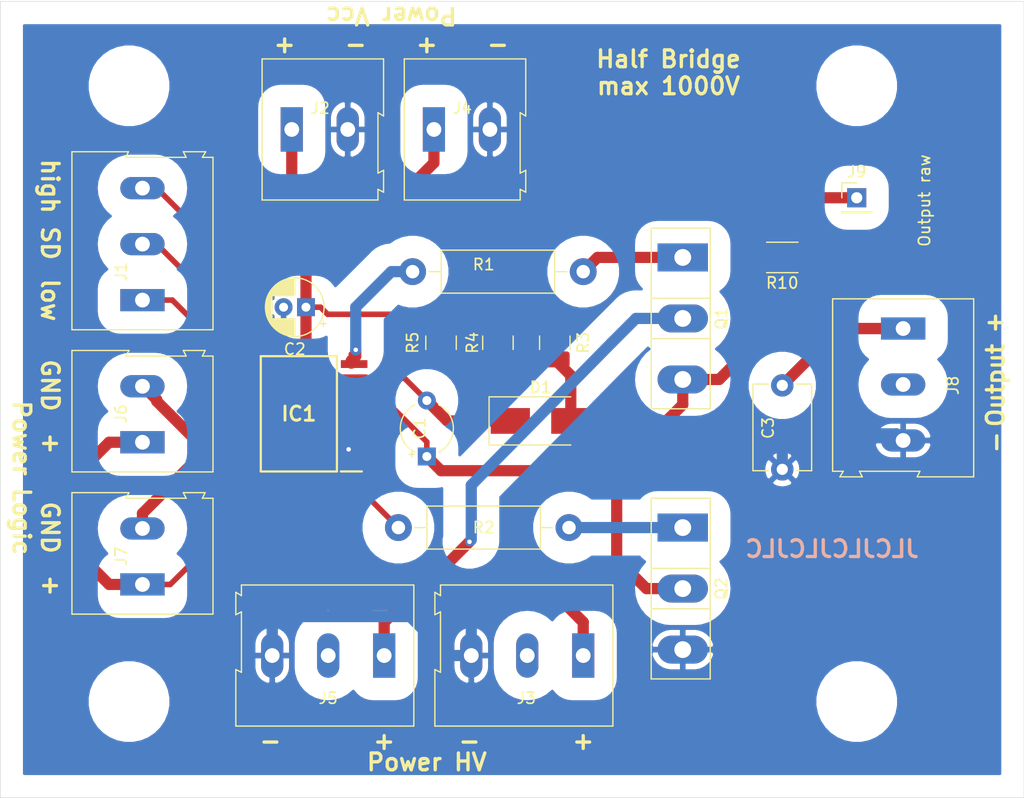
<source format=kicad_pcb>
(kicad_pcb (version 20171130) (host pcbnew "(5.1.5)-3")

  (general
    (thickness 1.6)
    (drawings 28)
    (tracks 139)
    (zones 0)
    (modules 26)
    (nets 19)
  )

  (page A4)
  (layers
    (0 F.Cu signal)
    (31 B.Cu signal)
    (32 B.Adhes user)
    (33 F.Adhes user)
    (34 B.Paste user)
    (35 F.Paste user)
    (36 B.SilkS user)
    (37 F.SilkS user)
    (38 B.Mask user)
    (39 F.Mask user)
    (40 Dwgs.User user)
    (41 Cmts.User user)
    (42 Eco1.User user)
    (43 Eco2.User user)
    (44 Edge.Cuts user)
    (45 Margin user)
    (46 B.CrtYd user)
    (47 F.CrtYd user)
    (48 B.Fab user)
    (49 F.Fab user)
  )

  (setup
    (last_trace_width 0.5)
    (user_trace_width 1)
    (trace_clearance 0.2)
    (zone_clearance 2)
    (zone_45_only no)
    (trace_min 0.2)
    (via_size 0.8)
    (via_drill 0.4)
    (via_min_size 0.4)
    (via_min_drill 0.3)
    (uvia_size 0.3)
    (uvia_drill 0.1)
    (uvias_allowed no)
    (uvia_min_size 0.2)
    (uvia_min_drill 0.1)
    (edge_width 0.05)
    (segment_width 0.2)
    (pcb_text_width 0.3)
    (pcb_text_size 1.5 1.5)
    (mod_edge_width 0.12)
    (mod_text_size 1 1)
    (mod_text_width 0.15)
    (pad_size 1.524 1.524)
    (pad_drill 0.762)
    (pad_to_mask_clearance 0.051)
    (solder_mask_min_width 0.25)
    (aux_axis_origin 0 0)
    (visible_elements 7FFFFFFF)
    (pcbplotparams
      (layerselection 0x010fc_ffffffff)
      (usegerberextensions false)
      (usegerberattributes false)
      (usegerberadvancedattributes false)
      (creategerberjobfile false)
      (excludeedgelayer false)
      (linewidth 0.100000)
      (plotframeref false)
      (viasonmask false)
      (mode 1)
      (useauxorigin false)
      (hpglpennumber 1)
      (hpglpenspeed 20)
      (hpglpendiameter 15.000000)
      (psnegative false)
      (psa4output false)
      (plotreference true)
      (plotvalue true)
      (plotinvisibletext false)
      (padsonsilk false)
      (subtractmaskfromsilk false)
      (outputformat 1)
      (mirror false)
      (drillshape 0)
      (scaleselection 1)
      (outputdirectory ""))
  )

  (net 0 "")
  (net 1 uC_Low)
  (net 2 uC_SD)
  (net 3 uC_High)
  (net 4 "Net-(IC1-Pad8)")
  (net 5 "Net-(IC1-Pad1)")
  (net 6 VB)
  (net 7 VS)
  (net 8 COM)
  (net 9 VCC)
  (net 10 "Net-(D1-Pad2)")
  (net 11 GND)
  (net 12 V_DD,logicsupply)
  (net 13 +1200)
  (net 14 "Net-(Q1-Pad1)")
  (net 15 "Net-(Q2-Pad1)")
  (net 16 "Net-(R3-Pad1)")
  (net 17 "Net-(C3-Pad1)")
  (net 18 "Net-(R4-Pad1)")

  (net_class Default "Dies ist die voreingestellte Netzklasse."
    (clearance 0.2)
    (trace_width 0.5)
    (via_dia 0.8)
    (via_drill 0.4)
    (uvia_dia 0.3)
    (uvia_drill 0.1)
    (add_net COM)
    (add_net GND)
    (add_net "Net-(IC1-Pad1)")
    (add_net "Net-(R3-Pad1)")
    (add_net "Net-(R4-Pad1)")
    (add_net V_DD,logicsupply)
    (add_net uC_High)
    (add_net uC_Low)
    (add_net uC_SD)
  )

  (net_class HV ""
    (clearance 1)
    (trace_width 1)
    (via_dia 0.8)
    (via_drill 0.4)
    (uvia_dia 0.3)
    (uvia_drill 0.1)
    (add_net +1200)
    (add_net "Net-(Q1-Pad1)")
    (add_net "Net-(Q2-Pad1)")
  )

  (net_class mittel ""
    (clearance 0.5)
    (trace_width 0.5)
    (via_dia 0.8)
    (via_drill 0.4)
    (uvia_dia 0.3)
    (uvia_drill 0.1)
    (add_net "Net-(C3-Pad1)")
    (add_net "Net-(D1-Pad2)")
    (add_net "Net-(IC1-Pad8)")
    (add_net VB)
    (add_net VCC)
    (add_net VS)
  )

  (module Capacitor_THT:CP_Radial_D5.0mm_P2.00mm (layer F.Cu) (tedit 5AE50EF0) (tstamp 5E8343D9)
    (at 90.805 104.775 180)
    (descr "CP, Radial series, Radial, pin pitch=2.00mm, , diameter=5mm, Electrolytic Capacitor")
    (tags "CP Radial series Radial pin pitch 2.00mm  diameter 5mm Electrolytic Capacitor")
    (path /5E83948D)
    (fp_text reference C2 (at 1 -3.75) (layer F.SilkS)
      (effects (font (size 1 1) (thickness 0.15)))
    )
    (fp_text value 3u3 (at 1 3.75) (layer F.Fab)
      (effects (font (size 1 1) (thickness 0.15)))
    )
    (fp_text user %R (at 1 0) (layer F.Fab)
      (effects (font (size 1 1) (thickness 0.15)))
    )
    (fp_line (start -1.554775 -1.725) (end -1.554775 -1.225) (layer F.SilkS) (width 0.12))
    (fp_line (start -1.804775 -1.475) (end -1.304775 -1.475) (layer F.SilkS) (width 0.12))
    (fp_line (start 3.601 -0.284) (end 3.601 0.284) (layer F.SilkS) (width 0.12))
    (fp_line (start 3.561 -0.518) (end 3.561 0.518) (layer F.SilkS) (width 0.12))
    (fp_line (start 3.521 -0.677) (end 3.521 0.677) (layer F.SilkS) (width 0.12))
    (fp_line (start 3.481 -0.805) (end 3.481 0.805) (layer F.SilkS) (width 0.12))
    (fp_line (start 3.441 -0.915) (end 3.441 0.915) (layer F.SilkS) (width 0.12))
    (fp_line (start 3.401 -1.011) (end 3.401 1.011) (layer F.SilkS) (width 0.12))
    (fp_line (start 3.361 -1.098) (end 3.361 1.098) (layer F.SilkS) (width 0.12))
    (fp_line (start 3.321 -1.178) (end 3.321 1.178) (layer F.SilkS) (width 0.12))
    (fp_line (start 3.281 -1.251) (end 3.281 1.251) (layer F.SilkS) (width 0.12))
    (fp_line (start 3.241 -1.319) (end 3.241 1.319) (layer F.SilkS) (width 0.12))
    (fp_line (start 3.201 -1.383) (end 3.201 1.383) (layer F.SilkS) (width 0.12))
    (fp_line (start 3.161 -1.443) (end 3.161 1.443) (layer F.SilkS) (width 0.12))
    (fp_line (start 3.121 -1.5) (end 3.121 1.5) (layer F.SilkS) (width 0.12))
    (fp_line (start 3.081 -1.554) (end 3.081 1.554) (layer F.SilkS) (width 0.12))
    (fp_line (start 3.041 -1.605) (end 3.041 1.605) (layer F.SilkS) (width 0.12))
    (fp_line (start 3.001 1.04) (end 3.001 1.653) (layer F.SilkS) (width 0.12))
    (fp_line (start 3.001 -1.653) (end 3.001 -1.04) (layer F.SilkS) (width 0.12))
    (fp_line (start 2.961 1.04) (end 2.961 1.699) (layer F.SilkS) (width 0.12))
    (fp_line (start 2.961 -1.699) (end 2.961 -1.04) (layer F.SilkS) (width 0.12))
    (fp_line (start 2.921 1.04) (end 2.921 1.743) (layer F.SilkS) (width 0.12))
    (fp_line (start 2.921 -1.743) (end 2.921 -1.04) (layer F.SilkS) (width 0.12))
    (fp_line (start 2.881 1.04) (end 2.881 1.785) (layer F.SilkS) (width 0.12))
    (fp_line (start 2.881 -1.785) (end 2.881 -1.04) (layer F.SilkS) (width 0.12))
    (fp_line (start 2.841 1.04) (end 2.841 1.826) (layer F.SilkS) (width 0.12))
    (fp_line (start 2.841 -1.826) (end 2.841 -1.04) (layer F.SilkS) (width 0.12))
    (fp_line (start 2.801 1.04) (end 2.801 1.864) (layer F.SilkS) (width 0.12))
    (fp_line (start 2.801 -1.864) (end 2.801 -1.04) (layer F.SilkS) (width 0.12))
    (fp_line (start 2.761 1.04) (end 2.761 1.901) (layer F.SilkS) (width 0.12))
    (fp_line (start 2.761 -1.901) (end 2.761 -1.04) (layer F.SilkS) (width 0.12))
    (fp_line (start 2.721 1.04) (end 2.721 1.937) (layer F.SilkS) (width 0.12))
    (fp_line (start 2.721 -1.937) (end 2.721 -1.04) (layer F.SilkS) (width 0.12))
    (fp_line (start 2.681 1.04) (end 2.681 1.971) (layer F.SilkS) (width 0.12))
    (fp_line (start 2.681 -1.971) (end 2.681 -1.04) (layer F.SilkS) (width 0.12))
    (fp_line (start 2.641 1.04) (end 2.641 2.004) (layer F.SilkS) (width 0.12))
    (fp_line (start 2.641 -2.004) (end 2.641 -1.04) (layer F.SilkS) (width 0.12))
    (fp_line (start 2.601 1.04) (end 2.601 2.035) (layer F.SilkS) (width 0.12))
    (fp_line (start 2.601 -2.035) (end 2.601 -1.04) (layer F.SilkS) (width 0.12))
    (fp_line (start 2.561 1.04) (end 2.561 2.065) (layer F.SilkS) (width 0.12))
    (fp_line (start 2.561 -2.065) (end 2.561 -1.04) (layer F.SilkS) (width 0.12))
    (fp_line (start 2.521 1.04) (end 2.521 2.095) (layer F.SilkS) (width 0.12))
    (fp_line (start 2.521 -2.095) (end 2.521 -1.04) (layer F.SilkS) (width 0.12))
    (fp_line (start 2.481 1.04) (end 2.481 2.122) (layer F.SilkS) (width 0.12))
    (fp_line (start 2.481 -2.122) (end 2.481 -1.04) (layer F.SilkS) (width 0.12))
    (fp_line (start 2.441 1.04) (end 2.441 2.149) (layer F.SilkS) (width 0.12))
    (fp_line (start 2.441 -2.149) (end 2.441 -1.04) (layer F.SilkS) (width 0.12))
    (fp_line (start 2.401 1.04) (end 2.401 2.175) (layer F.SilkS) (width 0.12))
    (fp_line (start 2.401 -2.175) (end 2.401 -1.04) (layer F.SilkS) (width 0.12))
    (fp_line (start 2.361 1.04) (end 2.361 2.2) (layer F.SilkS) (width 0.12))
    (fp_line (start 2.361 -2.2) (end 2.361 -1.04) (layer F.SilkS) (width 0.12))
    (fp_line (start 2.321 1.04) (end 2.321 2.224) (layer F.SilkS) (width 0.12))
    (fp_line (start 2.321 -2.224) (end 2.321 -1.04) (layer F.SilkS) (width 0.12))
    (fp_line (start 2.281 1.04) (end 2.281 2.247) (layer F.SilkS) (width 0.12))
    (fp_line (start 2.281 -2.247) (end 2.281 -1.04) (layer F.SilkS) (width 0.12))
    (fp_line (start 2.241 1.04) (end 2.241 2.268) (layer F.SilkS) (width 0.12))
    (fp_line (start 2.241 -2.268) (end 2.241 -1.04) (layer F.SilkS) (width 0.12))
    (fp_line (start 2.201 1.04) (end 2.201 2.29) (layer F.SilkS) (width 0.12))
    (fp_line (start 2.201 -2.29) (end 2.201 -1.04) (layer F.SilkS) (width 0.12))
    (fp_line (start 2.161 1.04) (end 2.161 2.31) (layer F.SilkS) (width 0.12))
    (fp_line (start 2.161 -2.31) (end 2.161 -1.04) (layer F.SilkS) (width 0.12))
    (fp_line (start 2.121 1.04) (end 2.121 2.329) (layer F.SilkS) (width 0.12))
    (fp_line (start 2.121 -2.329) (end 2.121 -1.04) (layer F.SilkS) (width 0.12))
    (fp_line (start 2.081 1.04) (end 2.081 2.348) (layer F.SilkS) (width 0.12))
    (fp_line (start 2.081 -2.348) (end 2.081 -1.04) (layer F.SilkS) (width 0.12))
    (fp_line (start 2.041 1.04) (end 2.041 2.365) (layer F.SilkS) (width 0.12))
    (fp_line (start 2.041 -2.365) (end 2.041 -1.04) (layer F.SilkS) (width 0.12))
    (fp_line (start 2.001 1.04) (end 2.001 2.382) (layer F.SilkS) (width 0.12))
    (fp_line (start 2.001 -2.382) (end 2.001 -1.04) (layer F.SilkS) (width 0.12))
    (fp_line (start 1.961 1.04) (end 1.961 2.398) (layer F.SilkS) (width 0.12))
    (fp_line (start 1.961 -2.398) (end 1.961 -1.04) (layer F.SilkS) (width 0.12))
    (fp_line (start 1.921 1.04) (end 1.921 2.414) (layer F.SilkS) (width 0.12))
    (fp_line (start 1.921 -2.414) (end 1.921 -1.04) (layer F.SilkS) (width 0.12))
    (fp_line (start 1.881 1.04) (end 1.881 2.428) (layer F.SilkS) (width 0.12))
    (fp_line (start 1.881 -2.428) (end 1.881 -1.04) (layer F.SilkS) (width 0.12))
    (fp_line (start 1.841 1.04) (end 1.841 2.442) (layer F.SilkS) (width 0.12))
    (fp_line (start 1.841 -2.442) (end 1.841 -1.04) (layer F.SilkS) (width 0.12))
    (fp_line (start 1.801 1.04) (end 1.801 2.455) (layer F.SilkS) (width 0.12))
    (fp_line (start 1.801 -2.455) (end 1.801 -1.04) (layer F.SilkS) (width 0.12))
    (fp_line (start 1.761 1.04) (end 1.761 2.468) (layer F.SilkS) (width 0.12))
    (fp_line (start 1.761 -2.468) (end 1.761 -1.04) (layer F.SilkS) (width 0.12))
    (fp_line (start 1.721 1.04) (end 1.721 2.48) (layer F.SilkS) (width 0.12))
    (fp_line (start 1.721 -2.48) (end 1.721 -1.04) (layer F.SilkS) (width 0.12))
    (fp_line (start 1.68 1.04) (end 1.68 2.491) (layer F.SilkS) (width 0.12))
    (fp_line (start 1.68 -2.491) (end 1.68 -1.04) (layer F.SilkS) (width 0.12))
    (fp_line (start 1.64 1.04) (end 1.64 2.501) (layer F.SilkS) (width 0.12))
    (fp_line (start 1.64 -2.501) (end 1.64 -1.04) (layer F.SilkS) (width 0.12))
    (fp_line (start 1.6 1.04) (end 1.6 2.511) (layer F.SilkS) (width 0.12))
    (fp_line (start 1.6 -2.511) (end 1.6 -1.04) (layer F.SilkS) (width 0.12))
    (fp_line (start 1.56 1.04) (end 1.56 2.52) (layer F.SilkS) (width 0.12))
    (fp_line (start 1.56 -2.52) (end 1.56 -1.04) (layer F.SilkS) (width 0.12))
    (fp_line (start 1.52 1.04) (end 1.52 2.528) (layer F.SilkS) (width 0.12))
    (fp_line (start 1.52 -2.528) (end 1.52 -1.04) (layer F.SilkS) (width 0.12))
    (fp_line (start 1.48 1.04) (end 1.48 2.536) (layer F.SilkS) (width 0.12))
    (fp_line (start 1.48 -2.536) (end 1.48 -1.04) (layer F.SilkS) (width 0.12))
    (fp_line (start 1.44 1.04) (end 1.44 2.543) (layer F.SilkS) (width 0.12))
    (fp_line (start 1.44 -2.543) (end 1.44 -1.04) (layer F.SilkS) (width 0.12))
    (fp_line (start 1.4 1.04) (end 1.4 2.55) (layer F.SilkS) (width 0.12))
    (fp_line (start 1.4 -2.55) (end 1.4 -1.04) (layer F.SilkS) (width 0.12))
    (fp_line (start 1.36 1.04) (end 1.36 2.556) (layer F.SilkS) (width 0.12))
    (fp_line (start 1.36 -2.556) (end 1.36 -1.04) (layer F.SilkS) (width 0.12))
    (fp_line (start 1.32 1.04) (end 1.32 2.561) (layer F.SilkS) (width 0.12))
    (fp_line (start 1.32 -2.561) (end 1.32 -1.04) (layer F.SilkS) (width 0.12))
    (fp_line (start 1.28 1.04) (end 1.28 2.565) (layer F.SilkS) (width 0.12))
    (fp_line (start 1.28 -2.565) (end 1.28 -1.04) (layer F.SilkS) (width 0.12))
    (fp_line (start 1.24 1.04) (end 1.24 2.569) (layer F.SilkS) (width 0.12))
    (fp_line (start 1.24 -2.569) (end 1.24 -1.04) (layer F.SilkS) (width 0.12))
    (fp_line (start 1.2 1.04) (end 1.2 2.573) (layer F.SilkS) (width 0.12))
    (fp_line (start 1.2 -2.573) (end 1.2 -1.04) (layer F.SilkS) (width 0.12))
    (fp_line (start 1.16 1.04) (end 1.16 2.576) (layer F.SilkS) (width 0.12))
    (fp_line (start 1.16 -2.576) (end 1.16 -1.04) (layer F.SilkS) (width 0.12))
    (fp_line (start 1.12 1.04) (end 1.12 2.578) (layer F.SilkS) (width 0.12))
    (fp_line (start 1.12 -2.578) (end 1.12 -1.04) (layer F.SilkS) (width 0.12))
    (fp_line (start 1.08 1.04) (end 1.08 2.579) (layer F.SilkS) (width 0.12))
    (fp_line (start 1.08 -2.579) (end 1.08 -1.04) (layer F.SilkS) (width 0.12))
    (fp_line (start 1.04 -2.58) (end 1.04 -1.04) (layer F.SilkS) (width 0.12))
    (fp_line (start 1.04 1.04) (end 1.04 2.58) (layer F.SilkS) (width 0.12))
    (fp_line (start 1 -2.58) (end 1 -1.04) (layer F.SilkS) (width 0.12))
    (fp_line (start 1 1.04) (end 1 2.58) (layer F.SilkS) (width 0.12))
    (fp_line (start -0.883605 -1.3375) (end -0.883605 -0.8375) (layer F.Fab) (width 0.1))
    (fp_line (start -1.133605 -1.0875) (end -0.633605 -1.0875) (layer F.Fab) (width 0.1))
    (fp_circle (center 1 0) (end 3.75 0) (layer F.CrtYd) (width 0.05))
    (fp_circle (center 1 0) (end 3.62 0) (layer F.SilkS) (width 0.12))
    (fp_circle (center 1 0) (end 3.5 0) (layer F.Fab) (width 0.1))
    (pad 2 thru_hole circle (at 2 0 180) (size 1.6 1.6) (drill 0.8) (layers *.Cu *.Mask)
      (net 8 COM))
    (pad 1 thru_hole rect (at 0 0 180) (size 1.6 1.6) (drill 0.8) (layers *.Cu *.Mask)
      (net 9 VCC))
    (model ${KISYS3DMOD}/Capacitor_THT.3dshapes/CP_Radial_D5.0mm_P2.00mm.wrl
      (at (xyz 0 0 0))
      (scale (xyz 1 1 1))
      (rotate (xyz 0 0 0))
    )
  )

  (module Package_TO_SOT_THT:TO-247-3_Vertical (layer F.Cu) (tedit 5AC86DC3) (tstamp 5E834467)
    (at 124.46 124.46 270)
    (descr "TO-247-3, Vertical, RM 5.45mm, see https://toshiba.semicon-storage.com/us/product/mosfet/to-247-4l.html")
    (tags "TO-247-3 Vertical RM 5.45mm")
    (path /5E8296CE)
    (fp_text reference Q2 (at 5.45 -3.45 90) (layer F.SilkS)
      (effects (font (size 1 1) (thickness 0.15)))
    )
    (fp_text value _ (at 5.45 3.95 90) (layer F.Fab)
      (effects (font (size 1 1) (thickness 0.15)))
    )
    (fp_text user %R (at 5.45 -3.45 90) (layer F.Fab)
      (effects (font (size 1 1) (thickness 0.15)))
    )
    (fp_line (start 13.65 -2.59) (end -2.75 -2.59) (layer F.CrtYd) (width 0.05))
    (fp_line (start 13.65 2.95) (end 13.65 -2.59) (layer F.CrtYd) (width 0.05))
    (fp_line (start -2.75 2.95) (end 13.65 2.95) (layer F.CrtYd) (width 0.05))
    (fp_line (start -2.75 -2.59) (end -2.75 2.95) (layer F.CrtYd) (width 0.05))
    (fp_line (start 7.255 -2.451) (end 7.255 2.82) (layer F.SilkS) (width 0.12))
    (fp_line (start 3.646 -2.451) (end 3.646 2.82) (layer F.SilkS) (width 0.12))
    (fp_line (start 13.52 -2.451) (end 13.52 2.82) (layer F.SilkS) (width 0.12))
    (fp_line (start -2.62 -2.451) (end -2.62 2.82) (layer F.SilkS) (width 0.12))
    (fp_line (start -2.62 2.82) (end 13.52 2.82) (layer F.SilkS) (width 0.12))
    (fp_line (start -2.62 -2.451) (end 13.52 -2.451) (layer F.SilkS) (width 0.12))
    (fp_line (start 7.255 -2.33) (end 7.255 2.7) (layer F.Fab) (width 0.1))
    (fp_line (start 3.645 -2.33) (end 3.645 2.7) (layer F.Fab) (width 0.1))
    (fp_line (start 13.4 -2.33) (end -2.5 -2.33) (layer F.Fab) (width 0.1))
    (fp_line (start 13.4 2.7) (end 13.4 -2.33) (layer F.Fab) (width 0.1))
    (fp_line (start -2.5 2.7) (end 13.4 2.7) (layer F.Fab) (width 0.1))
    (fp_line (start -2.5 -2.33) (end -2.5 2.7) (layer F.Fab) (width 0.1))
    (pad 3 thru_hole oval (at 10.9 0 270) (size 2.5 4.5) (drill 1.5) (layers *.Cu *.Mask)
      (net 8 COM))
    (pad 2 thru_hole oval (at 5.45 0 270) (size 2.5 4.5) (drill 1.5) (layers *.Cu *.Mask)
      (net 7 VS))
    (pad 1 thru_hole rect (at 0 0 270) (size 2.5 4.5) (drill 1.5) (layers *.Cu *.Mask)
      (net 15 "Net-(Q2-Pad1)"))
    (model ${KISYS3DMOD}/Package_TO_SOT_THT.3dshapes/TO-247-3_Vertical.wrl
      (at (xyz 0 0 0))
      (scale (xyz 1 1 1))
      (rotate (xyz 0 0 0))
    )
  )

  (module Package_TO_SOT_THT:TO-247-3_Vertical (layer F.Cu) (tedit 5AC86DC3) (tstamp 5E83444E)
    (at 124.46 100.33 270)
    (descr "TO-247-3, Vertical, RM 5.45mm, see https://toshiba.semicon-storage.com/us/product/mosfet/to-247-4l.html")
    (tags "TO-247-3 Vertical RM 5.45mm")
    (path /5E827482)
    (fp_text reference Q1 (at 5.45 -3.45 90) (layer F.SilkS)
      (effects (font (size 1 1) (thickness 0.15)))
    )
    (fp_text value _ (at 5.45 3.95 90) (layer F.Fab)
      (effects (font (size 1 1) (thickness 0.15)))
    )
    (fp_text user %R (at 5.45 -3.45 90) (layer F.Fab)
      (effects (font (size 1 1) (thickness 0.15)))
    )
    (fp_line (start 13.65 -2.59) (end -2.75 -2.59) (layer F.CrtYd) (width 0.05))
    (fp_line (start 13.65 2.95) (end 13.65 -2.59) (layer F.CrtYd) (width 0.05))
    (fp_line (start -2.75 2.95) (end 13.65 2.95) (layer F.CrtYd) (width 0.05))
    (fp_line (start -2.75 -2.59) (end -2.75 2.95) (layer F.CrtYd) (width 0.05))
    (fp_line (start 7.255 -2.451) (end 7.255 2.82) (layer F.SilkS) (width 0.12))
    (fp_line (start 3.646 -2.451) (end 3.646 2.82) (layer F.SilkS) (width 0.12))
    (fp_line (start 13.52 -2.451) (end 13.52 2.82) (layer F.SilkS) (width 0.12))
    (fp_line (start -2.62 -2.451) (end -2.62 2.82) (layer F.SilkS) (width 0.12))
    (fp_line (start -2.62 2.82) (end 13.52 2.82) (layer F.SilkS) (width 0.12))
    (fp_line (start -2.62 -2.451) (end 13.52 -2.451) (layer F.SilkS) (width 0.12))
    (fp_line (start 7.255 -2.33) (end 7.255 2.7) (layer F.Fab) (width 0.1))
    (fp_line (start 3.645 -2.33) (end 3.645 2.7) (layer F.Fab) (width 0.1))
    (fp_line (start 13.4 -2.33) (end -2.5 -2.33) (layer F.Fab) (width 0.1))
    (fp_line (start 13.4 2.7) (end 13.4 -2.33) (layer F.Fab) (width 0.1))
    (fp_line (start -2.5 2.7) (end 13.4 2.7) (layer F.Fab) (width 0.1))
    (fp_line (start -2.5 -2.33) (end -2.5 2.7) (layer F.Fab) (width 0.1))
    (pad 3 thru_hole oval (at 10.9 0 270) (size 2.5 4.5) (drill 1.5) (layers *.Cu *.Mask)
      (net 7 VS))
    (pad 2 thru_hole oval (at 5.45 0 270) (size 2.5 4.5) (drill 1.5) (layers *.Cu *.Mask)
      (net 13 +1200))
    (pad 1 thru_hole rect (at 0 0 270) (size 2.5 4.5) (drill 1.5) (layers *.Cu *.Mask)
      (net 14 "Net-(Q1-Pad1)"))
    (model ${KISYS3DMOD}/Package_TO_SOT_THT.3dshapes/TO-247-3_Vertical.wrl
      (at (xyz 0 0 0))
      (scale (xyz 1 1 1))
      (rotate (xyz 0 0 0))
    )
  )

  (module 0_SamacSys_Parts:SOIC127P1032X265-16N (layer F.Cu) (tedit 5E838C37) (tstamp 5E825FA0)
    (at 90.17 114.3 180)
    (descr FAN73912MX-1)
    (tags "Integrated Circuit")
    (path /5E820B56)
    (attr smd)
    (fp_text reference IC1 (at 0 0 180) (layer F.SilkS)
      (effects (font (size 1.27 1.27) (thickness 0.254)))
    )
    (fp_text value FAN73912MX (at 0 0 180) (layer F.SilkS) hide
      (effects (font (size 1.27 1.27) (thickness 0.254)))
    )
    (fp_line (start -5.625 -5.145) (end -3.75 -5.145) (layer F.SilkS) (width 0.2))
    (fp_line (start -3.4 5.15) (end -3.4 -5.15) (layer F.SilkS) (width 0.2))
    (fp_line (start 3.4 5.15) (end -3.4 5.15) (layer F.SilkS) (width 0.2))
    (fp_line (start 3.4 -5.15) (end 3.4 5.15) (layer F.SilkS) (width 0.2))
    (fp_line (start -3.4 -5.15) (end 3.4 -5.15) (layer F.SilkS) (width 0.2))
    (fp_line (start -3.75 -3.88) (end -2.48 -5.15) (layer F.Fab) (width 0.1))
    (fp_line (start -3.75 5.15) (end -3.75 -5.15) (layer F.Fab) (width 0.1))
    (fp_line (start 3.75 5.15) (end -3.75 5.15) (layer F.Fab) (width 0.1))
    (fp_line (start 3.75 -5.15) (end 3.75 5.15) (layer F.Fab) (width 0.1))
    (fp_line (start -3.75 -5.15) (end 3.75 -5.15) (layer F.Fab) (width 0.1))
    (fp_line (start -5.875 5.5) (end -5.875 -5.5) (layer F.CrtYd) (width 0.05))
    (fp_line (start 5.875 5.5) (end -5.875 5.5) (layer F.CrtYd) (width 0.05))
    (fp_line (start 5.875 -5.5) (end 5.875 5.5) (layer F.CrtYd) (width 0.05))
    (fp_line (start -5.875 -5.5) (end 5.875 -5.5) (layer F.CrtYd) (width 0.05))
    (fp_text user %R (at 0 0 180) (layer F.Fab)
      (effects (font (size 1.27 1.27) (thickness 0.254)))
    )
    (pad 16 smd rect (at 4.688 -4.445 270) (size 0.7 2.375) (drill (offset 0 0.25)) (layers F.Cu F.Paste F.Mask))
    (pad 15 smd rect (at 4.688 -3.175 270) (size 0.7 2.375) (drill (offset 0 0.25)) (layers F.Cu F.Paste F.Mask)
      (net 11 GND))
    (pad 14 smd rect (at 4.688 -1.905 270) (size 0.7 2.375) (drill (offset 0 0.25)) (layers F.Cu F.Paste F.Mask)
      (net 1 uC_Low))
    (pad 13 smd rect (at 4.688 -0.635 270) (size 0.7 2.375) (drill (offset 0 0.25)) (layers F.Cu F.Paste F.Mask)
      (net 2 uC_SD))
    (pad 12 smd rect (at 4.688 0.635 270) (size 0.7 2.375) (drill (offset 0 0.25)) (layers F.Cu F.Paste F.Mask)
      (net 3 uC_High))
    (pad 11 smd rect (at 4.688 1.905 270) (size 0.7 2.375) (drill (offset 0 0.25)) (layers F.Cu F.Paste F.Mask)
      (net 12 V_DD,logicsupply))
    (pad 10 smd rect (at 4.688 3.175 270) (size 0.7 2.375) (drill (offset 0 0.25)) (layers F.Cu F.Paste F.Mask))
    (pad 9 smd rect (at 4.688 4.445 270) (size 0.7 2.375) (drill (offset 0 0.25)) (layers F.Cu F.Paste F.Mask))
    (pad 8 smd rect (at -4.688 4.445 270) (size 0.7 2.375) (drill (offset 0 -0.25)) (layers F.Cu F.Paste F.Mask)
      (net 4 "Net-(IC1-Pad8)"))
    (pad 7 smd rect (at -4.688 3.175 270) (size 0.7 2.375) (drill (offset 0 -0.25)) (layers F.Cu F.Paste F.Mask)
      (net 6 VB))
    (pad 6 smd rect (at -4.688 1.905 270) (size 0.7 2.375) (drill (offset 0 -0.25)) (layers F.Cu F.Paste F.Mask)
      (net 7 VS))
    (pad 5 smd rect (at -4.688 0.635 270) (size 0.7 2.375) (drill (offset 0 -0.25)) (layers F.Cu F.Paste F.Mask))
    (pad 4 smd rect (at -4.688 -0.635 270) (size 0.7 2.375) (drill (offset 0 -0.25)) (layers F.Cu F.Paste F.Mask))
    (pad 3 smd rect (at -4.688 -1.905 270) (size 0.7 2.375) (drill (offset 0 -0.25)) (layers F.Cu F.Paste F.Mask)
      (net 9 VCC))
    (pad 2 smd rect (at -4.688 -3.175 270) (size 0.7 2.375) (drill (offset 0 -0.25)) (layers F.Cu F.Paste F.Mask)
      (net 8 COM))
    (pad 1 smd rect (at -4.688 -4.445 270) (size 0.7 2.375) (drill (offset 0 -0.25)) (layers F.Cu F.Paste F.Mask)
      (net 5 "Net-(IC1-Pad1)"))
    (model C:\Users\Ben\Studium\Master\leviOsa\Elektronik\SamacSys_Parts.3dshapes\FAN73912MX.stp
      (at (xyz 0 0 0))
      (scale (xyz 1 1 1))
      (rotate (xyz 0 0 0))
    )
  )

  (module Connector_PinHeader_2.54mm:PinHeader_1x01_P2.54mm_Vertical (layer F.Cu) (tedit 59FED5CC) (tstamp 5E84CCCE)
    (at 140 95)
    (descr "Through hole straight pin header, 1x01, 2.54mm pitch, single row")
    (tags "Through hole pin header THT 1x01 2.54mm single row")
    (path /5E8C84B2)
    (fp_text reference J9 (at 0 -2.33) (layer F.SilkS)
      (effects (font (size 1 1) (thickness 0.15)))
    )
    (fp_text value Output_Raw (at 0 2.33) (layer F.Fab)
      (effects (font (size 1 1) (thickness 0.15)))
    )
    (fp_text user %R (at 0 0 90) (layer F.Fab)
      (effects (font (size 1 1) (thickness 0.15)))
    )
    (fp_line (start 1.8 -1.8) (end -1.8 -1.8) (layer F.CrtYd) (width 0.05))
    (fp_line (start 1.8 1.8) (end 1.8 -1.8) (layer F.CrtYd) (width 0.05))
    (fp_line (start -1.8 1.8) (end 1.8 1.8) (layer F.CrtYd) (width 0.05))
    (fp_line (start -1.8 -1.8) (end -1.8 1.8) (layer F.CrtYd) (width 0.05))
    (fp_line (start -1.33 -1.33) (end 0 -1.33) (layer F.SilkS) (width 0.12))
    (fp_line (start -1.33 0) (end -1.33 -1.33) (layer F.SilkS) (width 0.12))
    (fp_line (start -1.33 1.27) (end 1.33 1.27) (layer F.SilkS) (width 0.12))
    (fp_line (start 1.33 1.27) (end 1.33 1.33) (layer F.SilkS) (width 0.12))
    (fp_line (start -1.33 1.27) (end -1.33 1.33) (layer F.SilkS) (width 0.12))
    (fp_line (start -1.33 1.33) (end 1.33 1.33) (layer F.SilkS) (width 0.12))
    (fp_line (start -1.27 -0.635) (end -0.635 -1.27) (layer F.Fab) (width 0.1))
    (fp_line (start -1.27 1.27) (end -1.27 -0.635) (layer F.Fab) (width 0.1))
    (fp_line (start 1.27 1.27) (end -1.27 1.27) (layer F.Fab) (width 0.1))
    (fp_line (start 1.27 -1.27) (end 1.27 1.27) (layer F.Fab) (width 0.1))
    (fp_line (start -0.635 -1.27) (end 1.27 -1.27) (layer F.Fab) (width 0.1))
    (pad 1 thru_hole rect (at 0 0) (size 1.7 1.7) (drill 1) (layers *.Cu *.Mask)
      (net 7 VS))
    (model ${KISYS3DMOD}/Connector_PinHeader_2.54mm.3dshapes/PinHeader_1x01_P2.54mm_Vertical.wrl
      (at (xyz 0 0 0))
      (scale (xyz 1 1 1))
      (rotate (xyz 0 0 0))
    )
  )

  (module TerminalBlock:TerminalBlock_Altech_AK300-3_P5.00mm (layer F.Cu) (tedit 59FF0306) (tstamp 5E840A1B)
    (at 144.145 106.68 270)
    (descr "Altech AK300 terminal block, pitch 5.0mm, 45 degree angled, see http://www.mouser.com/ds/2/16/PCBMETRC-24178.pdf")
    (tags "Altech AK300 terminal block pitch 5.0mm")
    (path /5E88A334)
    (fp_text reference J8 (at 5.08 -4.445 90) (layer F.SilkS)
      (effects (font (size 1 1) (thickness 0.15)))
    )
    (fp_text value Output_Elektrode (at 4.95 7.3 90) (layer F.Fab)
      (effects (font (size 1 1) (thickness 0.15)))
    )
    (fp_arc (start -1.16 -4.66) (end -1.44 -4.14) (angle 104.2) (layer F.Fab) (width 0.1))
    (fp_arc (start -0.04 -3.72) (end -1.64 -5.01) (angle 100) (layer F.Fab) (width 0.1))
    (fp_arc (start 0.04 -6.08) (end 1.5 -4.13) (angle 75.5) (layer F.Fab) (width 0.1))
    (fp_arc (start 1 -4.6) (end 1.51 -5.06) (angle 90.5) (layer F.Fab) (width 0.1))
    (fp_arc (start 3.85 -4.66) (end 3.56 -4.14) (angle 104.2) (layer F.Fab) (width 0.1))
    (fp_arc (start 4.96 -3.72) (end 3.36 -5.01) (angle 100) (layer F.Fab) (width 0.1))
    (fp_arc (start 5.04 -6.08) (end 6.5 -4.13) (angle 75.5) (layer F.Fab) (width 0.1))
    (fp_arc (start 6.01 -4.6) (end 6.51 -5.06) (angle 90.5) (layer F.Fab) (width 0.1))
    (fp_arc (start 11.09 -4.6) (end 11.59 -5.06) (angle 90.5) (layer F.Fab) (width 0.1))
    (fp_arc (start 10.12 -6.08) (end 11.58 -4.13) (angle 75.5) (layer F.Fab) (width 0.1))
    (fp_arc (start 10.04 -3.72) (end 8.44 -5.01) (angle 100) (layer F.Fab) (width 0.1))
    (fp_arc (start 8.93 -4.66) (end 8.64 -4.14) (angle 104.2) (layer F.Fab) (width 0.1))
    (fp_line (start 13.42 6.46) (end -2.83 6.46) (layer F.CrtYd) (width 0.05))
    (fp_line (start 13.42 6.46) (end 13.42 -6.48) (layer F.CrtYd) (width 0.05))
    (fp_line (start -2.83 -6.48) (end -2.83 6.46) (layer F.CrtYd) (width 0.05))
    (fp_line (start -2.83 -6.48) (end 13.42 -6.48) (layer F.CrtYd) (width 0.05))
    (fp_line (start 3.34 -0.26) (end 6.64 -0.26) (layer F.Fab) (width 0.1))
    (fp_line (start 2.96 -0.26) (end 3.34 -0.26) (layer F.Fab) (width 0.1))
    (fp_line (start 7.02 -0.26) (end 6.64 -0.26) (layer F.Fab) (width 0.1))
    (fp_line (start 1.64 -0.26) (end -1.67 -0.26) (layer F.Fab) (width 0.1))
    (fp_line (start 2.02 -0.26) (end 1.64 -0.26) (layer F.Fab) (width 0.1))
    (fp_line (start -2.05 -0.26) (end -1.67 -0.26) (layer F.Fab) (width 0.1))
    (fp_line (start -1.51 -4.33) (end 1.53 -4.96) (layer F.Fab) (width 0.1))
    (fp_line (start -1.64 -4.46) (end 1.41 -5.09) (layer F.Fab) (width 0.1))
    (fp_line (start 3.49 -4.33) (end 6.54 -4.96) (layer F.Fab) (width 0.1))
    (fp_line (start 3.36 -4.46) (end 6.41 -5.09) (layer F.Fab) (width 0.1))
    (fp_line (start 2.02 -5.98) (end -2.05 -5.98) (layer F.Fab) (width 0.1))
    (fp_line (start -2.05 -3.44) (end -2.05 -5.98) (layer F.Fab) (width 0.1))
    (fp_line (start 2.02 -3.44) (end -2.05 -3.44) (layer F.Fab) (width 0.1))
    (fp_line (start 2.02 -3.44) (end 2.02 -5.98) (layer F.Fab) (width 0.1))
    (fp_line (start 7.02 -3.44) (end 2.96 -3.44) (layer F.Fab) (width 0.1))
    (fp_line (start 7.02 -5.98) (end 7.02 -3.44) (layer F.Fab) (width 0.1))
    (fp_line (start 2.96 -5.98) (end 7.02 -5.98) (layer F.Fab) (width 0.1))
    (fp_line (start 2.96 -3.44) (end 2.96 -5.98) (layer F.Fab) (width 0.1))
    (fp_line (start -2.58 -3.19) (end -2.58 -6.23) (layer F.Fab) (width 0.1))
    (fp_line (start -2.58 -3.19) (end 7.58 -3.19) (layer F.Fab) (width 0.1))
    (fp_line (start -2.58 -0.65) (end -2.58 -3.19) (layer F.Fab) (width 0.1))
    (fp_line (start -2.58 6.21) (end -2.58 -0.65) (layer F.Fab) (width 0.1))
    (fp_line (start 6.64 0.5) (end 6.26 0.5) (layer F.Fab) (width 0.1))
    (fp_line (start 3.34 0.5) (end 3.72 0.5) (layer F.Fab) (width 0.1))
    (fp_line (start 1.64 0.5) (end 1.26 0.5) (layer F.Fab) (width 0.1))
    (fp_line (start -1.67 0.5) (end -1.28 0.5) (layer F.Fab) (width 0.1))
    (fp_line (start -1.67 3.67) (end -1.67 0.5) (layer F.Fab) (width 0.1))
    (fp_line (start 1.64 3.67) (end -1.67 3.67) (layer F.Fab) (width 0.1))
    (fp_line (start 1.64 3.67) (end 1.64 0.5) (layer F.Fab) (width 0.1))
    (fp_line (start 3.34 3.67) (end 3.34 0.5) (layer F.Fab) (width 0.1))
    (fp_line (start 6.64 3.67) (end 3.34 3.67) (layer F.Fab) (width 0.1))
    (fp_line (start 6.64 3.67) (end 6.64 0.5) (layer F.Fab) (width 0.1))
    (fp_line (start -2.05 4.31) (end -2.05 6.21) (layer F.Fab) (width 0.1))
    (fp_line (start 2.02 4.31) (end 2.02 -0.26) (layer F.Fab) (width 0.1))
    (fp_line (start 2.02 4.31) (end -2.05 4.31) (layer F.Fab) (width 0.1))
    (fp_line (start 7.02 4.31) (end 7.02 6.21) (layer F.Fab) (width 0.1))
    (fp_line (start 2.96 4.31) (end 2.96 -0.26) (layer F.Fab) (width 0.1))
    (fp_line (start 2.96 4.31) (end 7.02 4.31) (layer F.Fab) (width 0.1))
    (fp_line (start -2.05 6.21) (end 2.02 6.21) (layer F.Fab) (width 0.1))
    (fp_line (start -2.58 6.21) (end -2.05 6.21) (layer F.Fab) (width 0.1))
    (fp_line (start -2.05 -0.26) (end -2.05 4.31) (layer F.Fab) (width 0.1))
    (fp_line (start 2.02 6.21) (end 2.96 6.21) (layer F.Fab) (width 0.1))
    (fp_line (start 2.02 6.21) (end 2.02 4.31) (layer F.Fab) (width 0.1))
    (fp_line (start 7.02 6.21) (end 7.58 6.21) (layer F.Fab) (width 0.1))
    (fp_line (start 2.96 6.21) (end 7.02 6.21) (layer F.Fab) (width 0.1))
    (fp_line (start 7.02 -0.26) (end 7.02 4.31) (layer F.Fab) (width 0.1))
    (fp_line (start 2.96 6.21) (end 2.96 4.31) (layer F.Fab) (width 0.1))
    (fp_line (start 8.02 4.05) (end 8.02 5.2) (layer F.Fab) (width 0.1))
    (fp_line (start 8.02 5.2) (end 8.02 6.21) (layer F.Fab) (width 0.1))
    (fp_line (start 3.72 2.53) (end 3.72 -0.26) (layer F.Fab) (width 0.1))
    (fp_line (start 3.72 -0.26) (end 6.26 -0.26) (layer F.Fab) (width 0.1))
    (fp_line (start 6.26 2.53) (end 6.26 -0.26) (layer F.Fab) (width 0.1))
    (fp_line (start 3.72 2.53) (end 6.26 2.53) (layer F.Fab) (width 0.1))
    (fp_line (start -1.28 2.53) (end -1.28 -0.26) (layer F.Fab) (width 0.1))
    (fp_line (start -1.28 -0.26) (end 1.26 -0.26) (layer F.Fab) (width 0.1))
    (fp_line (start 1.26 2.53) (end 1.26 -0.26) (layer F.Fab) (width 0.1))
    (fp_line (start -1.28 2.53) (end 1.26 2.53) (layer F.Fab) (width 0.1))
    (fp_line (start 8.8 2.53) (end 11.34 2.53) (layer F.Fab) (width 0.1))
    (fp_line (start 11.34 2.53) (end 11.34 -0.26) (layer F.Fab) (width 0.1))
    (fp_line (start 8.8 -0.26) (end 11.34 -0.26) (layer F.Fab) (width 0.1))
    (fp_line (start 8.8 2.53) (end 8.8 -0.26) (layer F.Fab) (width 0.1))
    (fp_line (start 12.66 -6.23) (end 12.66 -3.19) (layer F.Fab) (width 0.1))
    (fp_line (start 12.66 -6.23) (end 13.17 -6.23) (layer F.Fab) (width 0.1))
    (fp_line (start 13.17 -6.23) (end 13.17 -1.41) (layer F.Fab) (width 0.1))
    (fp_line (start 13.17 -1.41) (end 12.66 -1.66) (layer F.Fab) (width 0.1))
    (fp_line (start 13.17 5.45) (end 12.66 5.2) (layer F.Fab) (width 0.1))
    (fp_line (start 12.66 5.2) (end 12.66 6.21) (layer F.Fab) (width 0.1))
    (fp_line (start 13.17 3.8) (end 12.66 4.05) (layer F.Fab) (width 0.1))
    (fp_line (start 12.66 4.05) (end 12.66 5.2) (layer F.Fab) (width 0.1))
    (fp_line (start 13.17 3.8) (end 13.17 5.45) (layer F.Fab) (width 0.1))
    (fp_line (start 8.04 6.21) (end 8.04 4.31) (layer F.Fab) (width 0.1))
    (fp_line (start 12.1 -0.26) (end 12.1 4.31) (layer F.Fab) (width 0.1))
    (fp_line (start 12.1 6.21) (end 12.66 6.21) (layer F.Fab) (width 0.1))
    (fp_line (start 8.04 4.31) (end 12.1 4.31) (layer F.Fab) (width 0.1))
    (fp_line (start 12.1 4.31) (end 12.1 6.21) (layer F.Fab) (width 0.1))
    (fp_line (start 11.72 3.67) (end 11.72 0.5) (layer F.Fab) (width 0.1))
    (fp_line (start 11.72 3.67) (end 8.42 3.67) (layer F.Fab) (width 0.1))
    (fp_line (start 8.42 3.67) (end 8.42 0.5) (layer F.Fab) (width 0.1))
    (fp_line (start 8.42 0.5) (end 8.8 0.5) (layer F.Fab) (width 0.1))
    (fp_line (start 11.72 0.5) (end 11.34 0.5) (layer F.Fab) (width 0.1))
    (fp_line (start 12.66 -1.66) (end 12.66 -0.65) (layer F.Fab) (width 0.1))
    (fp_line (start 12.66 -0.65) (end 12.66 4.05) (layer F.Fab) (width 0.1))
    (fp_line (start 12.66 -3.19) (end 12.66 -1.66) (layer F.Fab) (width 0.1))
    (fp_line (start 8.04 -3.44) (end 8.04 -5.98) (layer F.Fab) (width 0.1))
    (fp_line (start 8.04 -5.98) (end 12.1 -5.98) (layer F.Fab) (width 0.1))
    (fp_line (start 12.1 -5.98) (end 12.1 -3.44) (layer F.Fab) (width 0.1))
    (fp_line (start 12.1 -3.44) (end 8.04 -3.44) (layer F.Fab) (width 0.1))
    (fp_line (start 8.44 -4.46) (end 11.49 -5.09) (layer F.Fab) (width 0.1))
    (fp_line (start 8.57 -4.33) (end 11.62 -4.96) (layer F.Fab) (width 0.1))
    (fp_line (start 12.1 -0.26) (end 11.72 -0.26) (layer F.Fab) (width 0.1))
    (fp_line (start 8.04 -0.26) (end 8.42 -0.26) (layer F.Fab) (width 0.1))
    (fp_line (start 8.42 -0.26) (end 11.72 -0.26) (layer F.Fab) (width 0.1))
    (fp_line (start -2.58 -6.23) (end 12.66 -6.23) (layer F.Fab) (width 0.1))
    (fp_line (start 7.58 -3.19) (end 12.6 -3.19) (layer F.Fab) (width 0.1))
    (fp_line (start 12.09 6.21) (end 7.58 6.21) (layer F.Fab) (width 0.1))
    (fp_line (start 8.02 3.99) (end 8.02 -0.26) (layer F.Fab) (width 0.1))
    (fp_line (start 12.66 -0.65) (end -2.52 -0.65) (layer F.Fab) (width 0.1))
    (fp_line (start 13.25 -6.3) (end -2.65 -6.3) (layer F.SilkS) (width 0.12))
    (fp_line (start 13.25 -1.25) (end 13.25 -6.3) (layer F.SilkS) (width 0.12))
    (fp_line (start 12.75 -1.5) (end 13.25 -1.25) (layer F.SilkS) (width 0.12))
    (fp_line (start 12.75 3.9) (end 12.75 -1.5) (layer F.SilkS) (width 0.12))
    (fp_line (start 13.25 3.65) (end 12.75 3.9) (layer F.SilkS) (width 0.12))
    (fp_line (start 13.25 5.65) (end 13.25 3.65) (layer F.SilkS) (width 0.12))
    (fp_line (start 12.75 5.35) (end 13.25 5.65) (layer F.SilkS) (width 0.12))
    (fp_line (start 12.75 6.3) (end 12.75 5.35) (layer F.SilkS) (width 0.12))
    (fp_line (start -2.65 6.3) (end 12.75 6.3) (layer F.SilkS) (width 0.12))
    (fp_line (start -2.65 -6.3) (end -2.65 6.3) (layer F.SilkS) (width 0.12))
    (fp_text user %R (at 5 -2 90) (layer F.Fab)
      (effects (font (size 1 1) (thickness 0.15)))
    )
    (pad 3 thru_hole oval (at 10 0 270) (size 1.98 3.96) (drill 1.32) (layers *.Cu *.Mask)
      (net 8 COM))
    (pad 2 thru_hole oval (at 5 0 270) (size 1.98 3.96) (drill 1.32) (layers *.Cu *.Mask))
    (pad 1 thru_hole rect (at 0 0 270) (size 1.98 3.96) (drill 1.32) (layers *.Cu *.Mask)
      (net 17 "Net-(C3-Pad1)"))
    (model ${KISYS3DMOD}/TerminalBlock.3dshapes/TerminalBlock_Altech_AK300-3_P5.00mm.wrl
      (at (xyz 0 0 0))
      (scale (xyz 1 1 1))
      (rotate (xyz 0 0 0))
    )
  )

  (module TerminalBlock:TerminalBlock_Altech_AK300-2_P5.00mm (layer F.Cu) (tedit 59FF0306) (tstamp 5E83C825)
    (at 76.2 129.54 90)
    (descr "Altech AK300 terminal block, pitch 5.0mm, 45 degree angled, see http://www.mouser.com/ds/2/16/PCBMETRC-24178.pdf")
    (tags "Altech AK300 terminal block pitch 5.0mm")
    (path /5E85828E)
    (fp_text reference J7 (at 2.54 -1.905 90) (layer F.SilkS)
      (effects (font (size 1 1) (thickness 0.15)))
    )
    (fp_text value Output_Logic (at 2.78 7.75 90) (layer F.Fab)
      (effects (font (size 1 1) (thickness 0.15)))
    )
    (fp_arc (start -1.13 -4.65) (end -1.42 -4.13) (angle 104.2) (layer F.Fab) (width 0.1))
    (fp_arc (start -0.01 -3.71) (end -1.62 -5) (angle 100) (layer F.Fab) (width 0.1))
    (fp_arc (start 0.06 -6.07) (end 1.53 -4.12) (angle 75.5) (layer F.Fab) (width 0.1))
    (fp_arc (start 1.03 -4.59) (end 1.53 -5.05) (angle 90.5) (layer F.Fab) (width 0.1))
    (fp_arc (start 3.87 -4.65) (end 3.58 -4.13) (angle 104.2) (layer F.Fab) (width 0.1))
    (fp_arc (start 4.99 -3.71) (end 3.39 -5) (angle 100) (layer F.Fab) (width 0.1))
    (fp_arc (start 5.07 -6.07) (end 6.53 -4.12) (angle 75.5) (layer F.Fab) (width 0.1))
    (fp_arc (start 6.03 -4.59) (end 6.54 -5.05) (angle 90.5) (layer F.Fab) (width 0.1))
    (fp_line (start 8.36 6.47) (end -2.83 6.47) (layer F.CrtYd) (width 0.05))
    (fp_line (start 8.36 6.47) (end 8.36 -6.47) (layer F.CrtYd) (width 0.05))
    (fp_line (start -2.83 -6.47) (end -2.83 6.47) (layer F.CrtYd) (width 0.05))
    (fp_line (start -2.83 -6.47) (end 8.36 -6.47) (layer F.CrtYd) (width 0.05))
    (fp_line (start 3.36 -0.25) (end 6.67 -0.25) (layer F.Fab) (width 0.1))
    (fp_line (start 2.98 -0.25) (end 3.36 -0.25) (layer F.Fab) (width 0.1))
    (fp_line (start 7.05 -0.25) (end 6.67 -0.25) (layer F.Fab) (width 0.1))
    (fp_line (start 6.67 -0.64) (end 3.36 -0.64) (layer F.Fab) (width 0.1))
    (fp_line (start 7.61 -0.64) (end 6.67 -0.64) (layer F.Fab) (width 0.1))
    (fp_line (start 1.66 -0.64) (end 3.36 -0.64) (layer F.Fab) (width 0.1))
    (fp_line (start -1.64 -0.64) (end 1.66 -0.64) (layer F.Fab) (width 0.1))
    (fp_line (start -2.58 -0.64) (end -1.64 -0.64) (layer F.Fab) (width 0.1))
    (fp_line (start 1.66 -0.25) (end -1.64 -0.25) (layer F.Fab) (width 0.1))
    (fp_line (start 2.04 -0.25) (end 1.66 -0.25) (layer F.Fab) (width 0.1))
    (fp_line (start -2.02 -0.25) (end -1.64 -0.25) (layer F.Fab) (width 0.1))
    (fp_line (start -1.49 -4.32) (end 1.56 -4.95) (layer F.Fab) (width 0.1))
    (fp_line (start -1.62 -4.45) (end 1.44 -5.08) (layer F.Fab) (width 0.1))
    (fp_line (start 3.52 -4.32) (end 6.56 -4.95) (layer F.Fab) (width 0.1))
    (fp_line (start 3.39 -4.45) (end 6.44 -5.08) (layer F.Fab) (width 0.1))
    (fp_line (start 2.04 -5.97) (end -2.02 -5.97) (layer F.Fab) (width 0.1))
    (fp_line (start -2.02 -3.43) (end -2.02 -5.97) (layer F.Fab) (width 0.1))
    (fp_line (start 2.04 -3.43) (end -2.02 -3.43) (layer F.Fab) (width 0.1))
    (fp_line (start 2.04 -3.43) (end 2.04 -5.97) (layer F.Fab) (width 0.1))
    (fp_line (start 7.05 -3.43) (end 2.98 -3.43) (layer F.Fab) (width 0.1))
    (fp_line (start 7.05 -5.97) (end 7.05 -3.43) (layer F.Fab) (width 0.1))
    (fp_line (start 2.98 -5.97) (end 7.05 -5.97) (layer F.Fab) (width 0.1))
    (fp_line (start 2.98 -3.43) (end 2.98 -5.97) (layer F.Fab) (width 0.1))
    (fp_line (start 7.61 -3.17) (end 7.61 -1.65) (layer F.Fab) (width 0.1))
    (fp_line (start -2.58 -3.17) (end -2.58 -6.22) (layer F.Fab) (width 0.1))
    (fp_line (start -2.58 -3.17) (end 7.61 -3.17) (layer F.Fab) (width 0.1))
    (fp_line (start 7.61 -0.64) (end 7.61 4.06) (layer F.Fab) (width 0.1))
    (fp_line (start 7.61 -1.65) (end 7.61 -0.64) (layer F.Fab) (width 0.1))
    (fp_line (start -2.58 -0.64) (end -2.58 -3.17) (layer F.Fab) (width 0.1))
    (fp_line (start -2.58 6.22) (end -2.58 -0.64) (layer F.Fab) (width 0.1))
    (fp_line (start 6.67 0.51) (end 6.28 0.51) (layer F.Fab) (width 0.1))
    (fp_line (start 3.36 0.51) (end 3.74 0.51) (layer F.Fab) (width 0.1))
    (fp_line (start 1.66 0.51) (end 1.28 0.51) (layer F.Fab) (width 0.1))
    (fp_line (start -1.64 0.51) (end -1.26 0.51) (layer F.Fab) (width 0.1))
    (fp_line (start -1.64 3.68) (end -1.64 0.51) (layer F.Fab) (width 0.1))
    (fp_line (start 1.66 3.68) (end -1.64 3.68) (layer F.Fab) (width 0.1))
    (fp_line (start 1.66 3.68) (end 1.66 0.51) (layer F.Fab) (width 0.1))
    (fp_line (start 3.36 3.68) (end 3.36 0.51) (layer F.Fab) (width 0.1))
    (fp_line (start 6.67 3.68) (end 3.36 3.68) (layer F.Fab) (width 0.1))
    (fp_line (start 6.67 3.68) (end 6.67 0.51) (layer F.Fab) (width 0.1))
    (fp_line (start -2.02 4.32) (end -2.02 6.22) (layer F.Fab) (width 0.1))
    (fp_line (start 2.04 4.32) (end 2.04 -0.25) (layer F.Fab) (width 0.1))
    (fp_line (start 2.04 4.32) (end -2.02 4.32) (layer F.Fab) (width 0.1))
    (fp_line (start 7.05 4.32) (end 7.05 6.22) (layer F.Fab) (width 0.1))
    (fp_line (start 2.98 4.32) (end 2.98 -0.25) (layer F.Fab) (width 0.1))
    (fp_line (start 2.98 4.32) (end 7.05 4.32) (layer F.Fab) (width 0.1))
    (fp_line (start -2.02 6.22) (end 2.04 6.22) (layer F.Fab) (width 0.1))
    (fp_line (start -2.58 6.22) (end -2.02 6.22) (layer F.Fab) (width 0.1))
    (fp_line (start -2.02 -0.25) (end -2.02 4.32) (layer F.Fab) (width 0.1))
    (fp_line (start 2.04 6.22) (end 2.98 6.22) (layer F.Fab) (width 0.1))
    (fp_line (start 2.04 6.22) (end 2.04 4.32) (layer F.Fab) (width 0.1))
    (fp_line (start 7.05 6.22) (end 7.61 6.22) (layer F.Fab) (width 0.1))
    (fp_line (start 2.98 6.22) (end 7.05 6.22) (layer F.Fab) (width 0.1))
    (fp_line (start 7.05 -0.25) (end 7.05 4.32) (layer F.Fab) (width 0.1))
    (fp_line (start 2.98 6.22) (end 2.98 4.32) (layer F.Fab) (width 0.1))
    (fp_line (start 8.11 3.81) (end 8.11 5.46) (layer F.Fab) (width 0.1))
    (fp_line (start 7.61 4.06) (end 7.61 5.21) (layer F.Fab) (width 0.1))
    (fp_line (start 8.11 3.81) (end 7.61 4.06) (layer F.Fab) (width 0.1))
    (fp_line (start 7.61 5.21) (end 7.61 6.22) (layer F.Fab) (width 0.1))
    (fp_line (start 8.11 5.46) (end 7.61 5.21) (layer F.Fab) (width 0.1))
    (fp_line (start 8.11 -1.4) (end 7.61 -1.65) (layer F.Fab) (width 0.1))
    (fp_line (start 8.11 -6.22) (end 8.11 -1.4) (layer F.Fab) (width 0.1))
    (fp_line (start 7.61 -6.22) (end 8.11 -6.22) (layer F.Fab) (width 0.1))
    (fp_line (start 7.61 -6.22) (end -2.58 -6.22) (layer F.Fab) (width 0.1))
    (fp_line (start 7.61 -6.22) (end 7.61 -3.17) (layer F.Fab) (width 0.1))
    (fp_line (start 3.74 2.54) (end 3.74 -0.25) (layer F.Fab) (width 0.1))
    (fp_line (start 3.74 -0.25) (end 6.28 -0.25) (layer F.Fab) (width 0.1))
    (fp_line (start 6.28 2.54) (end 6.28 -0.25) (layer F.Fab) (width 0.1))
    (fp_line (start 3.74 2.54) (end 6.28 2.54) (layer F.Fab) (width 0.1))
    (fp_line (start -1.26 2.54) (end -1.26 -0.25) (layer F.Fab) (width 0.1))
    (fp_line (start -1.26 -0.25) (end 1.28 -0.25) (layer F.Fab) (width 0.1))
    (fp_line (start 1.28 2.54) (end 1.28 -0.25) (layer F.Fab) (width 0.1))
    (fp_line (start -1.26 2.54) (end 1.28 2.54) (layer F.Fab) (width 0.1))
    (fp_line (start 8.2 -6.3) (end -2.65 -6.3) (layer F.SilkS) (width 0.12))
    (fp_line (start 8.2 -1.2) (end 8.2 -6.3) (layer F.SilkS) (width 0.12))
    (fp_line (start 7.7 -1.5) (end 8.2 -1.2) (layer F.SilkS) (width 0.12))
    (fp_line (start 7.7 3.9) (end 7.7 -1.5) (layer F.SilkS) (width 0.12))
    (fp_line (start 8.2 3.65) (end 7.7 3.9) (layer F.SilkS) (width 0.12))
    (fp_line (start 8.2 3.7) (end 8.2 3.65) (layer F.SilkS) (width 0.12))
    (fp_line (start 8.2 5.6) (end 8.2 3.7) (layer F.SilkS) (width 0.12))
    (fp_line (start 7.7 5.35) (end 8.2 5.6) (layer F.SilkS) (width 0.12))
    (fp_line (start 7.7 6.3) (end 7.7 5.35) (layer F.SilkS) (width 0.12))
    (fp_line (start -2.65 6.3) (end 7.7 6.3) (layer F.SilkS) (width 0.12))
    (fp_line (start -2.65 -6.3) (end -2.65 6.3) (layer F.SilkS) (width 0.12))
    (fp_text user %R (at 2.5 -2 90) (layer F.Fab)
      (effects (font (size 1 1) (thickness 0.15)))
    )
    (pad 2 thru_hole oval (at 5 0 90) (size 1.98 3.96) (drill 1.32) (layers *.Cu *.Mask)
      (net 11 GND))
    (pad 1 thru_hole rect (at 0 0 90) (size 1.98 3.96) (drill 1.32) (layers *.Cu *.Mask)
      (net 12 V_DD,logicsupply))
    (model ${KISYS3DMOD}/TerminalBlock.3dshapes/TerminalBlock_Altech_AK300-2_P5.00mm.wrl
      (at (xyz 0 0 0))
      (scale (xyz 1 1 1))
      (rotate (xyz 0 0 0))
    )
  )

  (module TerminalBlock:TerminalBlock_Altech_AK300-2_P5.00mm (layer F.Cu) (tedit 59FF0306) (tstamp 5E83C812)
    (at 76.2 116.84 90)
    (descr "Altech AK300 terminal block, pitch 5.0mm, 45 degree angled, see http://www.mouser.com/ds/2/16/PCBMETRC-24178.pdf")
    (tags "Altech AK300 terminal block pitch 5.0mm")
    (path /5E859888)
    (fp_text reference J6 (at 2.54 -1.905 90) (layer F.SilkS)
      (effects (font (size 1 1) (thickness 0.15)))
    )
    (fp_text value Input_Logic (at 2.78 7.75 90) (layer F.Fab)
      (effects (font (size 1 1) (thickness 0.15)))
    )
    (fp_arc (start -1.13 -4.65) (end -1.42 -4.13) (angle 104.2) (layer F.Fab) (width 0.1))
    (fp_arc (start -0.01 -3.71) (end -1.62 -5) (angle 100) (layer F.Fab) (width 0.1))
    (fp_arc (start 0.06 -6.07) (end 1.53 -4.12) (angle 75.5) (layer F.Fab) (width 0.1))
    (fp_arc (start 1.03 -4.59) (end 1.53 -5.05) (angle 90.5) (layer F.Fab) (width 0.1))
    (fp_arc (start 3.87 -4.65) (end 3.58 -4.13) (angle 104.2) (layer F.Fab) (width 0.1))
    (fp_arc (start 4.99 -3.71) (end 3.39 -5) (angle 100) (layer F.Fab) (width 0.1))
    (fp_arc (start 5.07 -6.07) (end 6.53 -4.12) (angle 75.5) (layer F.Fab) (width 0.1))
    (fp_arc (start 6.03 -4.59) (end 6.54 -5.05) (angle 90.5) (layer F.Fab) (width 0.1))
    (fp_line (start 8.36 6.47) (end -2.83 6.47) (layer F.CrtYd) (width 0.05))
    (fp_line (start 8.36 6.47) (end 8.36 -6.47) (layer F.CrtYd) (width 0.05))
    (fp_line (start -2.83 -6.47) (end -2.83 6.47) (layer F.CrtYd) (width 0.05))
    (fp_line (start -2.83 -6.47) (end 8.36 -6.47) (layer F.CrtYd) (width 0.05))
    (fp_line (start 3.36 -0.25) (end 6.67 -0.25) (layer F.Fab) (width 0.1))
    (fp_line (start 2.98 -0.25) (end 3.36 -0.25) (layer F.Fab) (width 0.1))
    (fp_line (start 7.05 -0.25) (end 6.67 -0.25) (layer F.Fab) (width 0.1))
    (fp_line (start 6.67 -0.64) (end 3.36 -0.64) (layer F.Fab) (width 0.1))
    (fp_line (start 7.61 -0.64) (end 6.67 -0.64) (layer F.Fab) (width 0.1))
    (fp_line (start 1.66 -0.64) (end 3.36 -0.64) (layer F.Fab) (width 0.1))
    (fp_line (start -1.64 -0.64) (end 1.66 -0.64) (layer F.Fab) (width 0.1))
    (fp_line (start -2.58 -0.64) (end -1.64 -0.64) (layer F.Fab) (width 0.1))
    (fp_line (start 1.66 -0.25) (end -1.64 -0.25) (layer F.Fab) (width 0.1))
    (fp_line (start 2.04 -0.25) (end 1.66 -0.25) (layer F.Fab) (width 0.1))
    (fp_line (start -2.02 -0.25) (end -1.64 -0.25) (layer F.Fab) (width 0.1))
    (fp_line (start -1.49 -4.32) (end 1.56 -4.95) (layer F.Fab) (width 0.1))
    (fp_line (start -1.62 -4.45) (end 1.44 -5.08) (layer F.Fab) (width 0.1))
    (fp_line (start 3.52 -4.32) (end 6.56 -4.95) (layer F.Fab) (width 0.1))
    (fp_line (start 3.39 -4.45) (end 6.44 -5.08) (layer F.Fab) (width 0.1))
    (fp_line (start 2.04 -5.97) (end -2.02 -5.97) (layer F.Fab) (width 0.1))
    (fp_line (start -2.02 -3.43) (end -2.02 -5.97) (layer F.Fab) (width 0.1))
    (fp_line (start 2.04 -3.43) (end -2.02 -3.43) (layer F.Fab) (width 0.1))
    (fp_line (start 2.04 -3.43) (end 2.04 -5.97) (layer F.Fab) (width 0.1))
    (fp_line (start 7.05 -3.43) (end 2.98 -3.43) (layer F.Fab) (width 0.1))
    (fp_line (start 7.05 -5.97) (end 7.05 -3.43) (layer F.Fab) (width 0.1))
    (fp_line (start 2.98 -5.97) (end 7.05 -5.97) (layer F.Fab) (width 0.1))
    (fp_line (start 2.98 -3.43) (end 2.98 -5.97) (layer F.Fab) (width 0.1))
    (fp_line (start 7.61 -3.17) (end 7.61 -1.65) (layer F.Fab) (width 0.1))
    (fp_line (start -2.58 -3.17) (end -2.58 -6.22) (layer F.Fab) (width 0.1))
    (fp_line (start -2.58 -3.17) (end 7.61 -3.17) (layer F.Fab) (width 0.1))
    (fp_line (start 7.61 -0.64) (end 7.61 4.06) (layer F.Fab) (width 0.1))
    (fp_line (start 7.61 -1.65) (end 7.61 -0.64) (layer F.Fab) (width 0.1))
    (fp_line (start -2.58 -0.64) (end -2.58 -3.17) (layer F.Fab) (width 0.1))
    (fp_line (start -2.58 6.22) (end -2.58 -0.64) (layer F.Fab) (width 0.1))
    (fp_line (start 6.67 0.51) (end 6.28 0.51) (layer F.Fab) (width 0.1))
    (fp_line (start 3.36 0.51) (end 3.74 0.51) (layer F.Fab) (width 0.1))
    (fp_line (start 1.66 0.51) (end 1.28 0.51) (layer F.Fab) (width 0.1))
    (fp_line (start -1.64 0.51) (end -1.26 0.51) (layer F.Fab) (width 0.1))
    (fp_line (start -1.64 3.68) (end -1.64 0.51) (layer F.Fab) (width 0.1))
    (fp_line (start 1.66 3.68) (end -1.64 3.68) (layer F.Fab) (width 0.1))
    (fp_line (start 1.66 3.68) (end 1.66 0.51) (layer F.Fab) (width 0.1))
    (fp_line (start 3.36 3.68) (end 3.36 0.51) (layer F.Fab) (width 0.1))
    (fp_line (start 6.67 3.68) (end 3.36 3.68) (layer F.Fab) (width 0.1))
    (fp_line (start 6.67 3.68) (end 6.67 0.51) (layer F.Fab) (width 0.1))
    (fp_line (start -2.02 4.32) (end -2.02 6.22) (layer F.Fab) (width 0.1))
    (fp_line (start 2.04 4.32) (end 2.04 -0.25) (layer F.Fab) (width 0.1))
    (fp_line (start 2.04 4.32) (end -2.02 4.32) (layer F.Fab) (width 0.1))
    (fp_line (start 7.05 4.32) (end 7.05 6.22) (layer F.Fab) (width 0.1))
    (fp_line (start 2.98 4.32) (end 2.98 -0.25) (layer F.Fab) (width 0.1))
    (fp_line (start 2.98 4.32) (end 7.05 4.32) (layer F.Fab) (width 0.1))
    (fp_line (start -2.02 6.22) (end 2.04 6.22) (layer F.Fab) (width 0.1))
    (fp_line (start -2.58 6.22) (end -2.02 6.22) (layer F.Fab) (width 0.1))
    (fp_line (start -2.02 -0.25) (end -2.02 4.32) (layer F.Fab) (width 0.1))
    (fp_line (start 2.04 6.22) (end 2.98 6.22) (layer F.Fab) (width 0.1))
    (fp_line (start 2.04 6.22) (end 2.04 4.32) (layer F.Fab) (width 0.1))
    (fp_line (start 7.05 6.22) (end 7.61 6.22) (layer F.Fab) (width 0.1))
    (fp_line (start 2.98 6.22) (end 7.05 6.22) (layer F.Fab) (width 0.1))
    (fp_line (start 7.05 -0.25) (end 7.05 4.32) (layer F.Fab) (width 0.1))
    (fp_line (start 2.98 6.22) (end 2.98 4.32) (layer F.Fab) (width 0.1))
    (fp_line (start 8.11 3.81) (end 8.11 5.46) (layer F.Fab) (width 0.1))
    (fp_line (start 7.61 4.06) (end 7.61 5.21) (layer F.Fab) (width 0.1))
    (fp_line (start 8.11 3.81) (end 7.61 4.06) (layer F.Fab) (width 0.1))
    (fp_line (start 7.61 5.21) (end 7.61 6.22) (layer F.Fab) (width 0.1))
    (fp_line (start 8.11 5.46) (end 7.61 5.21) (layer F.Fab) (width 0.1))
    (fp_line (start 8.11 -1.4) (end 7.61 -1.65) (layer F.Fab) (width 0.1))
    (fp_line (start 8.11 -6.22) (end 8.11 -1.4) (layer F.Fab) (width 0.1))
    (fp_line (start 7.61 -6.22) (end 8.11 -6.22) (layer F.Fab) (width 0.1))
    (fp_line (start 7.61 -6.22) (end -2.58 -6.22) (layer F.Fab) (width 0.1))
    (fp_line (start 7.61 -6.22) (end 7.61 -3.17) (layer F.Fab) (width 0.1))
    (fp_line (start 3.74 2.54) (end 3.74 -0.25) (layer F.Fab) (width 0.1))
    (fp_line (start 3.74 -0.25) (end 6.28 -0.25) (layer F.Fab) (width 0.1))
    (fp_line (start 6.28 2.54) (end 6.28 -0.25) (layer F.Fab) (width 0.1))
    (fp_line (start 3.74 2.54) (end 6.28 2.54) (layer F.Fab) (width 0.1))
    (fp_line (start -1.26 2.54) (end -1.26 -0.25) (layer F.Fab) (width 0.1))
    (fp_line (start -1.26 -0.25) (end 1.28 -0.25) (layer F.Fab) (width 0.1))
    (fp_line (start 1.28 2.54) (end 1.28 -0.25) (layer F.Fab) (width 0.1))
    (fp_line (start -1.26 2.54) (end 1.28 2.54) (layer F.Fab) (width 0.1))
    (fp_line (start 8.2 -6.3) (end -2.65 -6.3) (layer F.SilkS) (width 0.12))
    (fp_line (start 8.2 -1.2) (end 8.2 -6.3) (layer F.SilkS) (width 0.12))
    (fp_line (start 7.7 -1.5) (end 8.2 -1.2) (layer F.SilkS) (width 0.12))
    (fp_line (start 7.7 3.9) (end 7.7 -1.5) (layer F.SilkS) (width 0.12))
    (fp_line (start 8.2 3.65) (end 7.7 3.9) (layer F.SilkS) (width 0.12))
    (fp_line (start 8.2 3.7) (end 8.2 3.65) (layer F.SilkS) (width 0.12))
    (fp_line (start 8.2 5.6) (end 8.2 3.7) (layer F.SilkS) (width 0.12))
    (fp_line (start 7.7 5.35) (end 8.2 5.6) (layer F.SilkS) (width 0.12))
    (fp_line (start 7.7 6.3) (end 7.7 5.35) (layer F.SilkS) (width 0.12))
    (fp_line (start -2.65 6.3) (end 7.7 6.3) (layer F.SilkS) (width 0.12))
    (fp_line (start -2.65 -6.3) (end -2.65 6.3) (layer F.SilkS) (width 0.12))
    (fp_text user %R (at 2.5 -2 90) (layer F.Fab)
      (effects (font (size 1 1) (thickness 0.15)))
    )
    (pad 2 thru_hole oval (at 5 0 90) (size 1.98 3.96) (drill 1.32) (layers *.Cu *.Mask)
      (net 11 GND))
    (pad 1 thru_hole rect (at 0 0 90) (size 1.98 3.96) (drill 1.32) (layers *.Cu *.Mask)
      (net 12 V_DD,logicsupply))
    (model ${KISYS3DMOD}/TerminalBlock.3dshapes/TerminalBlock_Altech_AK300-2_P5.00mm.wrl
      (at (xyz 0 0 0))
      (scale (xyz 1 1 1))
      (rotate (xyz 0 0 0))
    )
  )

  (module TerminalBlock:TerminalBlock_Altech_AK300-3_P5.00mm (layer F.Cu) (tedit 59FF0306) (tstamp 5E83C7FF)
    (at 97.79 135.89 180)
    (descr "Altech AK300 terminal block, pitch 5.0mm, 45 degree angled, see http://www.mouser.com/ds/2/16/PCBMETRC-24178.pdf")
    (tags "Altech AK300 terminal block pitch 5.0mm")
    (path /5E868574)
    (fp_text reference J5 (at 5 -3.81) (layer F.SilkS)
      (effects (font (size 1 1) (thickness 0.15)))
    )
    (fp_text value Output_HV (at 4.95 7.3) (layer F.Fab)
      (effects (font (size 1 1) (thickness 0.15)))
    )
    (fp_arc (start -1.16 -4.66) (end -1.44 -4.14) (angle 104.2) (layer F.Fab) (width 0.1))
    (fp_arc (start -0.04 -3.72) (end -1.64 -5.01) (angle 100) (layer F.Fab) (width 0.1))
    (fp_arc (start 0.04 -6.08) (end 1.5 -4.13) (angle 75.5) (layer F.Fab) (width 0.1))
    (fp_arc (start 1 -4.6) (end 1.51 -5.06) (angle 90.5) (layer F.Fab) (width 0.1))
    (fp_arc (start 3.85 -4.66) (end 3.56 -4.14) (angle 104.2) (layer F.Fab) (width 0.1))
    (fp_arc (start 4.96 -3.72) (end 3.36 -5.01) (angle 100) (layer F.Fab) (width 0.1))
    (fp_arc (start 5.04 -6.08) (end 6.5 -4.13) (angle 75.5) (layer F.Fab) (width 0.1))
    (fp_arc (start 6.01 -4.6) (end 6.51 -5.06) (angle 90.5) (layer F.Fab) (width 0.1))
    (fp_arc (start 11.09 -4.6) (end 11.59 -5.06) (angle 90.5) (layer F.Fab) (width 0.1))
    (fp_arc (start 10.12 -6.08) (end 11.58 -4.13) (angle 75.5) (layer F.Fab) (width 0.1))
    (fp_arc (start 10.04 -3.72) (end 8.44 -5.01) (angle 100) (layer F.Fab) (width 0.1))
    (fp_arc (start 8.93 -4.66) (end 8.64 -4.14) (angle 104.2) (layer F.Fab) (width 0.1))
    (fp_line (start 13.42 6.46) (end -2.83 6.46) (layer F.CrtYd) (width 0.05))
    (fp_line (start 13.42 6.46) (end 13.42 -6.48) (layer F.CrtYd) (width 0.05))
    (fp_line (start -2.83 -6.48) (end -2.83 6.46) (layer F.CrtYd) (width 0.05))
    (fp_line (start -2.83 -6.48) (end 13.42 -6.48) (layer F.CrtYd) (width 0.05))
    (fp_line (start 3.34 -0.26) (end 6.64 -0.26) (layer F.Fab) (width 0.1))
    (fp_line (start 2.96 -0.26) (end 3.34 -0.26) (layer F.Fab) (width 0.1))
    (fp_line (start 7.02 -0.26) (end 6.64 -0.26) (layer F.Fab) (width 0.1))
    (fp_line (start 1.64 -0.26) (end -1.67 -0.26) (layer F.Fab) (width 0.1))
    (fp_line (start 2.02 -0.26) (end 1.64 -0.26) (layer F.Fab) (width 0.1))
    (fp_line (start -2.05 -0.26) (end -1.67 -0.26) (layer F.Fab) (width 0.1))
    (fp_line (start -1.51 -4.33) (end 1.53 -4.96) (layer F.Fab) (width 0.1))
    (fp_line (start -1.64 -4.46) (end 1.41 -5.09) (layer F.Fab) (width 0.1))
    (fp_line (start 3.49 -4.33) (end 6.54 -4.96) (layer F.Fab) (width 0.1))
    (fp_line (start 3.36 -4.46) (end 6.41 -5.09) (layer F.Fab) (width 0.1))
    (fp_line (start 2.02 -5.98) (end -2.05 -5.98) (layer F.Fab) (width 0.1))
    (fp_line (start -2.05 -3.44) (end -2.05 -5.98) (layer F.Fab) (width 0.1))
    (fp_line (start 2.02 -3.44) (end -2.05 -3.44) (layer F.Fab) (width 0.1))
    (fp_line (start 2.02 -3.44) (end 2.02 -5.98) (layer F.Fab) (width 0.1))
    (fp_line (start 7.02 -3.44) (end 2.96 -3.44) (layer F.Fab) (width 0.1))
    (fp_line (start 7.02 -5.98) (end 7.02 -3.44) (layer F.Fab) (width 0.1))
    (fp_line (start 2.96 -5.98) (end 7.02 -5.98) (layer F.Fab) (width 0.1))
    (fp_line (start 2.96 -3.44) (end 2.96 -5.98) (layer F.Fab) (width 0.1))
    (fp_line (start -2.58 -3.19) (end -2.58 -6.23) (layer F.Fab) (width 0.1))
    (fp_line (start -2.58 -3.19) (end 7.58 -3.19) (layer F.Fab) (width 0.1))
    (fp_line (start -2.58 -0.65) (end -2.58 -3.19) (layer F.Fab) (width 0.1))
    (fp_line (start -2.58 6.21) (end -2.58 -0.65) (layer F.Fab) (width 0.1))
    (fp_line (start 6.64 0.5) (end 6.26 0.5) (layer F.Fab) (width 0.1))
    (fp_line (start 3.34 0.5) (end 3.72 0.5) (layer F.Fab) (width 0.1))
    (fp_line (start 1.64 0.5) (end 1.26 0.5) (layer F.Fab) (width 0.1))
    (fp_line (start -1.67 0.5) (end -1.28 0.5) (layer F.Fab) (width 0.1))
    (fp_line (start -1.67 3.67) (end -1.67 0.5) (layer F.Fab) (width 0.1))
    (fp_line (start 1.64 3.67) (end -1.67 3.67) (layer F.Fab) (width 0.1))
    (fp_line (start 1.64 3.67) (end 1.64 0.5) (layer F.Fab) (width 0.1))
    (fp_line (start 3.34 3.67) (end 3.34 0.5) (layer F.Fab) (width 0.1))
    (fp_line (start 6.64 3.67) (end 3.34 3.67) (layer F.Fab) (width 0.1))
    (fp_line (start 6.64 3.67) (end 6.64 0.5) (layer F.Fab) (width 0.1))
    (fp_line (start -2.05 4.31) (end -2.05 6.21) (layer F.Fab) (width 0.1))
    (fp_line (start 2.02 4.31) (end 2.02 -0.26) (layer F.Fab) (width 0.1))
    (fp_line (start 2.02 4.31) (end -2.05 4.31) (layer F.Fab) (width 0.1))
    (fp_line (start 7.02 4.31) (end 7.02 6.21) (layer F.Fab) (width 0.1))
    (fp_line (start 2.96 4.31) (end 2.96 -0.26) (layer F.Fab) (width 0.1))
    (fp_line (start 2.96 4.31) (end 7.02 4.31) (layer F.Fab) (width 0.1))
    (fp_line (start -2.05 6.21) (end 2.02 6.21) (layer F.Fab) (width 0.1))
    (fp_line (start -2.58 6.21) (end -2.05 6.21) (layer F.Fab) (width 0.1))
    (fp_line (start -2.05 -0.26) (end -2.05 4.31) (layer F.Fab) (width 0.1))
    (fp_line (start 2.02 6.21) (end 2.96 6.21) (layer F.Fab) (width 0.1))
    (fp_line (start 2.02 6.21) (end 2.02 4.31) (layer F.Fab) (width 0.1))
    (fp_line (start 7.02 6.21) (end 7.58 6.21) (layer F.Fab) (width 0.1))
    (fp_line (start 2.96 6.21) (end 7.02 6.21) (layer F.Fab) (width 0.1))
    (fp_line (start 7.02 -0.26) (end 7.02 4.31) (layer F.Fab) (width 0.1))
    (fp_line (start 2.96 6.21) (end 2.96 4.31) (layer F.Fab) (width 0.1))
    (fp_line (start 8.02 4.05) (end 8.02 5.2) (layer F.Fab) (width 0.1))
    (fp_line (start 8.02 5.2) (end 8.02 6.21) (layer F.Fab) (width 0.1))
    (fp_line (start 3.72 2.53) (end 3.72 -0.26) (layer F.Fab) (width 0.1))
    (fp_line (start 3.72 -0.26) (end 6.26 -0.26) (layer F.Fab) (width 0.1))
    (fp_line (start 6.26 2.53) (end 6.26 -0.26) (layer F.Fab) (width 0.1))
    (fp_line (start 3.72 2.53) (end 6.26 2.53) (layer F.Fab) (width 0.1))
    (fp_line (start -1.28 2.53) (end -1.28 -0.26) (layer F.Fab) (width 0.1))
    (fp_line (start -1.28 -0.26) (end 1.26 -0.26) (layer F.Fab) (width 0.1))
    (fp_line (start 1.26 2.53) (end 1.26 -0.26) (layer F.Fab) (width 0.1))
    (fp_line (start -1.28 2.53) (end 1.26 2.53) (layer F.Fab) (width 0.1))
    (fp_line (start 8.8 2.53) (end 11.34 2.53) (layer F.Fab) (width 0.1))
    (fp_line (start 11.34 2.53) (end 11.34 -0.26) (layer F.Fab) (width 0.1))
    (fp_line (start 8.8 -0.26) (end 11.34 -0.26) (layer F.Fab) (width 0.1))
    (fp_line (start 8.8 2.53) (end 8.8 -0.26) (layer F.Fab) (width 0.1))
    (fp_line (start 12.66 -6.23) (end 12.66 -3.19) (layer F.Fab) (width 0.1))
    (fp_line (start 12.66 -6.23) (end 13.17 -6.23) (layer F.Fab) (width 0.1))
    (fp_line (start 13.17 -6.23) (end 13.17 -1.41) (layer F.Fab) (width 0.1))
    (fp_line (start 13.17 -1.41) (end 12.66 -1.66) (layer F.Fab) (width 0.1))
    (fp_line (start 13.17 5.45) (end 12.66 5.2) (layer F.Fab) (width 0.1))
    (fp_line (start 12.66 5.2) (end 12.66 6.21) (layer F.Fab) (width 0.1))
    (fp_line (start 13.17 3.8) (end 12.66 4.05) (layer F.Fab) (width 0.1))
    (fp_line (start 12.66 4.05) (end 12.66 5.2) (layer F.Fab) (width 0.1))
    (fp_line (start 13.17 3.8) (end 13.17 5.45) (layer F.Fab) (width 0.1))
    (fp_line (start 8.04 6.21) (end 8.04 4.31) (layer F.Fab) (width 0.1))
    (fp_line (start 12.1 -0.26) (end 12.1 4.31) (layer F.Fab) (width 0.1))
    (fp_line (start 12.1 6.21) (end 12.66 6.21) (layer F.Fab) (width 0.1))
    (fp_line (start 8.04 4.31) (end 12.1 4.31) (layer F.Fab) (width 0.1))
    (fp_line (start 12.1 4.31) (end 12.1 6.21) (layer F.Fab) (width 0.1))
    (fp_line (start 11.72 3.67) (end 11.72 0.5) (layer F.Fab) (width 0.1))
    (fp_line (start 11.72 3.67) (end 8.42 3.67) (layer F.Fab) (width 0.1))
    (fp_line (start 8.42 3.67) (end 8.42 0.5) (layer F.Fab) (width 0.1))
    (fp_line (start 8.42 0.5) (end 8.8 0.5) (layer F.Fab) (width 0.1))
    (fp_line (start 11.72 0.5) (end 11.34 0.5) (layer F.Fab) (width 0.1))
    (fp_line (start 12.66 -1.66) (end 12.66 -0.65) (layer F.Fab) (width 0.1))
    (fp_line (start 12.66 -0.65) (end 12.66 4.05) (layer F.Fab) (width 0.1))
    (fp_line (start 12.66 -3.19) (end 12.66 -1.66) (layer F.Fab) (width 0.1))
    (fp_line (start 8.04 -3.44) (end 8.04 -5.98) (layer F.Fab) (width 0.1))
    (fp_line (start 8.04 -5.98) (end 12.1 -5.98) (layer F.Fab) (width 0.1))
    (fp_line (start 12.1 -5.98) (end 12.1 -3.44) (layer F.Fab) (width 0.1))
    (fp_line (start 12.1 -3.44) (end 8.04 -3.44) (layer F.Fab) (width 0.1))
    (fp_line (start 8.44 -4.46) (end 11.49 -5.09) (layer F.Fab) (width 0.1))
    (fp_line (start 8.57 -4.33) (end 11.62 -4.96) (layer F.Fab) (width 0.1))
    (fp_line (start 12.1 -0.26) (end 11.72 -0.26) (layer F.Fab) (width 0.1))
    (fp_line (start 8.04 -0.26) (end 8.42 -0.26) (layer F.Fab) (width 0.1))
    (fp_line (start 8.42 -0.26) (end 11.72 -0.26) (layer F.Fab) (width 0.1))
    (fp_line (start -2.58 -6.23) (end 12.66 -6.23) (layer F.Fab) (width 0.1))
    (fp_line (start 7.58 -3.19) (end 12.6 -3.19) (layer F.Fab) (width 0.1))
    (fp_line (start 12.09 6.21) (end 7.58 6.21) (layer F.Fab) (width 0.1))
    (fp_line (start 8.02 3.99) (end 8.02 -0.26) (layer F.Fab) (width 0.1))
    (fp_line (start 12.66 -0.65) (end -2.52 -0.65) (layer F.Fab) (width 0.1))
    (fp_line (start 13.25 -6.3) (end -2.65 -6.3) (layer F.SilkS) (width 0.12))
    (fp_line (start 13.25 -1.25) (end 13.25 -6.3) (layer F.SilkS) (width 0.12))
    (fp_line (start 12.75 -1.5) (end 13.25 -1.25) (layer F.SilkS) (width 0.12))
    (fp_line (start 12.75 3.9) (end 12.75 -1.5) (layer F.SilkS) (width 0.12))
    (fp_line (start 13.25 3.65) (end 12.75 3.9) (layer F.SilkS) (width 0.12))
    (fp_line (start 13.25 5.65) (end 13.25 3.65) (layer F.SilkS) (width 0.12))
    (fp_line (start 12.75 5.35) (end 13.25 5.65) (layer F.SilkS) (width 0.12))
    (fp_line (start 12.75 6.3) (end 12.75 5.35) (layer F.SilkS) (width 0.12))
    (fp_line (start -2.65 6.3) (end 12.75 6.3) (layer F.SilkS) (width 0.12))
    (fp_line (start -2.65 -6.3) (end -2.65 6.3) (layer F.SilkS) (width 0.12))
    (fp_text user %R (at 5 -2) (layer F.Fab)
      (effects (font (size 1 1) (thickness 0.15)))
    )
    (pad 3 thru_hole oval (at 10 0 180) (size 1.98 3.96) (drill 1.32) (layers *.Cu *.Mask)
      (net 8 COM))
    (pad 2 thru_hole oval (at 5 0 180) (size 1.98 3.96) (drill 1.32) (layers *.Cu *.Mask))
    (pad 1 thru_hole rect (at 0 0 180) (size 1.98 3.96) (drill 1.32) (layers *.Cu *.Mask)
      (net 13 +1200))
    (model ${KISYS3DMOD}/TerminalBlock.3dshapes/TerminalBlock_Altech_AK300-3_P5.00mm.wrl
      (at (xyz 0 0 0))
      (scale (xyz 1 1 1))
      (rotate (xyz 0 0 0))
    )
  )

  (module TerminalBlock:TerminalBlock_Altech_AK300-2_P5.00mm (layer F.Cu) (tedit 59FF0306) (tstamp 5E83C7EB)
    (at 102.235 88.9)
    (descr "Altech AK300 terminal block, pitch 5.0mm, 45 degree angled, see http://www.mouser.com/ds/2/16/PCBMETRC-24178.pdf")
    (tags "Altech AK300 terminal block pitch 5.0mm")
    (path /5E848DDF)
    (fp_text reference J4 (at 2.54 -1.905) (layer F.SilkS)
      (effects (font (size 1 1) (thickness 0.15)))
    )
    (fp_text value Output_VCC (at 2.78 7.75) (layer F.Fab)
      (effects (font (size 1 1) (thickness 0.15)))
    )
    (fp_arc (start -1.13 -4.65) (end -1.42 -4.13) (angle 104.2) (layer F.Fab) (width 0.1))
    (fp_arc (start -0.01 -3.71) (end -1.62 -5) (angle 100) (layer F.Fab) (width 0.1))
    (fp_arc (start 0.06 -6.07) (end 1.53 -4.12) (angle 75.5) (layer F.Fab) (width 0.1))
    (fp_arc (start 1.03 -4.59) (end 1.53 -5.05) (angle 90.5) (layer F.Fab) (width 0.1))
    (fp_arc (start 3.87 -4.65) (end 3.58 -4.13) (angle 104.2) (layer F.Fab) (width 0.1))
    (fp_arc (start 4.99 -3.71) (end 3.39 -5) (angle 100) (layer F.Fab) (width 0.1))
    (fp_arc (start 5.07 -6.07) (end 6.53 -4.12) (angle 75.5) (layer F.Fab) (width 0.1))
    (fp_arc (start 6.03 -4.59) (end 6.54 -5.05) (angle 90.5) (layer F.Fab) (width 0.1))
    (fp_line (start 8.36 6.47) (end -2.83 6.47) (layer F.CrtYd) (width 0.05))
    (fp_line (start 8.36 6.47) (end 8.36 -6.47) (layer F.CrtYd) (width 0.05))
    (fp_line (start -2.83 -6.47) (end -2.83 6.47) (layer F.CrtYd) (width 0.05))
    (fp_line (start -2.83 -6.47) (end 8.36 -6.47) (layer F.CrtYd) (width 0.05))
    (fp_line (start 3.36 -0.25) (end 6.67 -0.25) (layer F.Fab) (width 0.1))
    (fp_line (start 2.98 -0.25) (end 3.36 -0.25) (layer F.Fab) (width 0.1))
    (fp_line (start 7.05 -0.25) (end 6.67 -0.25) (layer F.Fab) (width 0.1))
    (fp_line (start 6.67 -0.64) (end 3.36 -0.64) (layer F.Fab) (width 0.1))
    (fp_line (start 7.61 -0.64) (end 6.67 -0.64) (layer F.Fab) (width 0.1))
    (fp_line (start 1.66 -0.64) (end 3.36 -0.64) (layer F.Fab) (width 0.1))
    (fp_line (start -1.64 -0.64) (end 1.66 -0.64) (layer F.Fab) (width 0.1))
    (fp_line (start -2.58 -0.64) (end -1.64 -0.64) (layer F.Fab) (width 0.1))
    (fp_line (start 1.66 -0.25) (end -1.64 -0.25) (layer F.Fab) (width 0.1))
    (fp_line (start 2.04 -0.25) (end 1.66 -0.25) (layer F.Fab) (width 0.1))
    (fp_line (start -2.02 -0.25) (end -1.64 -0.25) (layer F.Fab) (width 0.1))
    (fp_line (start -1.49 -4.32) (end 1.56 -4.95) (layer F.Fab) (width 0.1))
    (fp_line (start -1.62 -4.45) (end 1.44 -5.08) (layer F.Fab) (width 0.1))
    (fp_line (start 3.52 -4.32) (end 6.56 -4.95) (layer F.Fab) (width 0.1))
    (fp_line (start 3.39 -4.45) (end 6.44 -5.08) (layer F.Fab) (width 0.1))
    (fp_line (start 2.04 -5.97) (end -2.02 -5.97) (layer F.Fab) (width 0.1))
    (fp_line (start -2.02 -3.43) (end -2.02 -5.97) (layer F.Fab) (width 0.1))
    (fp_line (start 2.04 -3.43) (end -2.02 -3.43) (layer F.Fab) (width 0.1))
    (fp_line (start 2.04 -3.43) (end 2.04 -5.97) (layer F.Fab) (width 0.1))
    (fp_line (start 7.05 -3.43) (end 2.98 -3.43) (layer F.Fab) (width 0.1))
    (fp_line (start 7.05 -5.97) (end 7.05 -3.43) (layer F.Fab) (width 0.1))
    (fp_line (start 2.98 -5.97) (end 7.05 -5.97) (layer F.Fab) (width 0.1))
    (fp_line (start 2.98 -3.43) (end 2.98 -5.97) (layer F.Fab) (width 0.1))
    (fp_line (start 7.61 -3.17) (end 7.61 -1.65) (layer F.Fab) (width 0.1))
    (fp_line (start -2.58 -3.17) (end -2.58 -6.22) (layer F.Fab) (width 0.1))
    (fp_line (start -2.58 -3.17) (end 7.61 -3.17) (layer F.Fab) (width 0.1))
    (fp_line (start 7.61 -0.64) (end 7.61 4.06) (layer F.Fab) (width 0.1))
    (fp_line (start 7.61 -1.65) (end 7.61 -0.64) (layer F.Fab) (width 0.1))
    (fp_line (start -2.58 -0.64) (end -2.58 -3.17) (layer F.Fab) (width 0.1))
    (fp_line (start -2.58 6.22) (end -2.58 -0.64) (layer F.Fab) (width 0.1))
    (fp_line (start 6.67 0.51) (end 6.28 0.51) (layer F.Fab) (width 0.1))
    (fp_line (start 3.36 0.51) (end 3.74 0.51) (layer F.Fab) (width 0.1))
    (fp_line (start 1.66 0.51) (end 1.28 0.51) (layer F.Fab) (width 0.1))
    (fp_line (start -1.64 0.51) (end -1.26 0.51) (layer F.Fab) (width 0.1))
    (fp_line (start -1.64 3.68) (end -1.64 0.51) (layer F.Fab) (width 0.1))
    (fp_line (start 1.66 3.68) (end -1.64 3.68) (layer F.Fab) (width 0.1))
    (fp_line (start 1.66 3.68) (end 1.66 0.51) (layer F.Fab) (width 0.1))
    (fp_line (start 3.36 3.68) (end 3.36 0.51) (layer F.Fab) (width 0.1))
    (fp_line (start 6.67 3.68) (end 3.36 3.68) (layer F.Fab) (width 0.1))
    (fp_line (start 6.67 3.68) (end 6.67 0.51) (layer F.Fab) (width 0.1))
    (fp_line (start -2.02 4.32) (end -2.02 6.22) (layer F.Fab) (width 0.1))
    (fp_line (start 2.04 4.32) (end 2.04 -0.25) (layer F.Fab) (width 0.1))
    (fp_line (start 2.04 4.32) (end -2.02 4.32) (layer F.Fab) (width 0.1))
    (fp_line (start 7.05 4.32) (end 7.05 6.22) (layer F.Fab) (width 0.1))
    (fp_line (start 2.98 4.32) (end 2.98 -0.25) (layer F.Fab) (width 0.1))
    (fp_line (start 2.98 4.32) (end 7.05 4.32) (layer F.Fab) (width 0.1))
    (fp_line (start -2.02 6.22) (end 2.04 6.22) (layer F.Fab) (width 0.1))
    (fp_line (start -2.58 6.22) (end -2.02 6.22) (layer F.Fab) (width 0.1))
    (fp_line (start -2.02 -0.25) (end -2.02 4.32) (layer F.Fab) (width 0.1))
    (fp_line (start 2.04 6.22) (end 2.98 6.22) (layer F.Fab) (width 0.1))
    (fp_line (start 2.04 6.22) (end 2.04 4.32) (layer F.Fab) (width 0.1))
    (fp_line (start 7.05 6.22) (end 7.61 6.22) (layer F.Fab) (width 0.1))
    (fp_line (start 2.98 6.22) (end 7.05 6.22) (layer F.Fab) (width 0.1))
    (fp_line (start 7.05 -0.25) (end 7.05 4.32) (layer F.Fab) (width 0.1))
    (fp_line (start 2.98 6.22) (end 2.98 4.32) (layer F.Fab) (width 0.1))
    (fp_line (start 8.11 3.81) (end 8.11 5.46) (layer F.Fab) (width 0.1))
    (fp_line (start 7.61 4.06) (end 7.61 5.21) (layer F.Fab) (width 0.1))
    (fp_line (start 8.11 3.81) (end 7.61 4.06) (layer F.Fab) (width 0.1))
    (fp_line (start 7.61 5.21) (end 7.61 6.22) (layer F.Fab) (width 0.1))
    (fp_line (start 8.11 5.46) (end 7.61 5.21) (layer F.Fab) (width 0.1))
    (fp_line (start 8.11 -1.4) (end 7.61 -1.65) (layer F.Fab) (width 0.1))
    (fp_line (start 8.11 -6.22) (end 8.11 -1.4) (layer F.Fab) (width 0.1))
    (fp_line (start 7.61 -6.22) (end 8.11 -6.22) (layer F.Fab) (width 0.1))
    (fp_line (start 7.61 -6.22) (end -2.58 -6.22) (layer F.Fab) (width 0.1))
    (fp_line (start 7.61 -6.22) (end 7.61 -3.17) (layer F.Fab) (width 0.1))
    (fp_line (start 3.74 2.54) (end 3.74 -0.25) (layer F.Fab) (width 0.1))
    (fp_line (start 3.74 -0.25) (end 6.28 -0.25) (layer F.Fab) (width 0.1))
    (fp_line (start 6.28 2.54) (end 6.28 -0.25) (layer F.Fab) (width 0.1))
    (fp_line (start 3.74 2.54) (end 6.28 2.54) (layer F.Fab) (width 0.1))
    (fp_line (start -1.26 2.54) (end -1.26 -0.25) (layer F.Fab) (width 0.1))
    (fp_line (start -1.26 -0.25) (end 1.28 -0.25) (layer F.Fab) (width 0.1))
    (fp_line (start 1.28 2.54) (end 1.28 -0.25) (layer F.Fab) (width 0.1))
    (fp_line (start -1.26 2.54) (end 1.28 2.54) (layer F.Fab) (width 0.1))
    (fp_line (start 8.2 -6.3) (end -2.65 -6.3) (layer F.SilkS) (width 0.12))
    (fp_line (start 8.2 -1.2) (end 8.2 -6.3) (layer F.SilkS) (width 0.12))
    (fp_line (start 7.7 -1.5) (end 8.2 -1.2) (layer F.SilkS) (width 0.12))
    (fp_line (start 7.7 3.9) (end 7.7 -1.5) (layer F.SilkS) (width 0.12))
    (fp_line (start 8.2 3.65) (end 7.7 3.9) (layer F.SilkS) (width 0.12))
    (fp_line (start 8.2 3.7) (end 8.2 3.65) (layer F.SilkS) (width 0.12))
    (fp_line (start 8.2 5.6) (end 8.2 3.7) (layer F.SilkS) (width 0.12))
    (fp_line (start 7.7 5.35) (end 8.2 5.6) (layer F.SilkS) (width 0.12))
    (fp_line (start 7.7 6.3) (end 7.7 5.35) (layer F.SilkS) (width 0.12))
    (fp_line (start -2.65 6.3) (end 7.7 6.3) (layer F.SilkS) (width 0.12))
    (fp_line (start -2.65 -6.3) (end -2.65 6.3) (layer F.SilkS) (width 0.12))
    (fp_text user %R (at 2.5 -2) (layer F.Fab)
      (effects (font (size 1 1) (thickness 0.15)))
    )
    (pad 2 thru_hole oval (at 5 0) (size 1.98 3.96) (drill 1.32) (layers *.Cu *.Mask)
      (net 8 COM))
    (pad 1 thru_hole rect (at 0 0) (size 1.98 3.96) (drill 1.32) (layers *.Cu *.Mask)
      (net 9 VCC))
    (model ${KISYS3DMOD}/TerminalBlock.3dshapes/TerminalBlock_Altech_AK300-2_P5.00mm.wrl
      (at (xyz 0 0 0))
      (scale (xyz 1 1 1))
      (rotate (xyz 0 0 0))
    )
  )

  (module TerminalBlock:TerminalBlock_Altech_AK300-3_P5.00mm (layer F.Cu) (tedit 59FF0306) (tstamp 5E83C7D8)
    (at 115.57 135.89 180)
    (descr "Altech AK300 terminal block, pitch 5.0mm, 45 degree angled, see http://www.mouser.com/ds/2/16/PCBMETRC-24178.pdf")
    (tags "Altech AK300 terminal block pitch 5.0mm")
    (path /5E84A30D)
    (fp_text reference J3 (at 5.08 -3.81) (layer F.SilkS)
      (effects (font (size 1 1) (thickness 0.15)))
    )
    (fp_text value Input_HV (at 4.95 7.3) (layer F.Fab)
      (effects (font (size 1 1) (thickness 0.15)))
    )
    (fp_arc (start -1.16 -4.66) (end -1.44 -4.14) (angle 104.2) (layer F.Fab) (width 0.1))
    (fp_arc (start -0.04 -3.72) (end -1.64 -5.01) (angle 100) (layer F.Fab) (width 0.1))
    (fp_arc (start 0.04 -6.08) (end 1.5 -4.13) (angle 75.5) (layer F.Fab) (width 0.1))
    (fp_arc (start 1 -4.6) (end 1.51 -5.06) (angle 90.5) (layer F.Fab) (width 0.1))
    (fp_arc (start 3.85 -4.66) (end 3.56 -4.14) (angle 104.2) (layer F.Fab) (width 0.1))
    (fp_arc (start 4.96 -3.72) (end 3.36 -5.01) (angle 100) (layer F.Fab) (width 0.1))
    (fp_arc (start 5.04 -6.08) (end 6.5 -4.13) (angle 75.5) (layer F.Fab) (width 0.1))
    (fp_arc (start 6.01 -4.6) (end 6.51 -5.06) (angle 90.5) (layer F.Fab) (width 0.1))
    (fp_arc (start 11.09 -4.6) (end 11.59 -5.06) (angle 90.5) (layer F.Fab) (width 0.1))
    (fp_arc (start 10.12 -6.08) (end 11.58 -4.13) (angle 75.5) (layer F.Fab) (width 0.1))
    (fp_arc (start 10.04 -3.72) (end 8.44 -5.01) (angle 100) (layer F.Fab) (width 0.1))
    (fp_arc (start 8.93 -4.66) (end 8.64 -4.14) (angle 104.2) (layer F.Fab) (width 0.1))
    (fp_line (start 13.42 6.46) (end -2.83 6.46) (layer F.CrtYd) (width 0.05))
    (fp_line (start 13.42 6.46) (end 13.42 -6.48) (layer F.CrtYd) (width 0.05))
    (fp_line (start -2.83 -6.48) (end -2.83 6.46) (layer F.CrtYd) (width 0.05))
    (fp_line (start -2.83 -6.48) (end 13.42 -6.48) (layer F.CrtYd) (width 0.05))
    (fp_line (start 3.34 -0.26) (end 6.64 -0.26) (layer F.Fab) (width 0.1))
    (fp_line (start 2.96 -0.26) (end 3.34 -0.26) (layer F.Fab) (width 0.1))
    (fp_line (start 7.02 -0.26) (end 6.64 -0.26) (layer F.Fab) (width 0.1))
    (fp_line (start 1.64 -0.26) (end -1.67 -0.26) (layer F.Fab) (width 0.1))
    (fp_line (start 2.02 -0.26) (end 1.64 -0.26) (layer F.Fab) (width 0.1))
    (fp_line (start -2.05 -0.26) (end -1.67 -0.26) (layer F.Fab) (width 0.1))
    (fp_line (start -1.51 -4.33) (end 1.53 -4.96) (layer F.Fab) (width 0.1))
    (fp_line (start -1.64 -4.46) (end 1.41 -5.09) (layer F.Fab) (width 0.1))
    (fp_line (start 3.49 -4.33) (end 6.54 -4.96) (layer F.Fab) (width 0.1))
    (fp_line (start 3.36 -4.46) (end 6.41 -5.09) (layer F.Fab) (width 0.1))
    (fp_line (start 2.02 -5.98) (end -2.05 -5.98) (layer F.Fab) (width 0.1))
    (fp_line (start -2.05 -3.44) (end -2.05 -5.98) (layer F.Fab) (width 0.1))
    (fp_line (start 2.02 -3.44) (end -2.05 -3.44) (layer F.Fab) (width 0.1))
    (fp_line (start 2.02 -3.44) (end 2.02 -5.98) (layer F.Fab) (width 0.1))
    (fp_line (start 7.02 -3.44) (end 2.96 -3.44) (layer F.Fab) (width 0.1))
    (fp_line (start 7.02 -5.98) (end 7.02 -3.44) (layer F.Fab) (width 0.1))
    (fp_line (start 2.96 -5.98) (end 7.02 -5.98) (layer F.Fab) (width 0.1))
    (fp_line (start 2.96 -3.44) (end 2.96 -5.98) (layer F.Fab) (width 0.1))
    (fp_line (start -2.58 -3.19) (end -2.58 -6.23) (layer F.Fab) (width 0.1))
    (fp_line (start -2.58 -3.19) (end 7.58 -3.19) (layer F.Fab) (width 0.1))
    (fp_line (start -2.58 -0.65) (end -2.58 -3.19) (layer F.Fab) (width 0.1))
    (fp_line (start -2.58 6.21) (end -2.58 -0.65) (layer F.Fab) (width 0.1))
    (fp_line (start 6.64 0.5) (end 6.26 0.5) (layer F.Fab) (width 0.1))
    (fp_line (start 3.34 0.5) (end 3.72 0.5) (layer F.Fab) (width 0.1))
    (fp_line (start 1.64 0.5) (end 1.26 0.5) (layer F.Fab) (width 0.1))
    (fp_line (start -1.67 0.5) (end -1.28 0.5) (layer F.Fab) (width 0.1))
    (fp_line (start -1.67 3.67) (end -1.67 0.5) (layer F.Fab) (width 0.1))
    (fp_line (start 1.64 3.67) (end -1.67 3.67) (layer F.Fab) (width 0.1))
    (fp_line (start 1.64 3.67) (end 1.64 0.5) (layer F.Fab) (width 0.1))
    (fp_line (start 3.34 3.67) (end 3.34 0.5) (layer F.Fab) (width 0.1))
    (fp_line (start 6.64 3.67) (end 3.34 3.67) (layer F.Fab) (width 0.1))
    (fp_line (start 6.64 3.67) (end 6.64 0.5) (layer F.Fab) (width 0.1))
    (fp_line (start -2.05 4.31) (end -2.05 6.21) (layer F.Fab) (width 0.1))
    (fp_line (start 2.02 4.31) (end 2.02 -0.26) (layer F.Fab) (width 0.1))
    (fp_line (start 2.02 4.31) (end -2.05 4.31) (layer F.Fab) (width 0.1))
    (fp_line (start 7.02 4.31) (end 7.02 6.21) (layer F.Fab) (width 0.1))
    (fp_line (start 2.96 4.31) (end 2.96 -0.26) (layer F.Fab) (width 0.1))
    (fp_line (start 2.96 4.31) (end 7.02 4.31) (layer F.Fab) (width 0.1))
    (fp_line (start -2.05 6.21) (end 2.02 6.21) (layer F.Fab) (width 0.1))
    (fp_line (start -2.58 6.21) (end -2.05 6.21) (layer F.Fab) (width 0.1))
    (fp_line (start -2.05 -0.26) (end -2.05 4.31) (layer F.Fab) (width 0.1))
    (fp_line (start 2.02 6.21) (end 2.96 6.21) (layer F.Fab) (width 0.1))
    (fp_line (start 2.02 6.21) (end 2.02 4.31) (layer F.Fab) (width 0.1))
    (fp_line (start 7.02 6.21) (end 7.58 6.21) (layer F.Fab) (width 0.1))
    (fp_line (start 2.96 6.21) (end 7.02 6.21) (layer F.Fab) (width 0.1))
    (fp_line (start 7.02 -0.26) (end 7.02 4.31) (layer F.Fab) (width 0.1))
    (fp_line (start 2.96 6.21) (end 2.96 4.31) (layer F.Fab) (width 0.1))
    (fp_line (start 8.02 4.05) (end 8.02 5.2) (layer F.Fab) (width 0.1))
    (fp_line (start 8.02 5.2) (end 8.02 6.21) (layer F.Fab) (width 0.1))
    (fp_line (start 3.72 2.53) (end 3.72 -0.26) (layer F.Fab) (width 0.1))
    (fp_line (start 3.72 -0.26) (end 6.26 -0.26) (layer F.Fab) (width 0.1))
    (fp_line (start 6.26 2.53) (end 6.26 -0.26) (layer F.Fab) (width 0.1))
    (fp_line (start 3.72 2.53) (end 6.26 2.53) (layer F.Fab) (width 0.1))
    (fp_line (start -1.28 2.53) (end -1.28 -0.26) (layer F.Fab) (width 0.1))
    (fp_line (start -1.28 -0.26) (end 1.26 -0.26) (layer F.Fab) (width 0.1))
    (fp_line (start 1.26 2.53) (end 1.26 -0.26) (layer F.Fab) (width 0.1))
    (fp_line (start -1.28 2.53) (end 1.26 2.53) (layer F.Fab) (width 0.1))
    (fp_line (start 8.8 2.53) (end 11.34 2.53) (layer F.Fab) (width 0.1))
    (fp_line (start 11.34 2.53) (end 11.34 -0.26) (layer F.Fab) (width 0.1))
    (fp_line (start 8.8 -0.26) (end 11.34 -0.26) (layer F.Fab) (width 0.1))
    (fp_line (start 8.8 2.53) (end 8.8 -0.26) (layer F.Fab) (width 0.1))
    (fp_line (start 12.66 -6.23) (end 12.66 -3.19) (layer F.Fab) (width 0.1))
    (fp_line (start 12.66 -6.23) (end 13.17 -6.23) (layer F.Fab) (width 0.1))
    (fp_line (start 13.17 -6.23) (end 13.17 -1.41) (layer F.Fab) (width 0.1))
    (fp_line (start 13.17 -1.41) (end 12.66 -1.66) (layer F.Fab) (width 0.1))
    (fp_line (start 13.17 5.45) (end 12.66 5.2) (layer F.Fab) (width 0.1))
    (fp_line (start 12.66 5.2) (end 12.66 6.21) (layer F.Fab) (width 0.1))
    (fp_line (start 13.17 3.8) (end 12.66 4.05) (layer F.Fab) (width 0.1))
    (fp_line (start 12.66 4.05) (end 12.66 5.2) (layer F.Fab) (width 0.1))
    (fp_line (start 13.17 3.8) (end 13.17 5.45) (layer F.Fab) (width 0.1))
    (fp_line (start 8.04 6.21) (end 8.04 4.31) (layer F.Fab) (width 0.1))
    (fp_line (start 12.1 -0.26) (end 12.1 4.31) (layer F.Fab) (width 0.1))
    (fp_line (start 12.1 6.21) (end 12.66 6.21) (layer F.Fab) (width 0.1))
    (fp_line (start 8.04 4.31) (end 12.1 4.31) (layer F.Fab) (width 0.1))
    (fp_line (start 12.1 4.31) (end 12.1 6.21) (layer F.Fab) (width 0.1))
    (fp_line (start 11.72 3.67) (end 11.72 0.5) (layer F.Fab) (width 0.1))
    (fp_line (start 11.72 3.67) (end 8.42 3.67) (layer F.Fab) (width 0.1))
    (fp_line (start 8.42 3.67) (end 8.42 0.5) (layer F.Fab) (width 0.1))
    (fp_line (start 8.42 0.5) (end 8.8 0.5) (layer F.Fab) (width 0.1))
    (fp_line (start 11.72 0.5) (end 11.34 0.5) (layer F.Fab) (width 0.1))
    (fp_line (start 12.66 -1.66) (end 12.66 -0.65) (layer F.Fab) (width 0.1))
    (fp_line (start 12.66 -0.65) (end 12.66 4.05) (layer F.Fab) (width 0.1))
    (fp_line (start 12.66 -3.19) (end 12.66 -1.66) (layer F.Fab) (width 0.1))
    (fp_line (start 8.04 -3.44) (end 8.04 -5.98) (layer F.Fab) (width 0.1))
    (fp_line (start 8.04 -5.98) (end 12.1 -5.98) (layer F.Fab) (width 0.1))
    (fp_line (start 12.1 -5.98) (end 12.1 -3.44) (layer F.Fab) (width 0.1))
    (fp_line (start 12.1 -3.44) (end 8.04 -3.44) (layer F.Fab) (width 0.1))
    (fp_line (start 8.44 -4.46) (end 11.49 -5.09) (layer F.Fab) (width 0.1))
    (fp_line (start 8.57 -4.33) (end 11.62 -4.96) (layer F.Fab) (width 0.1))
    (fp_line (start 12.1 -0.26) (end 11.72 -0.26) (layer F.Fab) (width 0.1))
    (fp_line (start 8.04 -0.26) (end 8.42 -0.26) (layer F.Fab) (width 0.1))
    (fp_line (start 8.42 -0.26) (end 11.72 -0.26) (layer F.Fab) (width 0.1))
    (fp_line (start -2.58 -6.23) (end 12.66 -6.23) (layer F.Fab) (width 0.1))
    (fp_line (start 7.58 -3.19) (end 12.6 -3.19) (layer F.Fab) (width 0.1))
    (fp_line (start 12.09 6.21) (end 7.58 6.21) (layer F.Fab) (width 0.1))
    (fp_line (start 8.02 3.99) (end 8.02 -0.26) (layer F.Fab) (width 0.1))
    (fp_line (start 12.66 -0.65) (end -2.52 -0.65) (layer F.Fab) (width 0.1))
    (fp_line (start 13.25 -6.3) (end -2.65 -6.3) (layer F.SilkS) (width 0.12))
    (fp_line (start 13.25 -1.25) (end 13.25 -6.3) (layer F.SilkS) (width 0.12))
    (fp_line (start 12.75 -1.5) (end 13.25 -1.25) (layer F.SilkS) (width 0.12))
    (fp_line (start 12.75 3.9) (end 12.75 -1.5) (layer F.SilkS) (width 0.12))
    (fp_line (start 13.25 3.65) (end 12.75 3.9) (layer F.SilkS) (width 0.12))
    (fp_line (start 13.25 5.65) (end 13.25 3.65) (layer F.SilkS) (width 0.12))
    (fp_line (start 12.75 5.35) (end 13.25 5.65) (layer F.SilkS) (width 0.12))
    (fp_line (start 12.75 6.3) (end 12.75 5.35) (layer F.SilkS) (width 0.12))
    (fp_line (start -2.65 6.3) (end 12.75 6.3) (layer F.SilkS) (width 0.12))
    (fp_line (start -2.65 -6.3) (end -2.65 6.3) (layer F.SilkS) (width 0.12))
    (fp_text user %R (at 5 -2) (layer F.Fab)
      (effects (font (size 1 1) (thickness 0.15)))
    )
    (pad 3 thru_hole oval (at 10 0 180) (size 1.98 3.96) (drill 1.32) (layers *.Cu *.Mask)
      (net 8 COM))
    (pad 2 thru_hole oval (at 5 0 180) (size 1.98 3.96) (drill 1.32) (layers *.Cu *.Mask))
    (pad 1 thru_hole rect (at 0 0 180) (size 1.98 3.96) (drill 1.32) (layers *.Cu *.Mask)
      (net 13 +1200))
    (model ${KISYS3DMOD}/TerminalBlock.3dshapes/TerminalBlock_Altech_AK300-3_P5.00mm.wrl
      (at (xyz 0 0 0))
      (scale (xyz 1 1 1))
      (rotate (xyz 0 0 0))
    )
  )

  (module TerminalBlock:TerminalBlock_Altech_AK300-2_P5.00mm (layer F.Cu) (tedit 59FF0306) (tstamp 5E83C7C4)
    (at 89.535 88.9)
    (descr "Altech AK300 terminal block, pitch 5.0mm, 45 degree angled, see http://www.mouser.com/ds/2/16/PCBMETRC-24178.pdf")
    (tags "Altech AK300 terminal block pitch 5.0mm")
    (path /5E849683)
    (fp_text reference J2 (at 2.54 -1.905) (layer F.SilkS)
      (effects (font (size 1 1) (thickness 0.15)))
    )
    (fp_text value Input_VCC (at 2.78 7.75) (layer F.Fab)
      (effects (font (size 1 1) (thickness 0.15)))
    )
    (fp_arc (start -1.13 -4.65) (end -1.42 -4.13) (angle 104.2) (layer F.Fab) (width 0.1))
    (fp_arc (start -0.01 -3.71) (end -1.62 -5) (angle 100) (layer F.Fab) (width 0.1))
    (fp_arc (start 0.06 -6.07) (end 1.53 -4.12) (angle 75.5) (layer F.Fab) (width 0.1))
    (fp_arc (start 1.03 -4.59) (end 1.53 -5.05) (angle 90.5) (layer F.Fab) (width 0.1))
    (fp_arc (start 3.87 -4.65) (end 3.58 -4.13) (angle 104.2) (layer F.Fab) (width 0.1))
    (fp_arc (start 4.99 -3.71) (end 3.39 -5) (angle 100) (layer F.Fab) (width 0.1))
    (fp_arc (start 5.07 -6.07) (end 6.53 -4.12) (angle 75.5) (layer F.Fab) (width 0.1))
    (fp_arc (start 6.03 -4.59) (end 6.54 -5.05) (angle 90.5) (layer F.Fab) (width 0.1))
    (fp_line (start 8.36 6.47) (end -2.83 6.47) (layer F.CrtYd) (width 0.05))
    (fp_line (start 8.36 6.47) (end 8.36 -6.47) (layer F.CrtYd) (width 0.05))
    (fp_line (start -2.83 -6.47) (end -2.83 6.47) (layer F.CrtYd) (width 0.05))
    (fp_line (start -2.83 -6.47) (end 8.36 -6.47) (layer F.CrtYd) (width 0.05))
    (fp_line (start 3.36 -0.25) (end 6.67 -0.25) (layer F.Fab) (width 0.1))
    (fp_line (start 2.98 -0.25) (end 3.36 -0.25) (layer F.Fab) (width 0.1))
    (fp_line (start 7.05 -0.25) (end 6.67 -0.25) (layer F.Fab) (width 0.1))
    (fp_line (start 6.67 -0.64) (end 3.36 -0.64) (layer F.Fab) (width 0.1))
    (fp_line (start 7.61 -0.64) (end 6.67 -0.64) (layer F.Fab) (width 0.1))
    (fp_line (start 1.66 -0.64) (end 3.36 -0.64) (layer F.Fab) (width 0.1))
    (fp_line (start -1.64 -0.64) (end 1.66 -0.64) (layer F.Fab) (width 0.1))
    (fp_line (start -2.58 -0.64) (end -1.64 -0.64) (layer F.Fab) (width 0.1))
    (fp_line (start 1.66 -0.25) (end -1.64 -0.25) (layer F.Fab) (width 0.1))
    (fp_line (start 2.04 -0.25) (end 1.66 -0.25) (layer F.Fab) (width 0.1))
    (fp_line (start -2.02 -0.25) (end -1.64 -0.25) (layer F.Fab) (width 0.1))
    (fp_line (start -1.49 -4.32) (end 1.56 -4.95) (layer F.Fab) (width 0.1))
    (fp_line (start -1.62 -4.45) (end 1.44 -5.08) (layer F.Fab) (width 0.1))
    (fp_line (start 3.52 -4.32) (end 6.56 -4.95) (layer F.Fab) (width 0.1))
    (fp_line (start 3.39 -4.45) (end 6.44 -5.08) (layer F.Fab) (width 0.1))
    (fp_line (start 2.04 -5.97) (end -2.02 -5.97) (layer F.Fab) (width 0.1))
    (fp_line (start -2.02 -3.43) (end -2.02 -5.97) (layer F.Fab) (width 0.1))
    (fp_line (start 2.04 -3.43) (end -2.02 -3.43) (layer F.Fab) (width 0.1))
    (fp_line (start 2.04 -3.43) (end 2.04 -5.97) (layer F.Fab) (width 0.1))
    (fp_line (start 7.05 -3.43) (end 2.98 -3.43) (layer F.Fab) (width 0.1))
    (fp_line (start 7.05 -5.97) (end 7.05 -3.43) (layer F.Fab) (width 0.1))
    (fp_line (start 2.98 -5.97) (end 7.05 -5.97) (layer F.Fab) (width 0.1))
    (fp_line (start 2.98 -3.43) (end 2.98 -5.97) (layer F.Fab) (width 0.1))
    (fp_line (start 7.61 -3.17) (end 7.61 -1.65) (layer F.Fab) (width 0.1))
    (fp_line (start -2.58 -3.17) (end -2.58 -6.22) (layer F.Fab) (width 0.1))
    (fp_line (start -2.58 -3.17) (end 7.61 -3.17) (layer F.Fab) (width 0.1))
    (fp_line (start 7.61 -0.64) (end 7.61 4.06) (layer F.Fab) (width 0.1))
    (fp_line (start 7.61 -1.65) (end 7.61 -0.64) (layer F.Fab) (width 0.1))
    (fp_line (start -2.58 -0.64) (end -2.58 -3.17) (layer F.Fab) (width 0.1))
    (fp_line (start -2.58 6.22) (end -2.58 -0.64) (layer F.Fab) (width 0.1))
    (fp_line (start 6.67 0.51) (end 6.28 0.51) (layer F.Fab) (width 0.1))
    (fp_line (start 3.36 0.51) (end 3.74 0.51) (layer F.Fab) (width 0.1))
    (fp_line (start 1.66 0.51) (end 1.28 0.51) (layer F.Fab) (width 0.1))
    (fp_line (start -1.64 0.51) (end -1.26 0.51) (layer F.Fab) (width 0.1))
    (fp_line (start -1.64 3.68) (end -1.64 0.51) (layer F.Fab) (width 0.1))
    (fp_line (start 1.66 3.68) (end -1.64 3.68) (layer F.Fab) (width 0.1))
    (fp_line (start 1.66 3.68) (end 1.66 0.51) (layer F.Fab) (width 0.1))
    (fp_line (start 3.36 3.68) (end 3.36 0.51) (layer F.Fab) (width 0.1))
    (fp_line (start 6.67 3.68) (end 3.36 3.68) (layer F.Fab) (width 0.1))
    (fp_line (start 6.67 3.68) (end 6.67 0.51) (layer F.Fab) (width 0.1))
    (fp_line (start -2.02 4.32) (end -2.02 6.22) (layer F.Fab) (width 0.1))
    (fp_line (start 2.04 4.32) (end 2.04 -0.25) (layer F.Fab) (width 0.1))
    (fp_line (start 2.04 4.32) (end -2.02 4.32) (layer F.Fab) (width 0.1))
    (fp_line (start 7.05 4.32) (end 7.05 6.22) (layer F.Fab) (width 0.1))
    (fp_line (start 2.98 4.32) (end 2.98 -0.25) (layer F.Fab) (width 0.1))
    (fp_line (start 2.98 4.32) (end 7.05 4.32) (layer F.Fab) (width 0.1))
    (fp_line (start -2.02 6.22) (end 2.04 6.22) (layer F.Fab) (width 0.1))
    (fp_line (start -2.58 6.22) (end -2.02 6.22) (layer F.Fab) (width 0.1))
    (fp_line (start -2.02 -0.25) (end -2.02 4.32) (layer F.Fab) (width 0.1))
    (fp_line (start 2.04 6.22) (end 2.98 6.22) (layer F.Fab) (width 0.1))
    (fp_line (start 2.04 6.22) (end 2.04 4.32) (layer F.Fab) (width 0.1))
    (fp_line (start 7.05 6.22) (end 7.61 6.22) (layer F.Fab) (width 0.1))
    (fp_line (start 2.98 6.22) (end 7.05 6.22) (layer F.Fab) (width 0.1))
    (fp_line (start 7.05 -0.25) (end 7.05 4.32) (layer F.Fab) (width 0.1))
    (fp_line (start 2.98 6.22) (end 2.98 4.32) (layer F.Fab) (width 0.1))
    (fp_line (start 8.11 3.81) (end 8.11 5.46) (layer F.Fab) (width 0.1))
    (fp_line (start 7.61 4.06) (end 7.61 5.21) (layer F.Fab) (width 0.1))
    (fp_line (start 8.11 3.81) (end 7.61 4.06) (layer F.Fab) (width 0.1))
    (fp_line (start 7.61 5.21) (end 7.61 6.22) (layer F.Fab) (width 0.1))
    (fp_line (start 8.11 5.46) (end 7.61 5.21) (layer F.Fab) (width 0.1))
    (fp_line (start 8.11 -1.4) (end 7.61 -1.65) (layer F.Fab) (width 0.1))
    (fp_line (start 8.11 -6.22) (end 8.11 -1.4) (layer F.Fab) (width 0.1))
    (fp_line (start 7.61 -6.22) (end 8.11 -6.22) (layer F.Fab) (width 0.1))
    (fp_line (start 7.61 -6.22) (end -2.58 -6.22) (layer F.Fab) (width 0.1))
    (fp_line (start 7.61 -6.22) (end 7.61 -3.17) (layer F.Fab) (width 0.1))
    (fp_line (start 3.74 2.54) (end 3.74 -0.25) (layer F.Fab) (width 0.1))
    (fp_line (start 3.74 -0.25) (end 6.28 -0.25) (layer F.Fab) (width 0.1))
    (fp_line (start 6.28 2.54) (end 6.28 -0.25) (layer F.Fab) (width 0.1))
    (fp_line (start 3.74 2.54) (end 6.28 2.54) (layer F.Fab) (width 0.1))
    (fp_line (start -1.26 2.54) (end -1.26 -0.25) (layer F.Fab) (width 0.1))
    (fp_line (start -1.26 -0.25) (end 1.28 -0.25) (layer F.Fab) (width 0.1))
    (fp_line (start 1.28 2.54) (end 1.28 -0.25) (layer F.Fab) (width 0.1))
    (fp_line (start -1.26 2.54) (end 1.28 2.54) (layer F.Fab) (width 0.1))
    (fp_line (start 8.2 -6.3) (end -2.65 -6.3) (layer F.SilkS) (width 0.12))
    (fp_line (start 8.2 -1.2) (end 8.2 -6.3) (layer F.SilkS) (width 0.12))
    (fp_line (start 7.7 -1.5) (end 8.2 -1.2) (layer F.SilkS) (width 0.12))
    (fp_line (start 7.7 3.9) (end 7.7 -1.5) (layer F.SilkS) (width 0.12))
    (fp_line (start 8.2 3.65) (end 7.7 3.9) (layer F.SilkS) (width 0.12))
    (fp_line (start 8.2 3.7) (end 8.2 3.65) (layer F.SilkS) (width 0.12))
    (fp_line (start 8.2 5.6) (end 8.2 3.7) (layer F.SilkS) (width 0.12))
    (fp_line (start 7.7 5.35) (end 8.2 5.6) (layer F.SilkS) (width 0.12))
    (fp_line (start 7.7 6.3) (end 7.7 5.35) (layer F.SilkS) (width 0.12))
    (fp_line (start -2.65 6.3) (end 7.7 6.3) (layer F.SilkS) (width 0.12))
    (fp_line (start -2.65 -6.3) (end -2.65 6.3) (layer F.SilkS) (width 0.12))
    (fp_text user %R (at 2.5 -2) (layer F.Fab)
      (effects (font (size 1 1) (thickness 0.15)))
    )
    (pad 2 thru_hole oval (at 5 0) (size 1.98 3.96) (drill 1.32) (layers *.Cu *.Mask)
      (net 8 COM))
    (pad 1 thru_hole rect (at 0 0) (size 1.98 3.96) (drill 1.32) (layers *.Cu *.Mask)
      (net 9 VCC))
    (model ${KISYS3DMOD}/TerminalBlock.3dshapes/TerminalBlock_Altech_AK300-2_P5.00mm.wrl
      (at (xyz 0 0 0))
      (scale (xyz 1 1 1))
      (rotate (xyz 0 0 0))
    )
  )

  (module TerminalBlock:TerminalBlock_Altech_AK300-3_P5.00mm (layer F.Cu) (tedit 59FF0306) (tstamp 5E84553B)
    (at 76.2 104.14 90)
    (descr "Altech AK300 terminal block, pitch 5.0mm, 45 degree angled, see http://www.mouser.com/ds/2/16/PCBMETRC-24178.pdf")
    (tags "Altech AK300 terminal block pitch 5.0mm")
    (path /5E848383)
    (fp_text reference J1 (at 2.54 -1.905 90) (layer F.SilkS)
      (effects (font (size 1 1) (thickness 0.15)))
    )
    (fp_text value Input_Signal (at 4.95 7.3 90) (layer F.Fab)
      (effects (font (size 1 1) (thickness 0.15)))
    )
    (fp_arc (start -1.16 -4.66) (end -1.44 -4.14) (angle 104.2) (layer F.Fab) (width 0.1))
    (fp_arc (start -0.04 -3.72) (end -1.64 -5.01) (angle 100) (layer F.Fab) (width 0.1))
    (fp_arc (start 0.04 -6.08) (end 1.5 -4.13) (angle 75.5) (layer F.Fab) (width 0.1))
    (fp_arc (start 1 -4.6) (end 1.51 -5.06) (angle 90.5) (layer F.Fab) (width 0.1))
    (fp_arc (start 3.85 -4.66) (end 3.56 -4.14) (angle 104.2) (layer F.Fab) (width 0.1))
    (fp_arc (start 4.96 -3.72) (end 3.36 -5.01) (angle 100) (layer F.Fab) (width 0.1))
    (fp_arc (start 5.04 -6.08) (end 6.5 -4.13) (angle 75.5) (layer F.Fab) (width 0.1))
    (fp_arc (start 6.01 -4.6) (end 6.51 -5.06) (angle 90.5) (layer F.Fab) (width 0.1))
    (fp_arc (start 11.09 -4.6) (end 11.59 -5.06) (angle 90.5) (layer F.Fab) (width 0.1))
    (fp_arc (start 10.12 -6.08) (end 11.58 -4.13) (angle 75.5) (layer F.Fab) (width 0.1))
    (fp_arc (start 10.04 -3.72) (end 8.44 -5.01) (angle 100) (layer F.Fab) (width 0.1))
    (fp_arc (start 8.93 -4.66) (end 8.64 -4.14) (angle 104.2) (layer F.Fab) (width 0.1))
    (fp_line (start 13.42 6.46) (end -2.83 6.46) (layer F.CrtYd) (width 0.05))
    (fp_line (start 13.42 6.46) (end 13.42 -6.48) (layer F.CrtYd) (width 0.05))
    (fp_line (start -2.83 -6.48) (end -2.83 6.46) (layer F.CrtYd) (width 0.05))
    (fp_line (start -2.83 -6.48) (end 13.42 -6.48) (layer F.CrtYd) (width 0.05))
    (fp_line (start 3.34 -0.26) (end 6.64 -0.26) (layer F.Fab) (width 0.1))
    (fp_line (start 2.96 -0.26) (end 3.34 -0.26) (layer F.Fab) (width 0.1))
    (fp_line (start 7.02 -0.26) (end 6.64 -0.26) (layer F.Fab) (width 0.1))
    (fp_line (start 1.64 -0.26) (end -1.67 -0.26) (layer F.Fab) (width 0.1))
    (fp_line (start 2.02 -0.26) (end 1.64 -0.26) (layer F.Fab) (width 0.1))
    (fp_line (start -2.05 -0.26) (end -1.67 -0.26) (layer F.Fab) (width 0.1))
    (fp_line (start -1.51 -4.33) (end 1.53 -4.96) (layer F.Fab) (width 0.1))
    (fp_line (start -1.64 -4.46) (end 1.41 -5.09) (layer F.Fab) (width 0.1))
    (fp_line (start 3.49 -4.33) (end 6.54 -4.96) (layer F.Fab) (width 0.1))
    (fp_line (start 3.36 -4.46) (end 6.41 -5.09) (layer F.Fab) (width 0.1))
    (fp_line (start 2.02 -5.98) (end -2.05 -5.98) (layer F.Fab) (width 0.1))
    (fp_line (start -2.05 -3.44) (end -2.05 -5.98) (layer F.Fab) (width 0.1))
    (fp_line (start 2.02 -3.44) (end -2.05 -3.44) (layer F.Fab) (width 0.1))
    (fp_line (start 2.02 -3.44) (end 2.02 -5.98) (layer F.Fab) (width 0.1))
    (fp_line (start 7.02 -3.44) (end 2.96 -3.44) (layer F.Fab) (width 0.1))
    (fp_line (start 7.02 -5.98) (end 7.02 -3.44) (layer F.Fab) (width 0.1))
    (fp_line (start 2.96 -5.98) (end 7.02 -5.98) (layer F.Fab) (width 0.1))
    (fp_line (start 2.96 -3.44) (end 2.96 -5.98) (layer F.Fab) (width 0.1))
    (fp_line (start -2.58 -3.19) (end -2.58 -6.23) (layer F.Fab) (width 0.1))
    (fp_line (start -2.58 -3.19) (end 7.58 -3.19) (layer F.Fab) (width 0.1))
    (fp_line (start -2.58 -0.65) (end -2.58 -3.19) (layer F.Fab) (width 0.1))
    (fp_line (start -2.58 6.21) (end -2.58 -0.65) (layer F.Fab) (width 0.1))
    (fp_line (start 6.64 0.5) (end 6.26 0.5) (layer F.Fab) (width 0.1))
    (fp_line (start 3.34 0.5) (end 3.72 0.5) (layer F.Fab) (width 0.1))
    (fp_line (start 1.64 0.5) (end 1.26 0.5) (layer F.Fab) (width 0.1))
    (fp_line (start -1.67 0.5) (end -1.28 0.5) (layer F.Fab) (width 0.1))
    (fp_line (start -1.67 3.67) (end -1.67 0.5) (layer F.Fab) (width 0.1))
    (fp_line (start 1.64 3.67) (end -1.67 3.67) (layer F.Fab) (width 0.1))
    (fp_line (start 1.64 3.67) (end 1.64 0.5) (layer F.Fab) (width 0.1))
    (fp_line (start 3.34 3.67) (end 3.34 0.5) (layer F.Fab) (width 0.1))
    (fp_line (start 6.64 3.67) (end 3.34 3.67) (layer F.Fab) (width 0.1))
    (fp_line (start 6.64 3.67) (end 6.64 0.5) (layer F.Fab) (width 0.1))
    (fp_line (start -2.05 4.31) (end -2.05 6.21) (layer F.Fab) (width 0.1))
    (fp_line (start 2.02 4.31) (end 2.02 -0.26) (layer F.Fab) (width 0.1))
    (fp_line (start 2.02 4.31) (end -2.05 4.31) (layer F.Fab) (width 0.1))
    (fp_line (start 7.02 4.31) (end 7.02 6.21) (layer F.Fab) (width 0.1))
    (fp_line (start 2.96 4.31) (end 2.96 -0.26) (layer F.Fab) (width 0.1))
    (fp_line (start 2.96 4.31) (end 7.02 4.31) (layer F.Fab) (width 0.1))
    (fp_line (start -2.05 6.21) (end 2.02 6.21) (layer F.Fab) (width 0.1))
    (fp_line (start -2.58 6.21) (end -2.05 6.21) (layer F.Fab) (width 0.1))
    (fp_line (start -2.05 -0.26) (end -2.05 4.31) (layer F.Fab) (width 0.1))
    (fp_line (start 2.02 6.21) (end 2.96 6.21) (layer F.Fab) (width 0.1))
    (fp_line (start 2.02 6.21) (end 2.02 4.31) (layer F.Fab) (width 0.1))
    (fp_line (start 7.02 6.21) (end 7.58 6.21) (layer F.Fab) (width 0.1))
    (fp_line (start 2.96 6.21) (end 7.02 6.21) (layer F.Fab) (width 0.1))
    (fp_line (start 7.02 -0.26) (end 7.02 4.31) (layer F.Fab) (width 0.1))
    (fp_line (start 2.96 6.21) (end 2.96 4.31) (layer F.Fab) (width 0.1))
    (fp_line (start 8.02 4.05) (end 8.02 5.2) (layer F.Fab) (width 0.1))
    (fp_line (start 8.02 5.2) (end 8.02 6.21) (layer F.Fab) (width 0.1))
    (fp_line (start 3.72 2.53) (end 3.72 -0.26) (layer F.Fab) (width 0.1))
    (fp_line (start 3.72 -0.26) (end 6.26 -0.26) (layer F.Fab) (width 0.1))
    (fp_line (start 6.26 2.53) (end 6.26 -0.26) (layer F.Fab) (width 0.1))
    (fp_line (start 3.72 2.53) (end 6.26 2.53) (layer F.Fab) (width 0.1))
    (fp_line (start -1.28 2.53) (end -1.28 -0.26) (layer F.Fab) (width 0.1))
    (fp_line (start -1.28 -0.26) (end 1.26 -0.26) (layer F.Fab) (width 0.1))
    (fp_line (start 1.26 2.53) (end 1.26 -0.26) (layer F.Fab) (width 0.1))
    (fp_line (start -1.28 2.53) (end 1.26 2.53) (layer F.Fab) (width 0.1))
    (fp_line (start 8.8 2.53) (end 11.34 2.53) (layer F.Fab) (width 0.1))
    (fp_line (start 11.34 2.53) (end 11.34 -0.26) (layer F.Fab) (width 0.1))
    (fp_line (start 8.8 -0.26) (end 11.34 -0.26) (layer F.Fab) (width 0.1))
    (fp_line (start 8.8 2.53) (end 8.8 -0.26) (layer F.Fab) (width 0.1))
    (fp_line (start 12.66 -6.23) (end 12.66 -3.19) (layer F.Fab) (width 0.1))
    (fp_line (start 12.66 -6.23) (end 13.17 -6.23) (layer F.Fab) (width 0.1))
    (fp_line (start 13.17 -6.23) (end 13.17 -1.41) (layer F.Fab) (width 0.1))
    (fp_line (start 13.17 -1.41) (end 12.66 -1.66) (layer F.Fab) (width 0.1))
    (fp_line (start 13.17 5.45) (end 12.66 5.2) (layer F.Fab) (width 0.1))
    (fp_line (start 12.66 5.2) (end 12.66 6.21) (layer F.Fab) (width 0.1))
    (fp_line (start 13.17 3.8) (end 12.66 4.05) (layer F.Fab) (width 0.1))
    (fp_line (start 12.66 4.05) (end 12.66 5.2) (layer F.Fab) (width 0.1))
    (fp_line (start 13.17 3.8) (end 13.17 5.45) (layer F.Fab) (width 0.1))
    (fp_line (start 8.04 6.21) (end 8.04 4.31) (layer F.Fab) (width 0.1))
    (fp_line (start 12.1 -0.26) (end 12.1 4.31) (layer F.Fab) (width 0.1))
    (fp_line (start 12.1 6.21) (end 12.66 6.21) (layer F.Fab) (width 0.1))
    (fp_line (start 8.04 4.31) (end 12.1 4.31) (layer F.Fab) (width 0.1))
    (fp_line (start 12.1 4.31) (end 12.1 6.21) (layer F.Fab) (width 0.1))
    (fp_line (start 11.72 3.67) (end 11.72 0.5) (layer F.Fab) (width 0.1))
    (fp_line (start 11.72 3.67) (end 8.42 3.67) (layer F.Fab) (width 0.1))
    (fp_line (start 8.42 3.67) (end 8.42 0.5) (layer F.Fab) (width 0.1))
    (fp_line (start 8.42 0.5) (end 8.8 0.5) (layer F.Fab) (width 0.1))
    (fp_line (start 11.72 0.5) (end 11.34 0.5) (layer F.Fab) (width 0.1))
    (fp_line (start 12.66 -1.66) (end 12.66 -0.65) (layer F.Fab) (width 0.1))
    (fp_line (start 12.66 -0.65) (end 12.66 4.05) (layer F.Fab) (width 0.1))
    (fp_line (start 12.66 -3.19) (end 12.66 -1.66) (layer F.Fab) (width 0.1))
    (fp_line (start 8.04 -3.44) (end 8.04 -5.98) (layer F.Fab) (width 0.1))
    (fp_line (start 8.04 -5.98) (end 12.1 -5.98) (layer F.Fab) (width 0.1))
    (fp_line (start 12.1 -5.98) (end 12.1 -3.44) (layer F.Fab) (width 0.1))
    (fp_line (start 12.1 -3.44) (end 8.04 -3.44) (layer F.Fab) (width 0.1))
    (fp_line (start 8.44 -4.46) (end 11.49 -5.09) (layer F.Fab) (width 0.1))
    (fp_line (start 8.57 -4.33) (end 11.62 -4.96) (layer F.Fab) (width 0.1))
    (fp_line (start 12.1 -0.26) (end 11.72 -0.26) (layer F.Fab) (width 0.1))
    (fp_line (start 8.04 -0.26) (end 8.42 -0.26) (layer F.Fab) (width 0.1))
    (fp_line (start 8.42 -0.26) (end 11.72 -0.26) (layer F.Fab) (width 0.1))
    (fp_line (start -2.58 -6.23) (end 12.66 -6.23) (layer F.Fab) (width 0.1))
    (fp_line (start 7.58 -3.19) (end 12.6 -3.19) (layer F.Fab) (width 0.1))
    (fp_line (start 12.09 6.21) (end 7.58 6.21) (layer F.Fab) (width 0.1))
    (fp_line (start 8.02 3.99) (end 8.02 -0.26) (layer F.Fab) (width 0.1))
    (fp_line (start 12.66 -0.65) (end -2.52 -0.65) (layer F.Fab) (width 0.1))
    (fp_line (start 13.25 -6.3) (end -2.65 -6.3) (layer F.SilkS) (width 0.12))
    (fp_line (start 13.25 -1.25) (end 13.25 -6.3) (layer F.SilkS) (width 0.12))
    (fp_line (start 12.75 -1.5) (end 13.25 -1.25) (layer F.SilkS) (width 0.12))
    (fp_line (start 12.75 3.9) (end 12.75 -1.5) (layer F.SilkS) (width 0.12))
    (fp_line (start 13.25 3.65) (end 12.75 3.9) (layer F.SilkS) (width 0.12))
    (fp_line (start 13.25 5.65) (end 13.25 3.65) (layer F.SilkS) (width 0.12))
    (fp_line (start 12.75 5.35) (end 13.25 5.65) (layer F.SilkS) (width 0.12))
    (fp_line (start 12.75 6.3) (end 12.75 5.35) (layer F.SilkS) (width 0.12))
    (fp_line (start -2.65 6.3) (end 12.75 6.3) (layer F.SilkS) (width 0.12))
    (fp_line (start -2.65 -6.3) (end -2.65 6.3) (layer F.SilkS) (width 0.12))
    (fp_text user %R (at 5 -2 90) (layer F.Fab)
      (effects (font (size 1 1) (thickness 0.15)))
    )
    (pad 3 thru_hole oval (at 10 0 90) (size 1.98 3.96) (drill 1.32) (layers *.Cu *.Mask)
      (net 3 uC_High))
    (pad 2 thru_hole oval (at 5 0 90) (size 1.98 3.96) (drill 1.32) (layers *.Cu *.Mask)
      (net 2 uC_SD))
    (pad 1 thru_hole rect (at 0 0 90) (size 1.98 3.96) (drill 1.32) (layers *.Cu *.Mask)
      (net 1 uC_Low))
    (model ${KISYS3DMOD}/TerminalBlock.3dshapes/TerminalBlock_Altech_AK300-3_P5.00mm.wrl
      (at (xyz 0 0 0))
      (scale (xyz 1 1 1))
      (rotate (xyz 0 0 0))
    )
  )

  (module Resistor_SMD:R_1210_3225Metric_Pad1.42x2.65mm_HandSolder (layer F.Cu) (tedit 5B301BBD) (tstamp 5E8344DA)
    (at 102.87 107.95 270)
    (descr "Resistor SMD 1210 (3225 Metric), square (rectangular) end terminal, IPC_7351 nominal with elongated pad for handsoldering. (Body size source: http://www.tortai-tech.com/upload/download/2011102023233369053.pdf), generated with kicad-footprint-generator")
    (tags "resistor handsolder")
    (path /5E838D4F)
    (attr smd)
    (fp_text reference R5 (at 0 2.54 90) (layer F.SilkS)
      (effects (font (size 1 1) (thickness 0.15)))
    )
    (fp_text value 2.2 (at 0 2.28 90) (layer F.Fab)
      (effects (font (size 1 1) (thickness 0.15)))
    )
    (fp_text user %R (at 0 0 90) (layer F.Fab)
      (effects (font (size 0.8 0.8) (thickness 0.12)))
    )
    (fp_line (start 2.45 1.58) (end -2.45 1.58) (layer F.CrtYd) (width 0.05))
    (fp_line (start 2.45 -1.58) (end 2.45 1.58) (layer F.CrtYd) (width 0.05))
    (fp_line (start -2.45 -1.58) (end 2.45 -1.58) (layer F.CrtYd) (width 0.05))
    (fp_line (start -2.45 1.58) (end -2.45 -1.58) (layer F.CrtYd) (width 0.05))
    (fp_line (start -0.602064 1.36) (end 0.602064 1.36) (layer F.SilkS) (width 0.12))
    (fp_line (start -0.602064 -1.36) (end 0.602064 -1.36) (layer F.SilkS) (width 0.12))
    (fp_line (start 1.6 1.25) (end -1.6 1.25) (layer F.Fab) (width 0.1))
    (fp_line (start 1.6 -1.25) (end 1.6 1.25) (layer F.Fab) (width 0.1))
    (fp_line (start -1.6 -1.25) (end 1.6 -1.25) (layer F.Fab) (width 0.1))
    (fp_line (start -1.6 1.25) (end -1.6 -1.25) (layer F.Fab) (width 0.1))
    (pad 2 smd roundrect (at 1.4875 0 270) (size 1.425 2.65) (layers F.Cu F.Paste F.Mask) (roundrect_rratio 0.175439)
      (net 18 "Net-(R4-Pad1)"))
    (pad 1 smd roundrect (at -1.4875 0 270) (size 1.425 2.65) (layers F.Cu F.Paste F.Mask) (roundrect_rratio 0.175439)
      (net 9 VCC))
    (model ${KISYS3DMOD}/Resistor_SMD.3dshapes/R_1210_3225Metric.wrl
      (at (xyz 0 0 0))
      (scale (xyz 1 1 1))
      (rotate (xyz 0 0 0))
    )
  )

  (module Resistor_SMD:R_1210_3225Metric_Pad1.42x2.65mm_HandSolder (layer F.Cu) (tedit 5B301BBD) (tstamp 5E8344C3)
    (at 107.95 107.95 90)
    (descr "Resistor SMD 1210 (3225 Metric), square (rectangular) end terminal, IPC_7351 nominal with elongated pad for handsoldering. (Body size source: http://www.tortai-tech.com/upload/download/2011102023233369053.pdf), generated with kicad-footprint-generator")
    (tags "resistor handsolder")
    (path /5E83861E)
    (attr smd)
    (fp_text reference R4 (at 0 -2.28 90) (layer F.SilkS)
      (effects (font (size 1 1) (thickness 0.15)))
    )
    (fp_text value 2.2 (at 0 2.28 90) (layer F.Fab)
      (effects (font (size 1 1) (thickness 0.15)))
    )
    (fp_text user %R (at 0 0 90) (layer F.Fab)
      (effects (font (size 0.8 0.8) (thickness 0.12)))
    )
    (fp_line (start 2.45 1.58) (end -2.45 1.58) (layer F.CrtYd) (width 0.05))
    (fp_line (start 2.45 -1.58) (end 2.45 1.58) (layer F.CrtYd) (width 0.05))
    (fp_line (start -2.45 -1.58) (end 2.45 -1.58) (layer F.CrtYd) (width 0.05))
    (fp_line (start -2.45 1.58) (end -2.45 -1.58) (layer F.CrtYd) (width 0.05))
    (fp_line (start -0.602064 1.36) (end 0.602064 1.36) (layer F.SilkS) (width 0.12))
    (fp_line (start -0.602064 -1.36) (end 0.602064 -1.36) (layer F.SilkS) (width 0.12))
    (fp_line (start 1.6 1.25) (end -1.6 1.25) (layer F.Fab) (width 0.1))
    (fp_line (start 1.6 -1.25) (end 1.6 1.25) (layer F.Fab) (width 0.1))
    (fp_line (start -1.6 -1.25) (end 1.6 -1.25) (layer F.Fab) (width 0.1))
    (fp_line (start -1.6 1.25) (end -1.6 -1.25) (layer F.Fab) (width 0.1))
    (pad 2 smd roundrect (at 1.4875 0 90) (size 1.425 2.65) (layers F.Cu F.Paste F.Mask) (roundrect_rratio 0.175439)
      (net 16 "Net-(R3-Pad1)"))
    (pad 1 smd roundrect (at -1.4875 0 90) (size 1.425 2.65) (layers F.Cu F.Paste F.Mask) (roundrect_rratio 0.175439)
      (net 18 "Net-(R4-Pad1)"))
    (model ${KISYS3DMOD}/Resistor_SMD.3dshapes/R_1210_3225Metric.wrl
      (at (xyz 0 0 0))
      (scale (xyz 1 1 1))
      (rotate (xyz 0 0 0))
    )
  )

  (module Resistor_SMD:R_1210_3225Metric_Pad1.42x2.65mm_HandSolder (layer F.Cu) (tedit 5B301BBD) (tstamp 5E8344AC)
    (at 113.03 107.95 270)
    (descr "Resistor SMD 1210 (3225 Metric), square (rectangular) end terminal, IPC_7351 nominal with elongated pad for handsoldering. (Body size source: http://www.tortai-tech.com/upload/download/2011102023233369053.pdf), generated with kicad-footprint-generator")
    (tags "resistor handsolder")
    (path /5E82F066)
    (attr smd)
    (fp_text reference R3 (at 0 -2.54 90) (layer F.SilkS)
      (effects (font (size 1 1) (thickness 0.15)))
    )
    (fp_text value 2.2 (at 0 2.28 90) (layer F.Fab)
      (effects (font (size 1 1) (thickness 0.15)))
    )
    (fp_text user %R (at 0 0 90) (layer F.Fab)
      (effects (font (size 0.8 0.8) (thickness 0.12)))
    )
    (fp_line (start 2.45 1.58) (end -2.45 1.58) (layer F.CrtYd) (width 0.05))
    (fp_line (start 2.45 -1.58) (end 2.45 1.58) (layer F.CrtYd) (width 0.05))
    (fp_line (start -2.45 -1.58) (end 2.45 -1.58) (layer F.CrtYd) (width 0.05))
    (fp_line (start -2.45 1.58) (end -2.45 -1.58) (layer F.CrtYd) (width 0.05))
    (fp_line (start -0.602064 1.36) (end 0.602064 1.36) (layer F.SilkS) (width 0.12))
    (fp_line (start -0.602064 -1.36) (end 0.602064 -1.36) (layer F.SilkS) (width 0.12))
    (fp_line (start 1.6 1.25) (end -1.6 1.25) (layer F.Fab) (width 0.1))
    (fp_line (start 1.6 -1.25) (end 1.6 1.25) (layer F.Fab) (width 0.1))
    (fp_line (start -1.6 -1.25) (end 1.6 -1.25) (layer F.Fab) (width 0.1))
    (fp_line (start -1.6 1.25) (end -1.6 -1.25) (layer F.Fab) (width 0.1))
    (pad 2 smd roundrect (at 1.4875 0 270) (size 1.425 2.65) (layers F.Cu F.Paste F.Mask) (roundrect_rratio 0.175439)
      (net 10 "Net-(D1-Pad2)"))
    (pad 1 smd roundrect (at -1.4875 0 270) (size 1.425 2.65) (layers F.Cu F.Paste F.Mask) (roundrect_rratio 0.175439)
      (net 16 "Net-(R3-Pad1)"))
    (model ${KISYS3DMOD}/Resistor_SMD.3dshapes/R_1210_3225Metric.wrl
      (at (xyz 0 0 0))
      (scale (xyz 1 1 1))
      (rotate (xyz 0 0 0))
    )
  )

  (module MountingHole:MountingHole_3.2mm_M3 (layer F.Cu) (tedit 56D1B4CB) (tstamp 5E84B7BF)
    (at 75 140)
    (descr "Mounting Hole 3.2mm, no annular, M3")
    (tags "mounting hole 3.2mm no annular m3")
    (path /5E87CBC9)
    (attr virtual)
    (fp_text reference H4 (at -0.07 -4.11) (layer F.Fab)
      (effects (font (size 1 1) (thickness 0.15)))
    )
    (fp_text value MountingHole (at 0 4.2) (layer F.Fab)
      (effects (font (size 1 1) (thickness 0.15)))
    )
    (fp_circle (center 0 0) (end 3.45 0) (layer F.CrtYd) (width 0.05))
    (fp_circle (center 0 0) (end 3.2 0) (layer Cmts.User) (width 0.15))
    (fp_text user %R (at -0.33 0) (layer F.Fab)
      (effects (font (size 1 1) (thickness 0.15)))
    )
    (pad 1 np_thru_hole circle (at 0 0) (size 3.2 3.2) (drill 3.2) (layers *.Cu *.Mask))
  )

  (module MountingHole:MountingHole_3.2mm_M3 (layer F.Cu) (tedit 56D1B4CB) (tstamp 5E83E7F8)
    (at 140 140)
    (descr "Mounting Hole 3.2mm, no annular, M3")
    (tags "mounting hole 3.2mm no annular m3")
    (path /5E87CE51)
    (attr virtual)
    (fp_text reference H3 (at -0.3 -5.3) (layer F.Fab)
      (effects (font (size 1 1) (thickness 0.15)))
    )
    (fp_text value MountingHole (at 0 4.2) (layer F.Fab)
      (effects (font (size 1 1) (thickness 0.15)))
    )
    (fp_circle (center 0 0) (end 3.45 0) (layer F.CrtYd) (width 0.05))
    (fp_circle (center 0 0) (end 3.2 0) (layer Cmts.User) (width 0.15))
    (fp_text user %R (at 0.3 0) (layer F.Fab)
      (effects (font (size 1 1) (thickness 0.15)))
    )
    (pad 1 np_thru_hole circle (at 0 0) (size 3.2 3.2) (drill 3.2) (layers *.Cu *.Mask))
  )

  (module MountingHole:MountingHole_3.2mm_M3 (layer F.Cu) (tedit 56D1B4CB) (tstamp 5E83E7F0)
    (at 140 85)
    (descr "Mounting Hole 3.2mm, no annular, M3")
    (tags "mounting hole 3.2mm no annular m3")
    (path /5E87D716)
    (attr virtual)
    (fp_text reference H2 (at 0 -4.2) (layer F.Fab)
      (effects (font (size 1 1) (thickness 0.15)))
    )
    (fp_text value MountingHole (at 0 4.2) (layer F.Fab)
      (effects (font (size 1 1) (thickness 0.15)))
    )
    (fp_circle (center 0 0) (end 3.45 0) (layer F.CrtYd) (width 0.05))
    (fp_circle (center 0 0) (end 3.2 0) (layer Cmts.User) (width 0.15))
    (fp_text user %R (at 0.3 0) (layer F.Fab)
      (effects (font (size 1 1) (thickness 0.15)))
    )
    (pad 1 np_thru_hole circle (at 0 0) (size 3.2 3.2) (drill 3.2) (layers *.Cu *.Mask))
  )

  (module MountingHole:MountingHole_3.2mm_M3 (layer F.Cu) (tedit 56D1B4CB) (tstamp 5E83E7E8)
    (at 75 85)
    (descr "Mounting Hole 3.2mm, no annular, M3")
    (tags "mounting hole 3.2mm no annular m3")
    (path /5E87D260)
    (attr virtual)
    (fp_text reference H1 (at -1.27 -5.08) (layer F.Fab)
      (effects (font (size 1 1) (thickness 0.15)))
    )
    (fp_text value MountingHole (at 0 4.2) (layer F.Fab)
      (effects (font (size 1 1) (thickness 0.15)))
    )
    (fp_circle (center 0 0) (end 3.45 0) (layer F.CrtYd) (width 0.05))
    (fp_circle (center 0 0) (end 3.2 0) (layer Cmts.User) (width 0.15))
    (fp_text user %R (at 0.3 0) (layer F.Fab)
      (effects (font (size 1 1) (thickness 0.15)))
    )
    (pad 1 np_thru_hole circle (at 0 0) (size 3.2 3.2) (drill 3.2) (layers *.Cu *.Mask))
  )

  (module Resistor_SMD:R_2010_5025Metric_Pad1.52x2.65mm_HandSolder (layer F.Cu) (tedit 5B301BBD) (tstamp 5E83CA22)
    (at 133.35 100.33 180)
    (descr "Resistor SMD 2010 (5025 Metric), square (rectangular) end terminal, IPC_7351 nominal with elongated pad for handsoldering. (Body size source: http://www.tortai-tech.com/upload/download/2011102023233369053.pdf), generated with kicad-footprint-generator")
    (tags "resistor handsolder")
    (path /5E872CE3)
    (attr smd)
    (fp_text reference R10 (at 0 -2.28) (layer F.SilkS)
      (effects (font (size 1 1) (thickness 0.15)))
    )
    (fp_text value 240k (at 0 2.28) (layer F.Fab)
      (effects (font (size 1 1) (thickness 0.15)))
    )
    (fp_text user %R (at 0.36 -4.25) (layer F.Fab)
      (effects (font (size 1 1) (thickness 0.15)))
    )
    (fp_line (start 3.35 1.58) (end -3.35 1.58) (layer F.CrtYd) (width 0.05))
    (fp_line (start 3.35 -1.58) (end 3.35 1.58) (layer F.CrtYd) (width 0.05))
    (fp_line (start -3.35 -1.58) (end 3.35 -1.58) (layer F.CrtYd) (width 0.05))
    (fp_line (start -3.35 1.58) (end -3.35 -1.58) (layer F.CrtYd) (width 0.05))
    (fp_line (start -1.402064 1.36) (end 1.402064 1.36) (layer F.SilkS) (width 0.12))
    (fp_line (start -1.402064 -1.36) (end 1.402064 -1.36) (layer F.SilkS) (width 0.12))
    (fp_line (start 2.5 1.25) (end -2.5 1.25) (layer F.Fab) (width 0.1))
    (fp_line (start 2.5 -1.25) (end 2.5 1.25) (layer F.Fab) (width 0.1))
    (fp_line (start -2.5 -1.25) (end 2.5 -1.25) (layer F.Fab) (width 0.1))
    (fp_line (start -2.5 1.25) (end -2.5 -1.25) (layer F.Fab) (width 0.1))
    (pad 2 smd roundrect (at 2.3375 0 180) (size 1.525 2.65) (layers F.Cu F.Paste F.Mask) (roundrect_rratio 0.163934)
      (net 7 VS))
    (pad 1 smd roundrect (at -2.3375 0 180) (size 1.525 2.65) (layers F.Cu F.Paste F.Mask) (roundrect_rratio 0.163934)
      (net 17 "Net-(C3-Pad1)"))
    (model ${KISYS3DMOD}/Resistor_SMD.3dshapes/R_2010_5025Metric.wrl
      (at (xyz 0 0 0))
      (scale (xyz 1 1 1))
      (rotate (xyz 0 0 0))
    )
  )

  (module Capacitor_THT:C_Disc_D7.5mm_W5.0mm_P7.50mm (layer F.Cu) (tedit 5AE50EF0) (tstamp 5E83C72B)
    (at 133.35 111.76 270)
    (descr "C, Disc series, Radial, pin pitch=7.50mm, , diameter*width=7.5*5.0mm^2, Capacitor, http://www.vishay.com/docs/28535/vy2series.pdf")
    (tags "C Disc series Radial pin pitch 7.50mm  diameter 7.5mm width 5.0mm Capacitor")
    (path /5E8725B5)
    (fp_text reference C3 (at 3.81 1.27 90) (layer F.SilkS)
      (effects (font (size 1 1) (thickness 0.15)))
    )
    (fp_text value 150p (at 3.75 3.75 90) (layer F.Fab)
      (effects (font (size 1 1) (thickness 0.15)))
    )
    (fp_text user %R (at 3.81 1.27 270) (layer F.Fab)
      (effects (font (size 1 1) (thickness 0.15)))
    )
    (fp_line (start 8.75 -2.75) (end -1.25 -2.75) (layer F.CrtYd) (width 0.05))
    (fp_line (start 8.75 2.75) (end 8.75 -2.75) (layer F.CrtYd) (width 0.05))
    (fp_line (start -1.25 2.75) (end 8.75 2.75) (layer F.CrtYd) (width 0.05))
    (fp_line (start -1.25 -2.75) (end -1.25 2.75) (layer F.CrtYd) (width 0.05))
    (fp_line (start 7.62 1.256) (end 7.62 2.62) (layer F.SilkS) (width 0.12))
    (fp_line (start 7.62 -2.62) (end 7.62 -1.256) (layer F.SilkS) (width 0.12))
    (fp_line (start -0.12 1.256) (end -0.12 2.62) (layer F.SilkS) (width 0.12))
    (fp_line (start -0.12 -2.62) (end -0.12 -1.256) (layer F.SilkS) (width 0.12))
    (fp_line (start -0.12 2.62) (end 7.62 2.62) (layer F.SilkS) (width 0.12))
    (fp_line (start -0.12 -2.62) (end 7.62 -2.62) (layer F.SilkS) (width 0.12))
    (fp_line (start 7.5 -2.5) (end 0 -2.5) (layer F.Fab) (width 0.1))
    (fp_line (start 7.5 2.5) (end 7.5 -2.5) (layer F.Fab) (width 0.1))
    (fp_line (start 0 2.5) (end 7.5 2.5) (layer F.Fab) (width 0.1))
    (fp_line (start 0 -2.5) (end 0 2.5) (layer F.Fab) (width 0.1))
    (pad 2 thru_hole circle (at 7.5 0 270) (size 2 2) (drill 1) (layers *.Cu *.Mask)
      (net 8 COM))
    (pad 1 thru_hole circle (at 0 0 270) (size 2 2) (drill 1) (layers *.Cu *.Mask)
      (net 17 "Net-(C3-Pad1)"))
    (model ${KISYS3DMOD}/Capacitor_THT.3dshapes/C_Disc_D7.5mm_W5.0mm_P7.50mm.wrl
      (at (xyz 0 0 0))
      (scale (xyz 1 1 1))
      (rotate (xyz 0 0 0))
    )
  )

  (module Resistor_THT:R_Axial_DIN0411_L9.9mm_D3.6mm_P15.24mm_Horizontal (layer F.Cu) (tedit 5AE5139B) (tstamp 5E834495)
    (at 114.3 124.46 180)
    (descr "Resistor, Axial_DIN0411 series, Axial, Horizontal, pin pitch=15.24mm, 1W, length*diameter=9.9*3.6mm^2")
    (tags "Resistor Axial_DIN0411 series Axial Horizontal pin pitch 15.24mm 1W length 9.9mm diameter 3.6mm")
    (path /5E82A6D9)
    (fp_text reference R2 (at 7.62 0) (layer F.SilkS)
      (effects (font (size 1 1) (thickness 0.15)))
    )
    (fp_text value 47 (at 7.62 2.92) (layer F.Fab)
      (effects (font (size 1 1) (thickness 0.15)))
    )
    (fp_text user %R (at 7.62 0) (layer F.Fab)
      (effects (font (size 1 1) (thickness 0.15)))
    )
    (fp_line (start 16.69 -2.05) (end -1.45 -2.05) (layer F.CrtYd) (width 0.05))
    (fp_line (start 16.69 2.05) (end 16.69 -2.05) (layer F.CrtYd) (width 0.05))
    (fp_line (start -1.45 2.05) (end 16.69 2.05) (layer F.CrtYd) (width 0.05))
    (fp_line (start -1.45 -2.05) (end -1.45 2.05) (layer F.CrtYd) (width 0.05))
    (fp_line (start 13.8 0) (end 12.69 0) (layer F.SilkS) (width 0.12))
    (fp_line (start 1.44 0) (end 2.55 0) (layer F.SilkS) (width 0.12))
    (fp_line (start 12.69 -1.92) (end 2.55 -1.92) (layer F.SilkS) (width 0.12))
    (fp_line (start 12.69 1.92) (end 12.69 -1.92) (layer F.SilkS) (width 0.12))
    (fp_line (start 2.55 1.92) (end 12.69 1.92) (layer F.SilkS) (width 0.12))
    (fp_line (start 2.55 -1.92) (end 2.55 1.92) (layer F.SilkS) (width 0.12))
    (fp_line (start 15.24 0) (end 12.57 0) (layer F.Fab) (width 0.1))
    (fp_line (start 0 0) (end 2.67 0) (layer F.Fab) (width 0.1))
    (fp_line (start 12.57 -1.8) (end 2.67 -1.8) (layer F.Fab) (width 0.1))
    (fp_line (start 12.57 1.8) (end 12.57 -1.8) (layer F.Fab) (width 0.1))
    (fp_line (start 2.67 1.8) (end 12.57 1.8) (layer F.Fab) (width 0.1))
    (fp_line (start 2.67 -1.8) (end 2.67 1.8) (layer F.Fab) (width 0.1))
    (pad 2 thru_hole oval (at 15.24 0 180) (size 2.4 2.4) (drill 1.2) (layers *.Cu *.Mask)
      (net 5 "Net-(IC1-Pad1)"))
    (pad 1 thru_hole circle (at 0 0 180) (size 2.4 2.4) (drill 1.2) (layers *.Cu *.Mask)
      (net 15 "Net-(Q2-Pad1)"))
    (model ${KISYS3DMOD}/Resistor_THT.3dshapes/R_Axial_DIN0411_L9.9mm_D3.6mm_P15.24mm_Horizontal.wrl
      (at (xyz 0 0 0))
      (scale (xyz 1 1 1))
      (rotate (xyz 0 0 0))
    )
  )

  (module Resistor_THT:R_Axial_DIN0411_L9.9mm_D3.6mm_P15.24mm_Horizontal (layer F.Cu) (tedit 5AE5139B) (tstamp 5E83447E)
    (at 115.57 101.6 180)
    (descr "Resistor, Axial_DIN0411 series, Axial, Horizontal, pin pitch=15.24mm, 1W, length*diameter=9.9*3.6mm^2")
    (tags "Resistor Axial_DIN0411 series Axial Horizontal pin pitch 15.24mm 1W length 9.9mm diameter 3.6mm")
    (path /5E82AA5B)
    (fp_text reference R1 (at 8.89 0.635) (layer F.SilkS)
      (effects (font (size 1 1) (thickness 0.15)))
    )
    (fp_text value 47 (at 7.62 2.92) (layer F.Fab)
      (effects (font (size 1 1) (thickness 0.15)))
    )
    (fp_text user %R (at 8.89 0.635) (layer F.Fab)
      (effects (font (size 1 1) (thickness 0.15)))
    )
    (fp_line (start 16.69 -2.05) (end -1.45 -2.05) (layer F.CrtYd) (width 0.05))
    (fp_line (start 16.69 2.05) (end 16.69 -2.05) (layer F.CrtYd) (width 0.05))
    (fp_line (start -1.45 2.05) (end 16.69 2.05) (layer F.CrtYd) (width 0.05))
    (fp_line (start -1.45 -2.05) (end -1.45 2.05) (layer F.CrtYd) (width 0.05))
    (fp_line (start 13.8 0) (end 12.69 0) (layer F.SilkS) (width 0.12))
    (fp_line (start 1.44 0) (end 2.55 0) (layer F.SilkS) (width 0.12))
    (fp_line (start 12.69 -1.92) (end 2.55 -1.92) (layer F.SilkS) (width 0.12))
    (fp_line (start 12.69 1.92) (end 12.69 -1.92) (layer F.SilkS) (width 0.12))
    (fp_line (start 2.55 1.92) (end 12.69 1.92) (layer F.SilkS) (width 0.12))
    (fp_line (start 2.55 -1.92) (end 2.55 1.92) (layer F.SilkS) (width 0.12))
    (fp_line (start 15.24 0) (end 12.57 0) (layer F.Fab) (width 0.1))
    (fp_line (start 0 0) (end 2.67 0) (layer F.Fab) (width 0.1))
    (fp_line (start 12.57 -1.8) (end 2.67 -1.8) (layer F.Fab) (width 0.1))
    (fp_line (start 12.57 1.8) (end 12.57 -1.8) (layer F.Fab) (width 0.1))
    (fp_line (start 2.67 1.8) (end 12.57 1.8) (layer F.Fab) (width 0.1))
    (fp_line (start 2.67 -1.8) (end 2.67 1.8) (layer F.Fab) (width 0.1))
    (pad 2 thru_hole oval (at 15.24 0 180) (size 2.4 2.4) (drill 1.2) (layers *.Cu *.Mask)
      (net 4 "Net-(IC1-Pad8)"))
    (pad 1 thru_hole circle (at 0 0 180) (size 2.4 2.4) (drill 1.2) (layers *.Cu *.Mask)
      (net 14 "Net-(Q1-Pad1)"))
    (model ${KISYS3DMOD}/Resistor_THT.3dshapes/R_Axial_DIN0411_L9.9mm_D3.6mm_P15.24mm_Horizontal.wrl
      (at (xyz 0 0 0))
      (scale (xyz 1 1 1))
      (rotate (xyz 0 0 0))
    )
  )

  (module Diode_SMD:D_SMB_Handsoldering (layer F.Cu) (tedit 590B3D55) (tstamp 5E8343F1)
    (at 111.76 114.935)
    (descr "Diode SMB (DO-214AA) Handsoldering")
    (tags "Diode SMB (DO-214AA) Handsoldering")
    (path /5E830A1F)
    (attr smd)
    (fp_text reference D1 (at 0 -3) (layer F.SilkS)
      (effects (font (size 1 1) (thickness 0.15)))
    )
    (fp_text value 1200V (at 0 3) (layer F.Fab)
      (effects (font (size 1 1) (thickness 0.15)))
    )
    (fp_line (start -4.6 -2.15) (end 2.7 -2.15) (layer F.SilkS) (width 0.12))
    (fp_line (start -4.6 2.15) (end 2.7 2.15) (layer F.SilkS) (width 0.12))
    (fp_line (start -0.64944 0.00102) (end 0.50118 -0.79908) (layer F.Fab) (width 0.1))
    (fp_line (start -0.64944 0.00102) (end 0.50118 0.75032) (layer F.Fab) (width 0.1))
    (fp_line (start 0.50118 0.75032) (end 0.50118 -0.79908) (layer F.Fab) (width 0.1))
    (fp_line (start -0.64944 -0.79908) (end -0.64944 0.80112) (layer F.Fab) (width 0.1))
    (fp_line (start 0.50118 0.00102) (end 1.4994 0.00102) (layer F.Fab) (width 0.1))
    (fp_line (start -0.64944 0.00102) (end -1.55114 0.00102) (layer F.Fab) (width 0.1))
    (fp_line (start -4.7 2.25) (end -4.7 -2.25) (layer F.CrtYd) (width 0.05))
    (fp_line (start 4.7 2.25) (end -4.7 2.25) (layer F.CrtYd) (width 0.05))
    (fp_line (start 4.7 -2.25) (end 4.7 2.25) (layer F.CrtYd) (width 0.05))
    (fp_line (start -4.7 -2.25) (end 4.7 -2.25) (layer F.CrtYd) (width 0.05))
    (fp_line (start 2.3 -2) (end -2.3 -2) (layer F.Fab) (width 0.1))
    (fp_line (start 2.3 -2) (end 2.3 2) (layer F.Fab) (width 0.1))
    (fp_line (start -2.3 2) (end -2.3 -2) (layer F.Fab) (width 0.1))
    (fp_line (start 2.3 2) (end -2.3 2) (layer F.Fab) (width 0.1))
    (fp_line (start -4.6 -2.15) (end -4.6 2.15) (layer F.SilkS) (width 0.12))
    (fp_text user %R (at 0 -3) (layer F.Fab)
      (effects (font (size 1 1) (thickness 0.15)))
    )
    (pad 2 smd rect (at 2.7 0) (size 3.5 2.3) (layers F.Cu F.Paste F.Mask)
      (net 10 "Net-(D1-Pad2)"))
    (pad 1 smd rect (at -2.7 0) (size 3.5 2.3) (layers F.Cu F.Paste F.Mask)
      (net 6 VB))
    (model ${KISYS3DMOD}/Diode_SMD.3dshapes/D_SMB.wrl
      (at (xyz 0 0 0))
      (scale (xyz 1 1 1))
      (rotate (xyz 0 0 0))
    )
  )

  (module Capacitor_THT:CP_Radial_Tantal_D4.5mm_P5.00mm (layer F.Cu) (tedit 5AE50EF0) (tstamp 5E834356)
    (at 101.6 118.11 90)
    (descr "CP, Radial_Tantal series, Radial, pin pitch=5.00mm, , diameter=4.5mm, Tantal Electrolytic Capacitor, http://cdn-reichelt.de/documents/datenblatt/B300/TANTAL-TB-Serie%23.pdf")
    (tags "CP Radial_Tantal series Radial pin pitch 5.00mm  diameter 4.5mm Tantal Electrolytic Capacitor")
    (path /5E82D210)
    (fp_text reference C1 (at 2.5 -0.635 90) (layer F.SilkS)
      (effects (font (size 1 1) (thickness 0.15)))
    )
    (fp_text value 0.33u (at 2.5 3.5 90) (layer F.Fab)
      (effects (font (size 1 1) (thickness 0.15)))
    )
    (fp_text user %R (at 2.54 -0.635 90) (layer F.Fab)
      (effects (font (size 0.9 0.9) (thickness 0.135)))
    )
    (fp_line (start 0.187712 -1.56) (end 0.187712 -1.11) (layer F.SilkS) (width 0.12))
    (fp_line (start -0.037288 -1.335) (end 0.412712 -1.335) (layer F.SilkS) (width 0.12))
    (fp_line (start 0.80692 -1.2025) (end 0.80692 -0.7525) (layer F.Fab) (width 0.1))
    (fp_line (start 0.58192 -0.9775) (end 1.03192 -0.9775) (layer F.Fab) (width 0.1))
    (fp_circle (center 2.5 0) (end 6.22 0) (layer F.CrtYd) (width 0.05))
    (fp_circle (center 2.5 0) (end 4.75 0) (layer F.Fab) (width 0.1))
    (fp_arc (start 2.5 0) (end 0.380259 1.06) (angle -126.864288) (layer F.SilkS) (width 0.12))
    (fp_arc (start 2.5 0) (end 0.380259 -1.06) (angle 126.864288) (layer F.SilkS) (width 0.12))
    (pad 2 thru_hole circle (at 5 0 90) (size 1.6 1.6) (drill 0.8) (layers *.Cu *.Mask)
      (net 6 VB))
    (pad 1 thru_hole rect (at 0 0 90) (size 1.6 1.6) (drill 0.8) (layers *.Cu *.Mask)
      (net 7 VS))
    (model ${KISYS3DMOD}/Capacitor_THT.3dshapes/CP_Radial_Tantal_D4.5mm_P5.00mm.wrl
      (at (xyz 0 0 0))
      (scale (xyz 1 1 1))
      (rotate (xyz 0 0 0))
    )
  )

  (gr_text "Half Bridge\nmax 1000V" (at 123.19 83.82) (layer F.SilkS) (tstamp 5E851211)
    (effects (font (size 1.5 1.5) (thickness 0.3)))
  )
  (gr_line (start 154.94 77.47) (end 63.5 77.47) (layer Edge.Cuts) (width 0.05) (tstamp 5E85234E))
  (gr_line (start 154.94 148.59) (end 154.94 77.47) (layer Edge.Cuts) (width 0.05))
  (gr_line (start 63.5 148.59) (end 154.94 148.59) (layer Edge.Cuts) (width 0.05))
  (gr_line (start 63.5 77.47) (end 63.5 148.59) (layer Edge.Cuts) (width 0.05))
  (gr_text JLCJLCJLCJLC (at 137.795 126.365) (layer B.SilkS)
    (effects (font (size 1.5 1.5) (thickness 0.3)) (justify mirror))
  )
  (gr_text - (at 95.25 81.28) (layer F.SilkS) (tstamp 5E84F98B)
    (effects (font (size 1.5 1.5) (thickness 0.3)))
  )
  (gr_text - (at 107.95 81.28) (layer F.SilkS) (tstamp 5E84F989)
    (effects (font (size 1.5 1.5) (thickness 0.3)))
  )
  (gr_text "+\n" (at 101.6 81.28) (layer F.SilkS) (tstamp 5E84F984)
    (effects (font (size 1.5 1.5) (thickness 0.3)))
  )
  (gr_text "+\n" (at 88.9 81.28) (layer F.SilkS) (tstamp 5E84F982)
    (effects (font (size 1.5 1.5) (thickness 0.3)))
  )
  (gr_text "Power Vcc" (at 98.425 78.74 180) (layer F.SilkS)
    (effects (font (size 1.5 1.5) (thickness 0.3)))
  )
  (gr_text "Output raw" (at 146.05 95.25 90) (layer F.SilkS)
    (effects (font (size 1 1) (thickness 0.15)))
  )
  (gr_text - (at 152.4 116.84 90) (layer F.SilkS) (tstamp 5E84F978)
    (effects (font (size 1.5 1.5) (thickness 0.3)))
  )
  (gr_text "+\n" (at 152.4 106.045) (layer F.SilkS) (tstamp 5E84F975)
    (effects (font (size 1.5 1.5) (thickness 0.3)))
  )
  (gr_text Output (at 152.4 111.76 90) (layer F.SilkS) (tstamp 5E84F96E)
    (effects (font (size 1.5 1.5) (thickness 0.3)))
  )
  (gr_text - (at 105.41 143.51) (layer F.SilkS) (tstamp 5E84F969)
    (effects (font (size 1.5 1.5) (thickness 0.3)))
  )
  (gr_text - (at 87.63 143.51) (layer F.SilkS)
    (effects (font (size 1.5 1.5) (thickness 0.3)))
  )
  (gr_text "+\n" (at 115.57 143.51) (layer F.SilkS) (tstamp 5E84F95D)
    (effects (font (size 1.5 1.5) (thickness 0.3)))
  )
  (gr_text "+\n" (at 97.79 143.51) (layer F.SilkS)
    (effects (font (size 1.5 1.5) (thickness 0.3)))
  )
  (gr_text "Power HV\n" (at 101.6 145.415) (layer F.SilkS)
    (effects (font (size 1.5 1.5) (thickness 0.3)))
  )
  (gr_text "+\n" (at 67.945 129.54) (layer F.SilkS) (tstamp 5E84DB24)
    (effects (font (size 1.5 1.5) (thickness 0.3)))
  )
  (gr_text GND (at 67.945 124.46 270) (layer F.SilkS) (tstamp 5E84DB1F)
    (effects (font (size 1.5 1.5) (thickness 0.3)))
  )
  (gr_text "Power Logic" (at 65.405 120.015 270) (layer F.SilkS)
    (effects (font (size 1.5 1.5) (thickness 0.3)))
  )
  (gr_text "+\n" (at 67.945 116.84) (layer F.SilkS)
    (effects (font (size 1.5 1.5) (thickness 0.3)))
  )
  (gr_text GND (at 67.945 111.76 270) (layer F.SilkS)
    (effects (font (size 1.5 1.5) (thickness 0.3)))
  )
  (gr_text low (at 67.945 104.14 270) (layer F.SilkS)
    (effects (font (size 1.5 1.5) (thickness 0.3)))
  )
  (gr_text SD (at 67.945 99.06 270) (layer F.SilkS)
    (effects (font (size 1.5 1.5) (thickness 0.3)))
  )
  (gr_text high (at 67.945 93.98 270) (layer F.SilkS)
    (effects (font (size 1.5 1.5) (thickness 0.3)))
  )

  (segment (start 78.87 104.14) (end 81.28 106.55) (width 0.5) (layer F.Cu) (net 1))
  (segment (start 77.47 104.14) (end 78.87 104.14) (width 0.5) (layer F.Cu) (net 1))
  (segment (start 83.185 116.205) (end 81.28 114.3) (width 0.5) (layer F.Cu) (net 1))
  (segment (start 81.28 106.55) (end 81.28 114.3) (width 0.5) (layer F.Cu) (net 1))
  (segment (start 83.185 116.205) (end 85.482 116.205) (width 0.5) (layer F.Cu) (net 1))
  (segment (start 77.47 99.14) (end 82.47 104.14) (width 0.5) (layer F.Cu) (net 2))
  (segment (start 84.0445 114.935) (end 85.482 114.935) (width 0.5) (layer F.Cu) (net 2))
  (segment (start 82.47 113.3605) (end 84.0445 114.935) (width 0.5) (layer F.Cu) (net 2))
  (segment (start 82.47 104.14) (end 82.47 113.3605) (width 0.5) (layer F.Cu) (net 2))
  (segment (start 77.47 94.14) (end 83.185 99.855) (width 0.5) (layer F.Cu) (net 3))
  (segment (start 83.185 112.8055) (end 84.0445 113.665) (width 0.5) (layer F.Cu) (net 3))
  (segment (start 84.0445 113.665) (end 85.482 113.665) (width 0.5) (layer F.Cu) (net 3))
  (segment (start 83.185 99.855) (end 83.185 112.8055) (width 0.5) (layer F.Cu) (net 3))
  (via (at 95.25 108.585) (size 0.8) (drill 0.4) (layers F.Cu B.Cu) (net 4))
  (segment (start 94.858 109.855) (end 94.858 108.977) (width 0.5) (layer F.Cu) (net 4))
  (segment (start 94.858 108.977) (end 95.25 108.585) (width 0.5) (layer F.Cu) (net 4))
  (segment (start 94.858 109.542685) (end 94.858 109.774999) (width 1) (layer F.Cu) (net 4))
  (segment (start 95.25 108.585) (end 95.25 109.150685) (width 1) (layer F.Cu) (net 4))
  (segment (start 95.25 109.150685) (end 94.858 109.542685) (width 1) (layer F.Cu) (net 4))
  (segment (start 98.425 101.6) (end 100.33 101.6) (width 1) (layer B.Cu) (net 4))
  (segment (start 95.25 108.585) (end 95.25 104.775) (width 1) (layer B.Cu) (net 4))
  (segment (start 95.25 104.775) (end 98.425 101.6) (width 1) (layer B.Cu) (net 4))
  (segment (start 94.858 120.258) (end 99.06 124.46) (width 0.5) (layer F.Cu) (net 5))
  (segment (start 94.858 118.745) (end 94.858 120.258) (width 0.5) (layer F.Cu) (net 5))
  (segment (start 107.79 114.935) (end 103.425 114.935) (width 0.5) (layer F.Cu) (net 6))
  (segment (start 94.942999 111.040001) (end 94.858 111.125) (width 0.5) (layer F.Cu) (net 6))
  (segment (start 99.615 111.125) (end 101.6 113.11) (width 0.5) (layer F.Cu) (net 6))
  (segment (start 94.858 111.125) (end 99.615 111.125) (width 0.5) (layer F.Cu) (net 6))
  (segment (start 103.425 114.935) (end 101.6 113.11) (width 1) (layer F.Cu) (net 6))
  (segment (start 109.06 114.935) (end 103.425 114.935) (width 1) (layer F.Cu) (net 6))
  (segment (start 101.6 116.81) (end 101.6 118.11) (width 0.5) (layer F.Cu) (net 7))
  (segment (start 97.185 112.395) (end 101.6 116.81) (width 0.5) (layer F.Cu) (net 7))
  (segment (start 94.858 112.395) (end 97.185 112.395) (width 0.5) (layer F.Cu) (net 7))
  (segment (start 131.0125 100.33) (end 131.0125 97.5875) (width 1) (layer F.Cu) (net 7))
  (segment (start 133.6 95) (end 140 95) (width 1) (layer F.Cu) (net 7))
  (segment (start 131.0125 97.5875) (end 133.6 95) (width 1) (layer F.Cu) (net 7))
  (segment (start 127.71 111.23) (end 124.46 111.23) (width 1) (layer F.Cu) (net 7))
  (segment (start 131.0125 107.9275) (end 127.71 111.23) (width 1) (layer F.Cu) (net 7))
  (segment (start 131.0125 100.33) (end 131.0125 107.9275) (width 1) (layer F.Cu) (net 7))
  (segment (start 124.46 113.48) (end 118.56 119.38) (width 1) (layer F.Cu) (net 7))
  (segment (start 118.56 119.38) (end 102.87 119.38) (width 1) (layer F.Cu) (net 7))
  (segment (start 124.46 111.23) (end 124.46 113.48) (width 1) (layer F.Cu) (net 7))
  (segment (start 102.87 119.38) (end 101.6 118.11) (width 1) (layer F.Cu) (net 7))
  (segment (start 121.21 129.91) (end 124.46 129.91) (width 1) (layer F.Cu) (net 7))
  (segment (start 118.56 127.26) (end 121.21 129.91) (width 1) (layer F.Cu) (net 7))
  (segment (start 118.56 119.38) (end 118.56 127.26) (width 1) (layer F.Cu) (net 7))
  (via (at 94.615 117.475) (size 0.8) (drill 0.4) (layers F.Cu B.Cu) (net 8))
  (segment (start 94.858 117.475) (end 94.615 117.475) (width 0.5) (layer F.Cu) (net 8))
  (segment (start 94.615 117.475) (end 92.71 117.475) (width 0.5) (layer B.Cu) (net 8))
  (segment (start 88.805 113.57) (end 88.805 104.775) (width 0.5) (layer B.Cu) (net 8))
  (segment (start 92.71 117.475) (end 92.71 122.555) (width 1) (layer B.Cu) (net 8))
  (segment (start 105.57 135.89) (end 105.57 134.145) (width 1) (layer B.Cu) (net 8))
  (segment (start 87.79 135.89) (end 87.79 134.9) (width 1) (layer F.Cu) (net 8))
  (segment (start 92.71 117.475) (end 88.805 113.57) (width 1) (layer B.Cu) (net 8))
  (segment (start 105.57 132.91) (end 105.57 135.89) (width 1) (layer B.Cu) (net 8))
  (segment (start 109.825 128.655) (end 105.57 132.91) (width 1) (layer B.Cu) (net 8))
  (segment (start 100.099999 132.409999) (end 88.290001 132.409999) (width 1) (layer B.Cu) (net 8))
  (segment (start 87.79 132.91) (end 87.79 135.89) (width 1) (layer B.Cu) (net 8))
  (segment (start 88.290001 132.409999) (end 87.79 132.91) (width 1) (layer B.Cu) (net 8))
  (segment (start 103.58 135.89) (end 100.099999 132.409999) (width 1) (layer B.Cu) (net 8))
  (segment (start 105.57 135.89) (end 103.58 135.89) (width 1) (layer B.Cu) (net 8))
  (segment (start 87.79 127.475) (end 87.79 135.89) (width 1) (layer B.Cu) (net 8))
  (segment (start 92.71 122.555) (end 87.79 127.475) (width 1) (layer B.Cu) (net 8))
  (segment (start 133.35 117.499213) (end 133.35 116.085) (width 1) (layer B.Cu) (net 8))
  (segment (start 133.35 119.76) (end 133.35 117.499213) (width 1) (layer B.Cu) (net 8))
  (segment (start 143.55 116.085) (end 144.145 116.68) (width 1) (layer B.Cu) (net 8))
  (segment (start 133.35 116.085) (end 143.55 116.085) (width 1) (layer B.Cu) (net 8))
  (segment (start 94.535 88.9) (end 94.535 89.89) (width 1) (layer F.Cu) (net 8))
  (segment (start 90.805 106.075) (end 90.805 104.775) (width 0.5) (layer F.Cu) (net 9))
  (segment (start 90.805 113.5895) (end 90.805 106.075) (width 0.5) (layer F.Cu) (net 9))
  (segment (start 93.4205 116.205) (end 90.805 113.5895) (width 0.5) (layer F.Cu) (net 9))
  (segment (start 94.858 116.205) (end 93.4205 116.205) (width 0.5) (layer F.Cu) (net 9))
  (segment (start 90.805 104.775) (end 92.105 104.775) (width 0.5) (layer F.Cu) (net 9))
  (segment (start 90.805 113.969502) (end 93.040498 116.205) (width 1) (layer F.Cu) (net 9))
  (segment (start 90.805 104.775) (end 90.805 113.969502) (width 1) (layer F.Cu) (net 9))
  (segment (start 102.87 106.4625) (end 100.1125 106.4625) (width 0.5) (layer F.Cu) (net 9))
  (segment (start 100.1125 106.4625) (end 99.06 105.41) (width 0.5) (layer F.Cu) (net 9))
  (segment (start 92.74 105.41) (end 92.105 104.775) (width 0.5) (layer F.Cu) (net 9))
  (segment (start 99.06 105.41) (end 92.74 105.41) (width 0.5) (layer F.Cu) (net 9))
  (segment (start 90.805 104.775) (end 90.805 94.615) (width 1) (layer F.Cu) (net 9))
  (segment (start 89.535 93.345) (end 89.535 88.9) (width 1) (layer F.Cu) (net 9))
  (segment (start 90.805 94.615) (end 89.535 93.345) (width 1) (layer F.Cu) (net 9))
  (segment (start 102.235 91.88) (end 102.235 88.9) (width 1) (layer F.Cu) (net 9))
  (segment (start 99.5 94.615) (end 102.235 91.88) (width 1) (layer F.Cu) (net 9))
  (segment (start 90.805 94.615) (end 99.5 94.615) (width 1) (layer F.Cu) (net 9))
  (segment (start 114.46 110.8675) (end 114.46 114.935) (width 1) (layer F.Cu) (net 10))
  (segment (start 113.03 109.4375) (end 114.46 110.8675) (width 1) (layer F.Cu) (net 10))
  (segment (start 81.835 117.475) (end 77.625001 113.265001) (width 0.5) (layer F.Cu) (net 11))
  (segment (start 85.482 117.475) (end 81.835 117.475) (width 0.5) (layer F.Cu) (net 11))
  (segment (start 85.482 117.475) (end 81.775 117.475) (width 0.5) (layer F.Cu) (net 11))
  (segment (start 76.28 111.84) (end 77.47 113.03) (width 1) (layer F.Cu) (net 11))
  (segment (start 76.2 111.84) (end 76.28 111.84) (width 1) (layer F.Cu) (net 11))
  (segment (start 77.47 113.03) (end 77.625001 113.265001) (width 0.5) (layer F.Cu) (net 11))
  (segment (start 77.47 113.17) (end 81.775 117.475) (width 1) (layer F.Cu) (net 11))
  (segment (start 77.47 113.03) (end 77.47 113.17) (width 1) (layer F.Cu) (net 11))
  (segment (start 81.775 117.615) (end 76.2 123.19) (width 1) (layer F.Cu) (net 11))
  (segment (start 81.775 117.475) (end 81.775 117.615) (width 1) (layer F.Cu) (net 11))
  (segment (start 76.2 123.19) (end 76.2 124.54) (width 1) (layer F.Cu) (net 11))
  (segment (start 86.9195 112.395) (end 85.482 112.395) (width 0.5) (layer F.Cu) (net 12))
  (segment (start 87.569511 113.045011) (end 86.9195 112.395) (width 0.5) (layer F.Cu) (net 12))
  (segment (start 76.2 129.54) (end 78.68 129.54) (width 0.5) (layer F.Cu) (net 12))
  (segment (start 87.63 119.38) (end 87.569511 113.045011) (width 0.5) (layer F.Cu) (net 12))
  (segment (start 87.63 119.38) (end 87.63 120.65) (width 0.5) (layer F.Cu) (net 12))
  (segment (start 78.68 129.54) (end 87.63 120.65) (width 0.5) (layer F.Cu) (net 12))
  (segment (start 87.63 120.65) (end 87.63 120.59) (width 0.5) (layer F.Cu) (net 12))
  (segment (start 73.22 116.84) (end 69.85 120.21) (width 1) (layer F.Cu) (net 12))
  (segment (start 76.2 116.84) (end 73.22 116.84) (width 1) (layer F.Cu) (net 12))
  (segment (start 73.22 129.54) (end 76.2 129.54) (width 1) (layer F.Cu) (net 12))
  (segment (start 69.85 126.17) (end 73.22 129.54) (width 1) (layer F.Cu) (net 12))
  (segment (start 69.85 120.21) (end 69.85 126.17) (width 1) (layer F.Cu) (net 12))
  (segment (start 124.59 106.43) (end 123.19 106.43) (width 0.5) (layer F.Cu) (net 13))
  (segment (start 115.57 137.29) (end 115.57 135.89) (width 0.5) (layer F.Cu) (net 13))
  (segment (start 115.06999 132.40999) (end 115.57 132.91) (width 1) (layer F.Cu) (net 13))
  (segment (start 97.79 132.91) (end 98.29001 132.40999) (width 1) (layer F.Cu) (net 13))
  (segment (start 97.79 135.89) (end 97.79 132.91) (width 1) (layer F.Cu) (net 13))
  (segment (start 105.57 125.57) (end 105.57 120.67296) (width 1) (layer B.Cu) (net 13))
  (segment (start 100.965 130.175) (end 105.41 125.73) (width 1) (layer F.Cu) (net 13))
  (via (at 105.41 125.73) (size 0.8) (drill 0.4) (layers F.Cu B.Cu) (net 13))
  (segment (start 97.79 132.91) (end 100.525 130.175) (width 1) (layer F.Cu) (net 13))
  (segment (start 115.57 132.91) (end 115.57 135.89) (width 1) (layer F.Cu) (net 13))
  (segment (start 112.835 130.175) (end 115.57 132.91) (width 1) (layer F.Cu) (net 13))
  (segment (start 100.525 130.175) (end 112.835 130.175) (width 1) (layer F.Cu) (net 13))
  (segment (start 105.57 120.67296) (end 118.11 107.95) (width 1) (layer B.Cu) (net 13))
  (segment (start 120.28 105.78) (end 124.46 105.78) (width 1) (layer B.Cu) (net 13))
  (segment (start 118.11 107.95) (end 120.28 105.78) (width 1) (layer B.Cu) (net 13))
  (segment (start 115.57 101.6) (end 116.84 100.33) (width 1) (layer F.Cu) (net 14))
  (segment (start 116.84 100.33) (end 124.46 100.33) (width 1) (layer F.Cu) (net 14))
  (segment (start 114.3 124.46) (end 124.46 124.46) (width 1) (layer B.Cu) (net 15))
  (segment (start 112.3175 105.75) (end 113.03 106.4625) (width 0.5) (layer F.Cu) (net 16))
  (segment (start 108.6625 105.75) (end 112.3175 105.75) (width 0.5) (layer F.Cu) (net 16))
  (segment (start 107.95 106.4625) (end 108.6625 105.75) (width 0.5) (layer F.Cu) (net 16))
  (segment (start 133.35 111.76) (end 138.43 106.68) (width 1) (layer F.Cu) (net 17))
  (segment (start 138.43 106.68) (end 144.145 106.68) (width 1) (layer F.Cu) (net 17))
  (segment (start 135.6875 100.33) (end 135.6875 102.6675) (width 1) (layer F.Cu) (net 17))
  (segment (start 139.7 106.68) (end 144.145 106.68) (width 1) (layer F.Cu) (net 17))
  (segment (start 135.6875 102.6675) (end 139.7 106.68) (width 1) (layer F.Cu) (net 17))
  (segment (start 103.5825 108.725) (end 102.87 109.4375) (width 0.5) (layer F.Cu) (net 18))
  (segment (start 107.95 109.4375) (end 107.2375 108.725) (width 0.5) (layer F.Cu) (net 18))
  (segment (start 107.2375 108.725) (end 103.5825 108.725) (width 0.5) (layer F.Cu) (net 18))

  (zone (net 8) (net_name COM) (layer B.Cu) (tstamp 5E85158F) (hatch edge 0.508)
    (connect_pads (clearance 2))
    (min_thickness 0.254)
    (fill yes (arc_segments 32) (thermal_gap 0.508) (thermal_bridge_width 0.508))
    (polygon
      (pts
        (xy 154.94 147.32) (xy 63.5 147.32) (xy 63.5 77.47) (xy 154.94 77.47)
      )
    )
    (filled_polygon
      (pts
        (xy 152.788 146.438) (xy 65.652 146.438) (xy 65.652 139.632923) (xy 71.273 139.632923) (xy 71.273 140.367077)
        (xy 71.416227 141.087126) (xy 71.697176 141.765396) (xy 72.10505 142.375824) (xy 72.624176 142.89495) (xy 73.234604 143.302824)
        (xy 73.912874 143.583773) (xy 74.632923 143.727) (xy 75.367077 143.727) (xy 76.087126 143.583773) (xy 76.765396 143.302824)
        (xy 77.375824 142.89495) (xy 77.89495 142.375824) (xy 78.302824 141.765396) (xy 78.583773 141.087126) (xy 78.727 140.367077)
        (xy 78.727 139.632923) (xy 78.583773 138.912874) (xy 78.302824 138.234604) (xy 77.89495 137.624176) (xy 77.375824 137.10505)
        (xy 76.765396 136.697176) (xy 76.087126 136.416227) (xy 75.367077 136.273) (xy 74.632923 136.273) (xy 73.912874 136.416227)
        (xy 73.234604 136.697176) (xy 72.624176 137.10505) (xy 72.10505 137.624176) (xy 71.697176 138.234604) (xy 71.416227 138.912874)
        (xy 71.273 139.632923) (xy 65.652 139.632923) (xy 65.652 136.017) (xy 86.165 136.017) (xy 86.165 137.007)
        (xy 86.221 137.321582) (xy 86.337296 137.619194) (xy 86.509419 137.888399) (xy 86.730754 138.118852) (xy 86.992795 138.301696)
        (xy 87.285472 138.429905) (xy 87.411135 138.460218) (xy 87.663 138.34074) (xy 87.663 136.017) (xy 87.917 136.017)
        (xy 87.917 138.34074) (xy 88.168865 138.460218) (xy 88.294528 138.429905) (xy 88.587205 138.301696) (xy 88.849246 138.118852)
        (xy 89.070581 137.888399) (xy 89.242704 137.619194) (xy 89.359 137.321582) (xy 89.415 137.007) (xy 89.415 136.017)
        (xy 87.917 136.017) (xy 87.663 136.017) (xy 86.165 136.017) (xy 65.652 136.017) (xy 65.652 134.773)
        (xy 86.165 134.773) (xy 86.165 135.763) (xy 87.663 135.763) (xy 87.663 133.43926) (xy 87.917 133.43926)
        (xy 87.917 135.763) (xy 89.415 135.763) (xy 89.415 134.773) (xy 89.410351 134.74688) (xy 89.673 134.74688)
        (xy 89.673 137.033119) (xy 89.718101 137.491038) (xy 89.896334 138.078595) (xy 90.18577 138.62009) (xy 90.575284 139.094716)
        (xy 91.049909 139.48423) (xy 91.591404 139.773666) (xy 92.178961 139.951899) (xy 92.79 140.012081) (xy 93.401038 139.951899)
        (xy 93.988595 139.773666) (xy 94.53009 139.48423) (xy 95.004716 139.094716) (xy 95.029118 139.064983) (xy 95.288707 139.381293)
        (xy 95.612585 139.647093) (xy 95.982094 139.844599) (xy 96.383035 139.966224) (xy 96.8 140.007291) (xy 98.78 140.007291)
        (xy 99.196965 139.966224) (xy 99.597906 139.844599) (xy 99.967415 139.647093) (xy 100.291293 139.381293) (xy 100.557093 139.057415)
        (xy 100.754599 138.687906) (xy 100.876224 138.286965) (xy 100.917291 137.87) (xy 100.917291 136.017) (xy 103.945 136.017)
        (xy 103.945 137.007) (xy 104.001 137.321582) (xy 104.117296 137.619194) (xy 104.289419 137.888399) (xy 104.510754 138.118852)
        (xy 104.772795 138.301696) (xy 105.065472 138.429905) (xy 105.191135 138.460218) (xy 105.443 138.34074) (xy 105.443 136.017)
        (xy 105.697 136.017) (xy 105.697 138.34074) (xy 105.948865 138.460218) (xy 106.074528 138.429905) (xy 106.367205 138.301696)
        (xy 106.629246 138.118852) (xy 106.850581 137.888399) (xy 107.022704 137.619194) (xy 107.139 137.321582) (xy 107.195 137.007)
        (xy 107.195 136.017) (xy 105.697 136.017) (xy 105.443 136.017) (xy 103.945 136.017) (xy 100.917291 136.017)
        (xy 100.917291 134.773) (xy 103.945 134.773) (xy 103.945 135.763) (xy 105.443 135.763) (xy 105.443 133.43926)
        (xy 105.697 133.43926) (xy 105.697 135.763) (xy 107.195 135.763) (xy 107.195 134.773) (xy 107.190351 134.74688)
        (xy 107.453 134.74688) (xy 107.453 137.033119) (xy 107.498101 137.491038) (xy 107.676334 138.078595) (xy 107.96577 138.62009)
        (xy 108.355284 139.094716) (xy 108.829909 139.48423) (xy 109.371404 139.773666) (xy 109.958961 139.951899) (xy 110.57 140.012081)
        (xy 111.181038 139.951899) (xy 111.768595 139.773666) (xy 112.31009 139.48423) (xy 112.784716 139.094716) (xy 112.809118 139.064983)
        (xy 113.068707 139.381293) (xy 113.392585 139.647093) (xy 113.762094 139.844599) (xy 114.163035 139.966224) (xy 114.58 140.007291)
        (xy 116.56 140.007291) (xy 116.976965 139.966224) (xy 117.377906 139.844599) (xy 117.747415 139.647093) (xy 117.764681 139.632923)
        (xy 136.273 139.632923) (xy 136.273 140.367077) (xy 136.416227 141.087126) (xy 136.697176 141.765396) (xy 137.10505 142.375824)
        (xy 137.624176 142.89495) (xy 138.234604 143.302824) (xy 138.912874 143.583773) (xy 139.632923 143.727) (xy 140.367077 143.727)
        (xy 141.087126 143.583773) (xy 141.765396 143.302824) (xy 142.375824 142.89495) (xy 142.89495 142.375824) (xy 143.302824 141.765396)
        (xy 143.583773 141.087126) (xy 143.727 140.367077) (xy 143.727 139.632923) (xy 143.583773 138.912874) (xy 143.302824 138.234604)
        (xy 142.89495 137.624176) (xy 142.375824 137.10505) (xy 141.765396 136.697176) (xy 141.087126 136.416227) (xy 140.367077 136.273)
        (xy 139.632923 136.273) (xy 138.912874 136.416227) (xy 138.234604 136.697176) (xy 137.624176 137.10505) (xy 137.10505 137.624176)
        (xy 136.697176 138.234604) (xy 136.416227 138.912874) (xy 136.273 139.632923) (xy 117.764681 139.632923) (xy 118.071293 139.381293)
        (xy 118.337093 139.057415) (xy 118.534599 138.687906) (xy 118.656224 138.286965) (xy 118.697291 137.87) (xy 118.697291 135.779645)
        (xy 121.622305 135.779645) (xy 121.669886 135.964025) (xy 121.822122 136.301653) (xy 122.037301 136.603094) (xy 122.307153 136.856763)
        (xy 122.621309 137.052912) (xy 122.967695 137.184004) (xy 123.333 137.245) (xy 124.333 137.245) (xy 124.333 135.487)
        (xy 124.587 135.487) (xy 124.587 137.245) (xy 125.587 137.245) (xy 125.952305 137.184004) (xy 126.298691 137.052912)
        (xy 126.612847 136.856763) (xy 126.882699 136.603094) (xy 127.097878 136.301653) (xy 127.250114 135.964025) (xy 127.297695 135.779645)
        (xy 127.181572 135.487) (xy 124.587 135.487) (xy 124.333 135.487) (xy 121.738428 135.487) (xy 121.622305 135.779645)
        (xy 118.697291 135.779645) (xy 118.697291 134.940355) (xy 121.622305 134.940355) (xy 121.738428 135.233) (xy 124.333 135.233)
        (xy 124.333 133.475) (xy 124.587 133.475) (xy 124.587 135.233) (xy 127.181572 135.233) (xy 127.297695 134.940355)
        (xy 127.250114 134.755975) (xy 127.097878 134.418347) (xy 126.882699 134.116906) (xy 126.612847 133.863237) (xy 126.298691 133.667088)
        (xy 125.952305 133.535996) (xy 125.587 133.475) (xy 124.587 133.475) (xy 124.333 133.475) (xy 123.333 133.475)
        (xy 122.967695 133.535996) (xy 122.621309 133.667088) (xy 122.307153 133.863237) (xy 122.037301 134.116906) (xy 121.822122 134.418347)
        (xy 121.669886 134.755975) (xy 121.622305 134.940355) (xy 118.697291 134.940355) (xy 118.697291 133.91) (xy 118.656224 133.493035)
        (xy 118.534599 133.092094) (xy 118.337093 132.722585) (xy 118.071293 132.398707) (xy 117.747415 132.132907) (xy 117.377906 131.935401)
        (xy 116.976965 131.813776) (xy 116.56 131.772709) (xy 114.58 131.772709) (xy 114.163035 131.813776) (xy 113.762094 131.935401)
        (xy 113.392585 132.132907) (xy 113.068707 132.398707) (xy 112.809118 132.715017) (xy 112.784716 132.685284) (xy 112.310091 132.29577)
        (xy 111.768596 132.006334) (xy 111.181039 131.828101) (xy 110.57 131.767919) (xy 109.958962 131.828101) (xy 109.371405 132.006334)
        (xy 108.82991 132.29577) (xy 108.355285 132.685284) (xy 107.96577 133.159909) (xy 107.676334 133.701404) (xy 107.498101 134.288961)
        (xy 107.453 134.74688) (xy 107.190351 134.74688) (xy 107.139 134.458418) (xy 107.022704 134.160806) (xy 106.850581 133.891601)
        (xy 106.629246 133.661148) (xy 106.367205 133.478304) (xy 106.074528 133.350095) (xy 105.948865 133.319782) (xy 105.697 133.43926)
        (xy 105.443 133.43926) (xy 105.191135 133.319782) (xy 105.065472 133.350095) (xy 104.772795 133.478304) (xy 104.510754 133.661148)
        (xy 104.289419 133.891601) (xy 104.117296 134.160806) (xy 104.001 134.458418) (xy 103.945 134.773) (xy 100.917291 134.773)
        (xy 100.917291 133.91) (xy 100.876224 133.493035) (xy 100.754599 133.092094) (xy 100.557093 132.722585) (xy 100.291293 132.398707)
        (xy 99.967415 132.132907) (xy 99.597906 131.935401) (xy 99.196965 131.813776) (xy 98.78 131.772709) (xy 96.8 131.772709)
        (xy 96.383035 131.813776) (xy 95.982094 131.935401) (xy 95.612585 132.132907) (xy 95.288707 132.398707) (xy 95.029118 132.715017)
        (xy 95.004716 132.685284) (xy 94.530091 132.29577) (xy 93.988596 132.006334) (xy 93.401039 131.828101) (xy 92.79 131.767919)
        (xy 92.178962 131.828101) (xy 91.591405 132.006334) (xy 91.04991 132.29577) (xy 90.575285 132.685284) (xy 90.18577 133.159909)
        (xy 89.896334 133.701404) (xy 89.718101 134.288961) (xy 89.673 134.74688) (xy 89.410351 134.74688) (xy 89.359 134.458418)
        (xy 89.242704 134.160806) (xy 89.070581 133.891601) (xy 88.849246 133.661148) (xy 88.587205 133.478304) (xy 88.294528 133.350095)
        (xy 88.168865 133.319782) (xy 87.917 133.43926) (xy 87.663 133.43926) (xy 87.411135 133.319782) (xy 87.285472 133.350095)
        (xy 86.992795 133.478304) (xy 86.730754 133.661148) (xy 86.509419 133.891601) (xy 86.337296 134.160806) (xy 86.221 134.458418)
        (xy 86.165 134.773) (xy 65.652 134.773) (xy 65.652 124.54) (xy 72.077919 124.54) (xy 72.138101 125.151039)
        (xy 72.316334 125.738596) (xy 72.60577 126.280091) (xy 72.995284 126.754716) (xy 73.025017 126.779118) (xy 72.708707 127.038707)
        (xy 72.442907 127.362585) (xy 72.245401 127.732094) (xy 72.123776 128.133035) (xy 72.082709 128.55) (xy 72.082709 130.53)
        (xy 72.123776 130.946965) (xy 72.245401 131.347906) (xy 72.442907 131.717415) (xy 72.708707 132.041293) (xy 73.032585 132.307093)
        (xy 73.402094 132.504599) (xy 73.803035 132.626224) (xy 74.22 132.667291) (xy 78.18 132.667291) (xy 78.596965 132.626224)
        (xy 78.997906 132.504599) (xy 79.367415 132.307093) (xy 79.691293 132.041293) (xy 79.957093 131.717415) (xy 80.154599 131.347906)
        (xy 80.276224 130.946965) (xy 80.317291 130.53) (xy 80.317291 128.55) (xy 80.276224 128.133035) (xy 80.154599 127.732094)
        (xy 79.957093 127.362585) (xy 79.691293 127.038707) (xy 79.374983 126.779118) (xy 79.404716 126.754716) (xy 79.79423 126.280091)
        (xy 80.083666 125.738596) (xy 80.261899 125.151039) (xy 80.322081 124.54) (xy 80.281928 124.132319) (xy 95.733 124.132319)
        (xy 95.733 124.787681) (xy 95.860855 125.43045) (xy 96.111651 126.035925) (xy 96.47575 126.580839) (xy 96.939161 127.04425)
        (xy 97.484075 127.408349) (xy 98.08955 127.659145) (xy 98.732319 127.787) (xy 99.387681 127.787) (xy 100.03045 127.659145)
        (xy 100.635925 127.408349) (xy 101.180839 127.04425) (xy 101.64425 126.580839) (xy 102.008349 126.035925) (xy 102.259145 125.43045)
        (xy 102.387 124.787681) (xy 102.387 124.132319) (xy 102.259145 123.48955) (xy 102.008349 122.884075) (xy 101.64425 122.339161)
        (xy 101.180839 121.87575) (xy 100.635925 121.511651) (xy 100.03045 121.260855) (xy 99.387681 121.133) (xy 98.732319 121.133)
        (xy 98.08955 121.260855) (xy 97.484075 121.511651) (xy 96.939161 121.87575) (xy 96.47575 122.339161) (xy 96.111651 122.884075)
        (xy 95.860855 123.48955) (xy 95.733 124.132319) (xy 80.281928 124.132319) (xy 80.261899 123.928961) (xy 80.083666 123.341404)
        (xy 79.79423 122.799909) (xy 79.404716 122.325284) (xy 78.930091 121.93577) (xy 78.388596 121.646334) (xy 77.801039 121.468101)
        (xy 77.34312 121.423) (xy 75.05688 121.423) (xy 74.598961 121.468101) (xy 74.011404 121.646334) (xy 73.469909 121.93577)
        (xy 72.995284 122.325284) (xy 72.60577 122.799909) (xy 72.316334 123.341404) (xy 72.138101 123.928961) (xy 72.077919 124.54)
        (xy 65.652 124.54) (xy 65.652 111.84) (xy 72.077919 111.84) (xy 72.138101 112.451039) (xy 72.316334 113.038596)
        (xy 72.60577 113.580091) (xy 72.995284 114.054716) (xy 73.025017 114.079118) (xy 72.708707 114.338707) (xy 72.442907 114.662585)
        (xy 72.245401 115.032094) (xy 72.123776 115.433035) (xy 72.082709 115.85) (xy 72.082709 117.83) (xy 72.123776 118.246965)
        (xy 72.245401 118.647906) (xy 72.442907 119.017415) (xy 72.708707 119.341293) (xy 73.032585 119.607093) (xy 73.402094 119.804599)
        (xy 73.803035 119.926224) (xy 74.22 119.967291) (xy 78.18 119.967291) (xy 78.596965 119.926224) (xy 78.997906 119.804599)
        (xy 79.367415 119.607093) (xy 79.691293 119.341293) (xy 79.957093 119.017415) (xy 80.154599 118.647906) (xy 80.276224 118.246965)
        (xy 80.317291 117.83) (xy 80.317291 117.31) (xy 98.662709 117.31) (xy 98.662709 118.91) (xy 98.703776 119.326965)
        (xy 98.825401 119.727906) (xy 99.022907 120.097415) (xy 99.288707 120.421293) (xy 99.612585 120.687093) (xy 99.982094 120.884599)
        (xy 100.383035 121.006224) (xy 100.8 121.047291) (xy 102.4 121.047291) (xy 102.816965 121.006224) (xy 102.943001 120.967991)
        (xy 102.943 125.17947) (xy 102.883 125.481112) (xy 102.883 125.978888) (xy 102.980111 126.467099) (xy 103.170602 126.926983)
        (xy 103.447151 127.340869) (xy 103.799131 127.692849) (xy 104.213017 127.969398) (xy 104.672901 128.159889) (xy 105.161112 128.257)
        (xy 105.658888 128.257) (xy 106.147099 128.159889) (xy 106.325179 128.086125) (xy 106.580172 128.008774) (xy 107.036543 127.764839)
        (xy 107.436557 127.436557) (xy 107.764839 127.036544) (xy 108.008774 126.580173) (xy 108.158989 126.084982) (xy 108.197 125.699048)
        (xy 108.197 124.132319) (xy 110.973 124.132319) (xy 110.973 124.787681) (xy 111.100855 125.43045) (xy 111.351651 126.035925)
        (xy 111.71575 126.580839) (xy 112.179161 127.04425) (xy 112.724075 127.408349) (xy 113.32955 127.659145) (xy 113.972319 127.787)
        (xy 114.627681 127.787) (xy 115.27045 127.659145) (xy 115.875925 127.408349) (xy 116.356859 127.087) (xy 120.588496 127.087)
        (xy 120.698707 127.221293) (xy 121.022585 127.487093) (xy 121.062881 127.508632) (xy 121.060547 127.510547) (xy 120.638542 128.024762)
        (xy 120.324964 128.611425) (xy 120.131863 129.247992) (xy 120.066661 129.91) (xy 120.131863 130.572008) (xy 120.324964 131.208575)
        (xy 120.638542 131.795238) (xy 121.060547 132.309453) (xy 121.574762 132.731458) (xy 122.161425 133.045036) (xy 122.797992 133.238137)
        (xy 123.294107 133.287) (xy 125.625893 133.287) (xy 126.122008 133.238137) (xy 126.758575 133.045036) (xy 127.345238 132.731458)
        (xy 127.859453 132.309453) (xy 128.281458 131.795238) (xy 128.595036 131.208575) (xy 128.788137 130.572008) (xy 128.853339 129.91)
        (xy 128.788137 129.247992) (xy 128.595036 128.611425) (xy 128.281458 128.024762) (xy 127.859453 127.510547) (xy 127.857119 127.508632)
        (xy 127.897415 127.487093) (xy 128.221293 127.221293) (xy 128.487093 126.897415) (xy 128.684599 126.527906) (xy 128.806224 126.126965)
        (xy 128.847291 125.71) (xy 128.847291 123.21) (xy 128.806224 122.793035) (xy 128.684599 122.392094) (xy 128.487093 122.022585)
        (xy 128.221293 121.698707) (xy 127.897415 121.432907) (xy 127.527906 121.235401) (xy 127.126965 121.113776) (xy 126.71 121.072709)
        (xy 122.21 121.072709) (xy 121.793035 121.113776) (xy 121.392094 121.235401) (xy 121.022585 121.432907) (xy 120.698707 121.698707)
        (xy 120.588496 121.833) (xy 116.356859 121.833) (xy 115.875925 121.511651) (xy 115.27045 121.260855) (xy 114.627681 121.133)
        (xy 113.972319 121.133) (xy 113.32955 121.260855) (xy 112.724075 121.511651) (xy 112.179161 121.87575) (xy 111.71575 122.339161)
        (xy 111.351651 122.884075) (xy 111.100855 123.48955) (xy 110.973 124.132319) (xy 108.197 124.132319) (xy 108.197 121.74997)
        (xy 109.532077 120.395413) (xy 132.394192 120.395413) (xy 132.489956 120.659814) (xy 132.779571 120.800704) (xy 133.091108 120.882384)
        (xy 133.412595 120.901718) (xy 133.731675 120.857961) (xy 134.036088 120.752795) (xy 134.210044 120.659814) (xy 134.305808 120.395413)
        (xy 133.35 119.439605) (xy 132.394192 120.395413) (xy 109.532077 120.395413) (xy 110.589468 119.322595) (xy 131.708282 119.322595)
        (xy 131.752039 119.641675) (xy 131.857205 119.946088) (xy 131.950186 120.120044) (xy 132.214587 120.215808) (xy 133.170395 119.26)
        (xy 133.529605 119.26) (xy 134.485413 120.215808) (xy 134.749814 120.120044) (xy 134.890704 119.830429) (xy 134.972384 119.518892)
        (xy 134.991718 119.197405) (xy 134.947961 118.878325) (xy 134.842795 118.573912) (xy 134.749814 118.399956) (xy 134.485413 118.304192)
        (xy 133.529605 119.26) (xy 133.170395 119.26) (xy 132.214587 118.304192) (xy 131.950186 118.399956) (xy 131.809296 118.689571)
        (xy 131.727616 119.001108) (xy 131.708282 119.322595) (xy 110.589468 119.322595) (xy 111.770248 118.124587) (xy 132.394192 118.124587)
        (xy 133.35 119.080395) (xy 134.305808 118.124587) (xy 134.210044 117.860186) (xy 133.920429 117.719296) (xy 133.608892 117.637616)
        (xy 133.287405 117.618282) (xy 132.968325 117.662039) (xy 132.663912 117.767205) (xy 132.489956 117.860186) (xy 132.394192 118.124587)
        (xy 111.770248 118.124587) (xy 112.820644 117.058865) (xy 141.574782 117.058865) (xy 141.605095 117.184528) (xy 141.733304 117.477205)
        (xy 141.916148 117.739246) (xy 142.146601 117.960581) (xy 142.415806 118.132704) (xy 142.713418 118.249) (xy 143.028 118.305)
        (xy 144.018 118.305) (xy 144.018 116.807) (xy 144.272 116.807) (xy 144.272 118.305) (xy 145.262 118.305)
        (xy 145.576582 118.249) (xy 145.874194 118.132704) (xy 146.143399 117.960581) (xy 146.373852 117.739246) (xy 146.556696 117.477205)
        (xy 146.684905 117.184528) (xy 146.715218 117.058865) (xy 146.59574 116.807) (xy 144.272 116.807) (xy 144.018 116.807)
        (xy 141.69426 116.807) (xy 141.574782 117.058865) (xy 112.820644 117.058865) (xy 113.567477 116.301135) (xy 141.574782 116.301135)
        (xy 141.69426 116.553) (xy 144.018 116.553) (xy 144.018 115.055) (xy 144.272 115.055) (xy 144.272 116.553)
        (xy 146.59574 116.553) (xy 146.715218 116.301135) (xy 146.684905 116.175472) (xy 146.556696 115.882795) (xy 146.373852 115.620754)
        (xy 146.143399 115.399419) (xy 145.874194 115.227296) (xy 145.576582 115.111) (xy 145.262 115.055) (xy 144.272 115.055)
        (xy 144.018 115.055) (xy 143.028 115.055) (xy 142.713418 115.111) (xy 142.415806 115.227296) (xy 142.146601 115.399419)
        (xy 141.916148 115.620754) (xy 141.733304 115.882795) (xy 141.605095 116.175472) (xy 141.574782 116.301135) (xy 113.567477 116.301135)
        (xy 119.974368 109.80077) (xy 121.35447 108.420669) (xy 121.457227 108.505) (xy 121.060547 108.830547) (xy 120.638542 109.344762)
        (xy 120.324964 109.931425) (xy 120.131863 110.567992) (xy 120.066661 111.23) (xy 120.131863 111.892008) (xy 120.324964 112.528575)
        (xy 120.638542 113.115238) (xy 121.060547 113.629453) (xy 121.574762 114.051458) (xy 122.161425 114.365036) (xy 122.797992 114.558137)
        (xy 123.294107 114.607) (xy 125.625893 114.607) (xy 126.122008 114.558137) (xy 126.758575 114.365036) (xy 127.345238 114.051458)
        (xy 127.859453 113.629453) (xy 128.281458 113.115238) (xy 128.595036 112.528575) (xy 128.788137 111.892008) (xy 128.831472 111.452017)
        (xy 130.223 111.452017) (xy 130.223 112.067983) (xy 130.343169 112.672112) (xy 130.578889 113.24119) (xy 130.921101 113.753346)
        (xy 131.356654 114.188899) (xy 131.86881 114.531111) (xy 132.437888 114.766831) (xy 133.042017 114.887) (xy 133.657983 114.887)
        (xy 134.262112 114.766831) (xy 134.83119 114.531111) (xy 135.343346 114.188899) (xy 135.778899 113.753346) (xy 136.121111 113.24119)
        (xy 136.356831 112.672112) (xy 136.477 112.067983) (xy 136.477 111.68) (xy 140.022919 111.68) (xy 140.083101 112.291039)
        (xy 140.261334 112.878596) (xy 140.55077 113.420091) (xy 140.940284 113.894716) (xy 141.414909 114.28423) (xy 141.956404 114.573666)
        (xy 142.543961 114.751899) (xy 143.00188 114.797) (xy 145.28812 114.797) (xy 145.746039 114.751899) (xy 146.333596 114.573666)
        (xy 146.875091 114.28423) (xy 147.349716 113.894716) (xy 147.73923 113.420091) (xy 148.028666 112.878596) (xy 148.206899 112.291039)
        (xy 148.267081 111.68) (xy 148.206899 111.068961) (xy 148.028666 110.481404) (xy 147.73923 109.939909) (xy 147.349716 109.465284)
        (xy 147.319983 109.440882) (xy 147.636293 109.181293) (xy 147.902093 108.857415) (xy 148.099599 108.487906) (xy 148.221224 108.086965)
        (xy 148.262291 107.67) (xy 148.262291 105.69) (xy 148.221224 105.273035) (xy 148.099599 104.872094) (xy 147.902093 104.502585)
        (xy 147.636293 104.178707) (xy 147.312415 103.912907) (xy 146.942906 103.715401) (xy 146.541965 103.593776) (xy 146.125 103.552709)
        (xy 142.165 103.552709) (xy 141.748035 103.593776) (xy 141.347094 103.715401) (xy 140.977585 103.912907) (xy 140.653707 104.178707)
        (xy 140.387907 104.502585) (xy 140.190401 104.872094) (xy 140.068776 105.273035) (xy 140.027709 105.69) (xy 140.027709 107.67)
        (xy 140.068776 108.086965) (xy 140.190401 108.487906) (xy 140.387907 108.857415) (xy 140.653707 109.181293) (xy 140.970017 109.440882)
        (xy 140.940284 109.465284) (xy 140.55077 109.939909) (xy 140.261334 110.481404) (xy 140.083101 111.068961) (xy 140.022919 111.68)
        (xy 136.477 111.68) (xy 136.477 111.452017) (xy 136.356831 110.847888) (xy 136.121111 110.27881) (xy 135.778899 109.766654)
        (xy 135.343346 109.331101) (xy 134.83119 108.988889) (xy 134.262112 108.753169) (xy 133.657983 108.633) (xy 133.042017 108.633)
        (xy 132.437888 108.753169) (xy 131.86881 108.988889) (xy 131.356654 109.331101) (xy 130.921101 109.766654) (xy 130.578889 110.27881)
        (xy 130.343169 110.847888) (xy 130.223 111.452017) (xy 128.831472 111.452017) (xy 128.853339 111.23) (xy 128.788137 110.567992)
        (xy 128.595036 109.931425) (xy 128.281458 109.344762) (xy 127.859453 108.830547) (xy 127.462773 108.505) (xy 127.859453 108.179453)
        (xy 128.281458 107.665238) (xy 128.595036 107.078575) (xy 128.788137 106.442008) (xy 128.853339 105.78) (xy 128.788137 105.117992)
        (xy 128.595036 104.481425) (xy 128.281458 103.894762) (xy 127.859453 103.380547) (xy 127.857119 103.378632) (xy 127.897415 103.357093)
        (xy 128.221293 103.091293) (xy 128.487093 102.767415) (xy 128.684599 102.397906) (xy 128.806224 101.996965) (xy 128.847291 101.58)
        (xy 128.847291 99.08) (xy 128.806224 98.663035) (xy 128.684599 98.262094) (xy 128.487093 97.892585) (xy 128.221293 97.568707)
        (xy 127.897415 97.302907) (xy 127.527906 97.105401) (xy 127.126965 96.983776) (xy 126.71 96.942709) (xy 122.21 96.942709)
        (xy 121.793035 96.983776) (xy 121.392094 97.105401) (xy 121.022585 97.302907) (xy 120.698707 97.568707) (xy 120.432907 97.892585)
        (xy 120.235401 98.262094) (xy 120.113776 98.663035) (xy 120.072709 99.08) (xy 120.072709 101.58) (xy 120.113776 101.996965)
        (xy 120.235401 102.397906) (xy 120.432907 102.767415) (xy 120.698707 103.091293) (xy 120.773897 103.153) (xy 120.409037 103.153)
        (xy 120.279999 103.140291) (xy 120.150962 103.153) (xy 120.150952 103.153) (xy 119.765018 103.191011) (xy 119.269827 103.341226)
        (xy 118.813456 103.585161) (xy 118.413443 103.913443) (xy 118.331179 104.013682) (xy 116.336943 106.007919) (xy 116.329614 106.014023)
        (xy 116.245656 106.099206) (xy 116.16118 106.183682) (xy 116.155136 106.191047) (xy 104.537291 117.978398) (xy 104.537291 117.31)
        (xy 104.496224 116.893035) (xy 104.374599 116.492094) (xy 104.177093 116.122585) (xy 103.911293 115.798707) (xy 103.587415 115.532907)
        (xy 103.395693 115.43043) (xy 103.465854 115.38355) (xy 103.87355 114.975854) (xy 104.193874 114.496455) (xy 104.414518 113.963775)
        (xy 104.527 113.398284) (xy 104.527 112.821716) (xy 104.414518 112.256225) (xy 104.193874 111.723545) (xy 103.87355 111.244146)
        (xy 103.465854 110.83645) (xy 102.986455 110.516126) (xy 102.453775 110.295482) (xy 101.888284 110.183) (xy 101.311716 110.183)
        (xy 100.746225 110.295482) (xy 100.213545 110.516126) (xy 99.734146 110.83645) (xy 99.32645 111.244146) (xy 99.006126 111.723545)
        (xy 98.785482 112.256225) (xy 98.673 112.821716) (xy 98.673 113.398284) (xy 98.785482 113.963775) (xy 99.006126 114.496455)
        (xy 99.32645 114.975854) (xy 99.734146 115.38355) (xy 99.804307 115.43043) (xy 99.612585 115.532907) (xy 99.288707 115.798707)
        (xy 99.022907 116.122585) (xy 98.825401 116.492094) (xy 98.703776 116.893035) (xy 98.662709 117.31) (xy 80.317291 117.31)
        (xy 80.317291 115.85) (xy 80.276224 115.433035) (xy 80.154599 115.032094) (xy 79.957093 114.662585) (xy 79.691293 114.338707)
        (xy 79.374983 114.079118) (xy 79.404716 114.054716) (xy 79.79423 113.580091) (xy 80.083666 113.038596) (xy 80.261899 112.451039)
        (xy 80.322081 111.84) (xy 80.261899 111.228961) (xy 80.083666 110.641404) (xy 79.79423 110.099909) (xy 79.404716 109.625284)
        (xy 78.930091 109.23577) (xy 78.388596 108.946334) (xy 77.801039 108.768101) (xy 77.34312 108.723) (xy 75.05688 108.723)
        (xy 74.598961 108.768101) (xy 74.011404 108.946334) (xy 73.469909 109.23577) (xy 72.995284 109.625284) (xy 72.60577 110.099909)
        (xy 72.316334 110.641404) (xy 72.138101 111.228961) (xy 72.077919 111.84) (xy 65.652 111.84) (xy 65.652 94.14)
        (xy 72.077919 94.14) (xy 72.138101 94.751039) (xy 72.316334 95.338596) (xy 72.60577 95.880091) (xy 72.995284 96.354716)
        (xy 73.342904 96.64) (xy 72.995284 96.925284) (xy 72.60577 97.399909) (xy 72.316334 97.941404) (xy 72.138101 98.528961)
        (xy 72.077919 99.14) (xy 72.138101 99.751039) (xy 72.316334 100.338596) (xy 72.60577 100.880091) (xy 72.995284 101.354716)
        (xy 73.025017 101.379118) (xy 72.708707 101.638707) (xy 72.442907 101.962585) (xy 72.245401 102.332094) (xy 72.123776 102.733035)
        (xy 72.082709 103.15) (xy 72.082709 105.13) (xy 72.123776 105.546965) (xy 72.245401 105.947906) (xy 72.442907 106.317415)
        (xy 72.708707 106.641293) (xy 73.032585 106.907093) (xy 73.402094 107.104599) (xy 73.803035 107.226224) (xy 74.22 107.267291)
        (xy 78.18 107.267291) (xy 78.596965 107.226224) (xy 78.997906 107.104599) (xy 79.367415 106.907093) (xy 79.691293 106.641293)
        (xy 79.957093 106.317415) (xy 80.154599 105.947906) (xy 80.276224 105.546965) (xy 80.317291 105.13) (xy 80.317291 104.845512)
        (xy 87.364783 104.845512) (xy 87.406213 105.12513) (xy 87.501397 105.391292) (xy 87.568329 105.516514) (xy 87.812298 105.588097)
        (xy 87.867709 105.532686) (xy 87.867709 105.575) (xy 87.908776 105.991965) (xy 88.030401 106.392906) (xy 88.227907 106.762415)
        (xy 88.493707 107.086293) (xy 88.817585 107.352093) (xy 89.187094 107.549599) (xy 89.588035 107.671224) (xy 90.005 107.712291)
        (xy 91.605 107.712291) (xy 92.021965 107.671224) (xy 92.422906 107.549599) (xy 92.623 107.442647) (xy 92.623 108.714047)
        (xy 92.661011 109.099981) (xy 92.811226 109.595172) (xy 93.055161 110.051543) (xy 93.383443 110.451557) (xy 93.783456 110.779839)
        (xy 94.239827 111.023774) (xy 94.735018 111.173989) (xy 95.25 111.22471) (xy 95.764981 111.173989) (xy 96.260172 111.023774)
        (xy 96.716543 110.779839) (xy 97.116557 110.451557) (xy 97.444839 110.051544) (xy 97.688774 109.595173) (xy 97.838989 109.099982)
        (xy 97.877 108.714048) (xy 97.877 105.863138) (xy 99.063586 104.676553) (xy 99.35955 104.799145) (xy 100.002319 104.927)
        (xy 100.657681 104.927) (xy 101.30045 104.799145) (xy 101.905925 104.548349) (xy 102.450839 104.18425) (xy 102.91425 103.720839)
        (xy 103.278349 103.175925) (xy 103.529145 102.57045) (xy 103.657 101.927681) (xy 103.657 101.272319) (xy 112.243 101.272319)
        (xy 112.243 101.927681) (xy 112.370855 102.57045) (xy 112.621651 103.175925) (xy 112.98575 103.720839) (xy 113.449161 104.18425)
        (xy 113.994075 104.548349) (xy 114.59955 104.799145) (xy 115.242319 104.927) (xy 115.897681 104.927) (xy 116.54045 104.799145)
        (xy 117.145925 104.548349) (xy 117.690839 104.18425) (xy 118.15425 103.720839) (xy 118.518349 103.175925) (xy 118.769145 102.57045)
        (xy 118.897 101.927681) (xy 118.897 101.272319) (xy 118.769145 100.62955) (xy 118.518349 100.024075) (xy 118.15425 99.479161)
        (xy 117.690839 99.01575) (xy 117.145925 98.651651) (xy 116.54045 98.400855) (xy 115.897681 98.273) (xy 115.242319 98.273)
        (xy 114.59955 98.400855) (xy 113.994075 98.651651) (xy 113.449161 99.01575) (xy 112.98575 99.479161) (xy 112.621651 100.024075)
        (xy 112.370855 100.62955) (xy 112.243 101.272319) (xy 103.657 101.272319) (xy 103.529145 100.62955) (xy 103.278349 100.024075)
        (xy 102.91425 99.479161) (xy 102.450839 99.01575) (xy 101.905925 98.651651) (xy 101.30045 98.400855) (xy 100.657681 98.273)
        (xy 100.002319 98.273) (xy 99.35955 98.400855) (xy 98.754075 98.651651) (xy 98.269197 98.975635) (xy 97.910018 99.011011)
        (xy 97.414827 99.161226) (xy 96.958456 99.405161) (xy 96.558443 99.733443) (xy 96.476179 99.833682) (xy 93.483683 102.826179)
        (xy 93.427408 102.872363) (xy 93.382093 102.787585) (xy 93.116293 102.463707) (xy 92.792415 102.197907) (xy 92.422906 102.000401)
        (xy 92.021965 101.878776) (xy 91.605 101.837709) (xy 90.005 101.837709) (xy 89.588035 101.878776) (xy 89.187094 102.000401)
        (xy 88.817585 102.197907) (xy 88.493707 102.463707) (xy 88.227907 102.787585) (xy 88.030401 103.157094) (xy 87.908776 103.558035)
        (xy 87.867709 103.975) (xy 87.867709 104.017314) (xy 87.812298 103.961903) (xy 87.568329 104.033486) (xy 87.447429 104.288996)
        (xy 87.3787 104.563184) (xy 87.364783 104.845512) (xy 80.317291 104.845512) (xy 80.317291 103.15) (xy 80.276224 102.733035)
        (xy 80.154599 102.332094) (xy 79.957093 101.962585) (xy 79.691293 101.638707) (xy 79.374983 101.379118) (xy 79.404716 101.354716)
        (xy 79.79423 100.880091) (xy 80.083666 100.338596) (xy 80.261899 99.751039) (xy 80.322081 99.14) (xy 80.261899 98.528961)
        (xy 80.083666 97.941404) (xy 79.79423 97.399909) (xy 79.404716 96.925284) (xy 79.057096 96.64) (xy 79.404716 96.354716)
        (xy 79.79423 95.880091) (xy 80.083666 95.338596) (xy 80.261899 94.751039) (xy 80.321096 94.15) (xy 137.012709 94.15)
        (xy 137.012709 95.85) (xy 137.053776 96.266965) (xy 137.175401 96.667906) (xy 137.372907 97.037415) (xy 137.638707 97.361293)
        (xy 137.962585 97.627093) (xy 138.332094 97.824599) (xy 138.733035 97.946224) (xy 139.15 97.987291) (xy 140.85 97.987291)
        (xy 141.266965 97.946224) (xy 141.667906 97.824599) (xy 142.037415 97.627093) (xy 142.361293 97.361293) (xy 142.627093 97.037415)
        (xy 142.824599 96.667906) (xy 142.946224 96.266965) (xy 142.987291 95.85) (xy 142.987291 94.15) (xy 142.946224 93.733035)
        (xy 142.824599 93.332094) (xy 142.627093 92.962585) (xy 142.361293 92.638707) (xy 142.037415 92.372907) (xy 141.667906 92.175401)
        (xy 141.266965 92.053776) (xy 140.85 92.012709) (xy 139.15 92.012709) (xy 138.733035 92.053776) (xy 138.332094 92.175401)
        (xy 137.962585 92.372907) (xy 137.638707 92.638707) (xy 137.372907 92.962585) (xy 137.175401 93.332094) (xy 137.053776 93.733035)
        (xy 137.012709 94.15) (xy 80.321096 94.15) (xy 80.322081 94.14) (xy 80.261899 93.528961) (xy 80.083666 92.941404)
        (xy 79.79423 92.399909) (xy 79.404716 91.925284) (xy 78.930091 91.53577) (xy 78.388596 91.246334) (xy 77.801039 91.068101)
        (xy 77.34312 91.023) (xy 75.05688 91.023) (xy 74.598961 91.068101) (xy 74.011404 91.246334) (xy 73.469909 91.53577)
        (xy 72.995284 91.925284) (xy 72.60577 92.399909) (xy 72.316334 92.941404) (xy 72.138101 93.528961) (xy 72.077919 94.14)
        (xy 65.652 94.14) (xy 65.652 84.632923) (xy 71.273 84.632923) (xy 71.273 85.367077) (xy 71.416227 86.087126)
        (xy 71.697176 86.765396) (xy 72.10505 87.375824) (xy 72.624176 87.89495) (xy 73.234604 88.302824) (xy 73.912874 88.583773)
        (xy 74.632923 88.727) (xy 75.367077 88.727) (xy 76.087126 88.583773) (xy 76.765396 88.302824) (xy 77.375824 87.89495)
        (xy 77.89495 87.375824) (xy 78.199521 86.92) (xy 86.407709 86.92) (xy 86.407709 90.88) (xy 86.448776 91.296965)
        (xy 86.570401 91.697906) (xy 86.767907 92.067415) (xy 87.033707 92.391293) (xy 87.357585 92.657093) (xy 87.727094 92.854599)
        (xy 88.128035 92.976224) (xy 88.545 93.017291) (xy 90.525 93.017291) (xy 90.941965 92.976224) (xy 91.342906 92.854599)
        (xy 91.712415 92.657093) (xy 92.036293 92.391293) (xy 92.302093 92.067415) (xy 92.499599 91.697906) (xy 92.621224 91.296965)
        (xy 92.662291 90.88) (xy 92.662291 89.027) (xy 92.91 89.027) (xy 92.91 90.017) (xy 92.966 90.331582)
        (xy 93.082296 90.629194) (xy 93.254419 90.898399) (xy 93.475754 91.128852) (xy 93.737795 91.311696) (xy 94.030472 91.439905)
        (xy 94.156135 91.470218) (xy 94.408 91.35074) (xy 94.408 89.027) (xy 94.662 89.027) (xy 94.662 91.35074)
        (xy 94.913865 91.470218) (xy 95.039528 91.439905) (xy 95.332205 91.311696) (xy 95.594246 91.128852) (xy 95.815581 90.898399)
        (xy 95.987704 90.629194) (xy 96.104 90.331582) (xy 96.16 90.017) (xy 96.16 89.027) (xy 94.662 89.027)
        (xy 94.408 89.027) (xy 92.91 89.027) (xy 92.662291 89.027) (xy 92.662291 87.783) (xy 92.91 87.783)
        (xy 92.91 88.773) (xy 94.408 88.773) (xy 94.408 86.44926) (xy 94.662 86.44926) (xy 94.662 88.773)
        (xy 96.16 88.773) (xy 96.16 87.783) (xy 96.104 87.468418) (xy 95.987704 87.170806) (xy 95.827345 86.92)
        (xy 99.107709 86.92) (xy 99.107709 90.88) (xy 99.148776 91.296965) (xy 99.270401 91.697906) (xy 99.467907 92.067415)
        (xy 99.733707 92.391293) (xy 100.057585 92.657093) (xy 100.427094 92.854599) (xy 100.828035 92.976224) (xy 101.245 93.017291)
        (xy 103.225 93.017291) (xy 103.641965 92.976224) (xy 104.042906 92.854599) (xy 104.412415 92.657093) (xy 104.736293 92.391293)
        (xy 105.002093 92.067415) (xy 105.199599 91.697906) (xy 105.321224 91.296965) (xy 105.362291 90.88) (xy 105.362291 89.027)
        (xy 105.61 89.027) (xy 105.61 90.017) (xy 105.666 90.331582) (xy 105.782296 90.629194) (xy 105.954419 90.898399)
        (xy 106.175754 91.128852) (xy 106.437795 91.311696) (xy 106.730472 91.439905) (xy 106.856135 91.470218) (xy 107.108 91.35074)
        (xy 107.108 89.027) (xy 107.362 89.027) (xy 107.362 91.35074) (xy 107.613865 91.470218) (xy 107.739528 91.439905)
        (xy 108.032205 91.311696) (xy 108.294246 91.128852) (xy 108.515581 90.898399) (xy 108.687704 90.629194) (xy 108.804 90.331582)
        (xy 108.86 90.017) (xy 108.86 89.027) (xy 107.362 89.027) (xy 107.108 89.027) (xy 105.61 89.027)
        (xy 105.362291 89.027) (xy 105.362291 87.783) (xy 105.61 87.783) (xy 105.61 88.773) (xy 107.108 88.773)
        (xy 107.108 86.44926) (xy 107.362 86.44926) (xy 107.362 88.773) (xy 108.86 88.773) (xy 108.86 87.783)
        (xy 108.804 87.468418) (xy 108.687704 87.170806) (xy 108.515581 86.901601) (xy 108.294246 86.671148) (xy 108.032205 86.488304)
        (xy 107.739528 86.360095) (xy 107.613865 86.329782) (xy 107.362 86.44926) (xy 107.108 86.44926) (xy 106.856135 86.329782)
        (xy 106.730472 86.360095) (xy 106.437795 86.488304) (xy 106.175754 86.671148) (xy 105.954419 86.901601) (xy 105.782296 87.170806)
        (xy 105.666 87.468418) (xy 105.61 87.783) (xy 105.362291 87.783) (xy 105.362291 86.92) (xy 105.321224 86.503035)
        (xy 105.199599 86.102094) (xy 105.002093 85.732585) (xy 104.736293 85.408707) (xy 104.412415 85.142907) (xy 104.042906 84.945401)
        (xy 103.641965 84.823776) (xy 103.225 84.782709) (xy 101.245 84.782709) (xy 100.828035 84.823776) (xy 100.427094 84.945401)
        (xy 100.057585 85.142907) (xy 99.733707 85.408707) (xy 99.467907 85.732585) (xy 99.270401 86.102094) (xy 99.148776 86.503035)
        (xy 99.107709 86.92) (xy 95.827345 86.92) (xy 95.815581 86.901601) (xy 95.594246 86.671148) (xy 95.332205 86.488304)
        (xy 95.039528 86.360095) (xy 94.913865 86.329782) (xy 94.662 86.44926) (xy 94.408 86.44926) (xy 94.156135 86.329782)
        (xy 94.030472 86.360095) (xy 93.737795 86.488304) (xy 93.475754 86.671148) (xy 93.254419 86.901601) (xy 93.082296 87.170806)
        (xy 92.966 87.468418) (xy 92.91 87.783) (xy 92.662291 87.783) (xy 92.662291 86.92) (xy 92.621224 86.503035)
        (xy 92.499599 86.102094) (xy 92.302093 85.732585) (xy 92.036293 85.408707) (xy 91.712415 85.142907) (xy 91.342906 84.945401)
        (xy 90.941965 84.823776) (xy 90.525 84.782709) (xy 88.545 84.782709) (xy 88.128035 84.823776) (xy 87.727094 84.945401)
        (xy 87.357585 85.142907) (xy 87.033707 85.408707) (xy 86.767907 85.732585) (xy 86.570401 86.102094) (xy 86.448776 86.503035)
        (xy 86.407709 86.92) (xy 78.199521 86.92) (xy 78.302824 86.765396) (xy 78.583773 86.087126) (xy 78.727 85.367077)
        (xy 78.727 84.632923) (xy 136.273 84.632923) (xy 136.273 85.367077) (xy 136.416227 86.087126) (xy 136.697176 86.765396)
        (xy 137.10505 87.375824) (xy 137.624176 87.89495) (xy 138.234604 88.302824) (xy 138.912874 88.583773) (xy 139.632923 88.727)
        (xy 140.367077 88.727) (xy 141.087126 88.583773) (xy 141.765396 88.302824) (xy 142.375824 87.89495) (xy 142.89495 87.375824)
        (xy 143.302824 86.765396) (xy 143.583773 86.087126) (xy 143.727 85.367077) (xy 143.727 84.632923) (xy 143.583773 83.912874)
        (xy 143.302824 83.234604) (xy 142.89495 82.624176) (xy 142.375824 82.10505) (xy 141.765396 81.697176) (xy 141.087126 81.416227)
        (xy 140.367077 81.273) (xy 139.632923 81.273) (xy 138.912874 81.416227) (xy 138.234604 81.697176) (xy 137.624176 82.10505)
        (xy 137.10505 82.624176) (xy 136.697176 83.234604) (xy 136.416227 83.912874) (xy 136.273 84.632923) (xy 78.727 84.632923)
        (xy 78.583773 83.912874) (xy 78.302824 83.234604) (xy 77.89495 82.624176) (xy 77.375824 82.10505) (xy 76.765396 81.697176)
        (xy 76.087126 81.416227) (xy 75.367077 81.273) (xy 74.632923 81.273) (xy 73.912874 81.416227) (xy 73.234604 81.697176)
        (xy 72.624176 82.10505) (xy 72.10505 82.624176) (xy 71.697176 83.234604) (xy 71.416227 83.912874) (xy 71.273 84.632923)
        (xy 65.652 84.632923) (xy 65.652 79.622) (xy 152.788001 79.622)
      )
    )
  )
)

</source>
